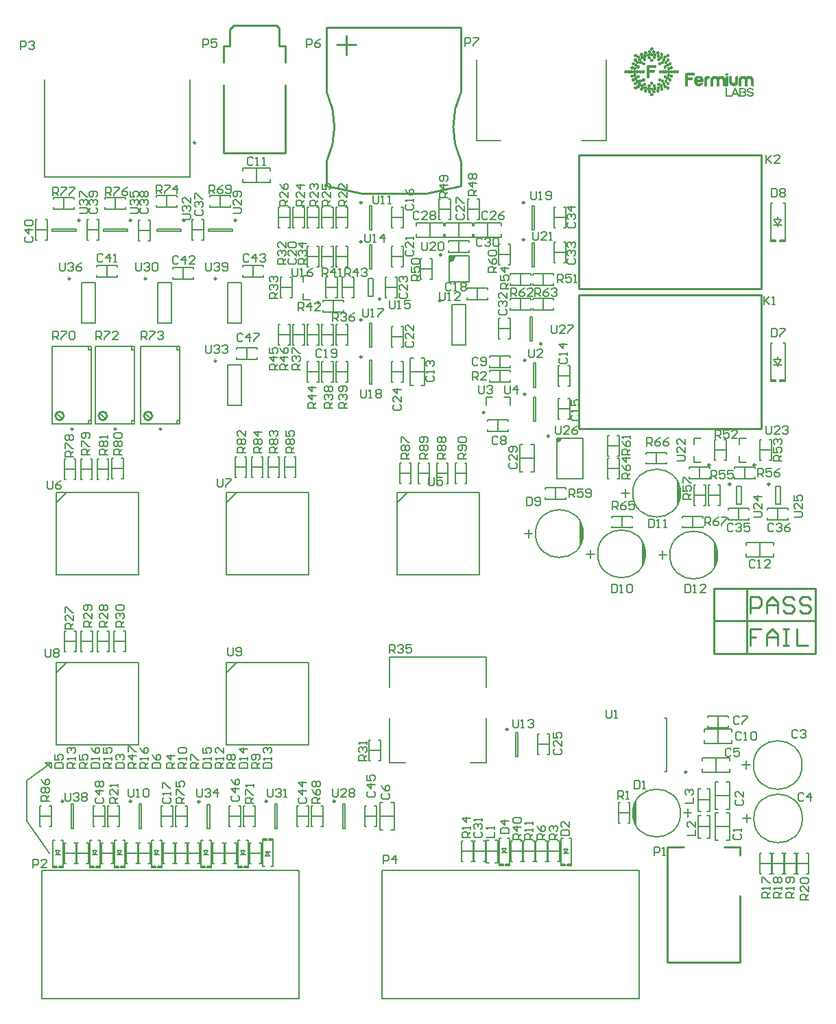
<source format=gto>
G04*
G04 #@! TF.GenerationSoftware,Altium Limited,Altium Designer,23.10.1 (27)*
G04*
G04 Layer_Color=65535*
%FSLAX25Y25*%
%MOIN*%
G70*
G04*
G04 #@! TF.SameCoordinates,25415466-D0CE-43B0-AC23-F92A6D1D0972*
G04*
G04*
G04 #@! TF.FilePolarity,Positive*
G04*
G01*
G75*
%ADD10C,0.01000*%
%ADD11C,0.00984*%
%ADD12C,0.00787*%
%ADD13C,0.00591*%
%ADD14C,0.00025*%
%ADD15C,0.00800*%
%ADD16R,0.01862X0.00787*%
%ADD17R,0.02000X0.00701*%
G36*
X262701Y266843D02*
Y264874D01*
X263488D01*
X264669Y266055D01*
Y266843D01*
X262701D01*
D02*
G37*
G36*
X210276Y355299D02*
X213032D01*
X213032Y355299D01*
Y354118D01*
X211457Y352543D01*
X210276D01*
Y355299D01*
D02*
G37*
D10*
X150640Y401334D02*
G03*
X150640Y435094I-35568J16880D01*
G01*
X215994D02*
G03*
X215994Y401334I35568J-16880D01*
G01*
X22928Y277661D02*
G03*
X22928Y277661I-2062J0D01*
G01*
X43928D02*
G03*
X43928Y277661I-2062J0D01*
G01*
X65928D02*
G03*
X65928Y277661I-2062J0D01*
G01*
X215994Y389522D02*
Y401333D01*
X198868Y385882D02*
X215994Y389522D01*
X167766Y385882D02*
X198868D01*
X150640Y389522D02*
X167766Y385882D01*
X150640Y389522D02*
Y401333D01*
Y435095D02*
Y466591D01*
X215994D01*
Y435095D02*
Y466591D01*
X160115Y453116D02*
Y462616D01*
X155515Y458016D02*
X165015D01*
X130700Y405600D02*
Y438600D01*
Y449600D02*
Y457600D01*
X127700D02*
X130700D01*
X127700D02*
Y466100D01*
X126200Y467600D02*
X127700Y466100D01*
X105700Y467600D02*
X126200D01*
X103700Y465600D02*
X105700Y467600D01*
X103700Y457600D02*
Y465600D01*
X100700Y457600D02*
X103700D01*
X100700Y449600D02*
Y457600D01*
Y405600D02*
Y438600D01*
Y405600D02*
X130700D01*
X273228Y339559D02*
X361772D01*
X273228D02*
Y404520D01*
X361772D01*
Y339559D02*
Y404520D01*
X273228Y271559D02*
X361772D01*
X273228D02*
Y336520D01*
X361772D01*
Y271559D02*
Y336520D01*
X316283Y12063D02*
X334000D01*
X316283D02*
Y19937D01*
X351717Y12063D02*
Y19937D01*
X334000Y12063D02*
X351717D01*
X316283Y19937D02*
Y67968D01*
X324157D01*
X351717Y19937D02*
Y44346D01*
Y64031D02*
Y67968D01*
X343843D02*
X351717D01*
X354748Y162252D02*
Y193748D01*
X339000Y178000D02*
X388213D01*
X339000Y193748D02*
X388213D01*
Y162252D02*
Y193748D01*
X339000Y162252D02*
X388213D01*
X339000D02*
Y181937D01*
Y178000D02*
Y193748D01*
X362048Y174186D02*
X356716D01*
Y170188D01*
X359382D01*
X356716D01*
Y166189D01*
X364714D02*
Y171521D01*
X367380Y174186D01*
X370046Y171521D01*
Y166189D01*
Y170188D01*
X364714D01*
X372711Y174186D02*
X375377D01*
X374044D01*
Y166189D01*
X372711D01*
X375377D01*
X379376Y174186D02*
Y166189D01*
X384707D01*
X356716Y181937D02*
Y189934D01*
X360715D01*
X362048Y188602D01*
Y185936D01*
X360715Y184603D01*
X356716D01*
X364714Y181937D02*
Y187269D01*
X367380Y189934D01*
X370046Y187269D01*
Y181937D01*
Y185936D01*
X364714D01*
X378043Y188602D02*
X376710Y189934D01*
X374044D01*
X372711Y188602D01*
Y187269D01*
X374044Y185936D01*
X376710D01*
X378043Y184603D01*
Y183270D01*
X376710Y181937D01*
X374044D01*
X372711Y183270D01*
X386040Y188602D02*
X384707Y189934D01*
X382042D01*
X380709Y188602D01*
Y187269D01*
X382042Y185936D01*
X384707D01*
X386040Y184603D01*
Y183270D01*
X384707Y181937D01*
X382042D01*
X380709Y183270D01*
D11*
X86976Y410405D02*
G03*
X86976Y410405I-492J0D01*
G01*
X167768Y362283D02*
G03*
X167768Y362283I-492J0D01*
G01*
Y381283D02*
G03*
X167768Y381283I-492J0D01*
G01*
X176921Y334488D02*
G03*
X176921Y334488I-492J0D01*
G01*
X147020Y332815D02*
G03*
X147020Y332815I-492J0D01*
G01*
X167768Y324284D02*
G03*
X167768Y324284I-492J0D01*
G01*
Y306283D02*
G03*
X167768Y306283I-492J0D01*
G01*
X206142Y333703D02*
G03*
X206142Y333703I-492J0D01*
G01*
X206535Y355988D02*
G03*
X206535Y355988I-492J0D01*
G01*
X246768Y381283D02*
G03*
X246768Y381283I-492J0D01*
G01*
Y363283D02*
G03*
X246768Y363283I-492J0D01*
G01*
X255217Y312717D02*
G03*
X255217Y312717I-492J0D01*
G01*
X247421Y304716D02*
G03*
X247421Y304716I-492J0D01*
G01*
X227406Y279335D02*
G03*
X227406Y279335I-492J0D01*
G01*
X247421Y288189D02*
G03*
X247421Y288189I-492J0D01*
G01*
X258862Y267846D02*
G03*
X258862Y267846I-492J0D01*
G01*
X347063Y244512D02*
G03*
X347063Y244512I-492J0D01*
G01*
X337020Y253815D02*
G03*
X337020Y253815I-492J0D01*
G01*
X359020D02*
G03*
X359020Y253815I-492J0D01*
G01*
X366063Y244512D02*
G03*
X366063Y244512I-492J0D01*
G01*
X106776Y372724D02*
G03*
X106776Y372724I-492J0D01*
G01*
X81776D02*
G03*
X81776Y372724I-492J0D01*
G01*
X55776D02*
G03*
X55776Y372724I-492J0D01*
G01*
X30776D02*
G03*
X30776Y372724I-492J0D01*
G01*
X325634Y104559D02*
G03*
X325634Y104559I-492J0D01*
G01*
X238768Y125284D02*
G03*
X238768Y125284I-492J0D01*
G01*
X89043Y90150D02*
G03*
X89043Y90150I-492J0D01*
G01*
X55768Y90409D02*
G03*
X55768Y90409I-492J0D01*
G01*
X22768D02*
G03*
X22768Y90409I-492J0D01*
G01*
X121768D02*
G03*
X121768Y90409I-492J0D01*
G01*
X154768D02*
G03*
X154768Y90409I-492J0D01*
G01*
X63008Y344364D02*
G03*
X63008Y344364I-492J0D01*
G01*
X27358Y271342D02*
G03*
X27358Y271342I-492J0D01*
G01*
X48358D02*
G03*
X48358Y271342I-492J0D01*
G01*
X97008Y304364D02*
G03*
X97008Y304364I-492J0D01*
G01*
X70358Y271342D02*
G03*
X70358Y271342I-492J0D01*
G01*
X26008Y344364D02*
G03*
X26008Y344364I-492J0D01*
G01*
X97008D02*
G03*
X97008Y344364I-492J0D01*
G01*
D12*
X210276Y352543D02*
G03*
X213032Y355299I0J2756D01*
G01*
X262701Y264874D02*
G03*
X264669Y266843I0J1969D01*
G01*
X305590Y210630D02*
G03*
X305590Y210630I-11614J0D01*
G01*
X340689Y210051D02*
G03*
X340689Y210051I-11614J0D01*
G01*
X275394Y220472D02*
G03*
X275394Y220472I-11614J0D01*
G01*
X322638Y240158D02*
G03*
X322638Y240158I-11614J0D01*
G01*
Y84646D02*
G03*
X322638Y84646I-11614J0D01*
G01*
X381890Y82000D02*
G03*
X381890Y82000I-11811J0D01*
G01*
X381732Y108000D02*
G03*
X381732Y108000I-11811J0D01*
G01*
X286417Y411417D02*
Y450787D01*
X274606Y411417D02*
X286417D01*
X223425D02*
X235236D01*
X223425D02*
Y450787D01*
X84122Y393909D02*
Y441173D01*
X13610Y393909D02*
Y441173D01*
Y393909D02*
X84122D01*
X171409Y360906D02*
X172591D01*
X171409Y349094D02*
X172591D01*
X171409D02*
Y360906D01*
X172591Y349094D02*
Y360906D01*
X171409Y379906D02*
X172591D01*
X171409Y368094D02*
X172591D01*
X171409D02*
Y379906D01*
X172591Y368094D02*
Y379906D01*
X170819Y335669D02*
X173181D01*
X170819Y344331D02*
X173181D01*
Y335669D02*
Y344331D01*
X170819Y335669D02*
Y344331D01*
X139244Y334094D02*
X142394D01*
X139244D02*
Y337146D01*
Y345906D02*
X142394D01*
X139244Y342854D02*
Y345906D01*
X171409Y322906D02*
X172591D01*
X171409Y311094D02*
X172591D01*
X171409D02*
Y322906D01*
X172591Y311094D02*
Y322906D01*
X171409Y304906D02*
X172591D01*
X171409Y293094D02*
X172591D01*
X171409D02*
Y304906D01*
X172591Y293094D02*
Y304906D01*
X211654Y312157D02*
X218346D01*
X211654Y331843D02*
X218346D01*
Y312157D02*
Y331843D01*
X211654Y312157D02*
Y331843D01*
X210276Y342701D02*
Y355299D01*
X219724Y342701D02*
Y355299D01*
X210276D02*
X219724D01*
X210276Y342701D02*
X219724D01*
X250409Y379906D02*
X251591D01*
X250409Y368094D02*
X251591D01*
X250409D02*
Y379906D01*
X251591Y368094D02*
Y379906D01*
X250409Y361906D02*
X251591D01*
X250409Y350094D02*
X251591D01*
X250409D02*
Y361906D01*
X251591Y350094D02*
Y361906D01*
X249409Y314094D02*
X250591D01*
X249409Y325906D02*
X250591D01*
Y314094D02*
Y325906D01*
X249409Y314094D02*
Y325906D01*
X251063Y303339D02*
X252244D01*
X251063Y291528D02*
X252244D01*
X251063D02*
Y303339D01*
X252244Y291528D02*
Y303339D01*
X228095Y282819D02*
Y286756D01*
X231244D01*
X239906Y282819D02*
Y286756D01*
X236756D02*
X239906D01*
X251063Y286811D02*
X252244D01*
X251063Y275000D02*
X252244D01*
X251063D02*
Y286811D01*
X252244Y275000D02*
Y286811D01*
X262701Y247157D02*
Y266843D01*
X275299Y247157D02*
Y266843D01*
X262701D02*
X275299D01*
X262701Y247157D02*
X275299D01*
X305000Y207874D02*
Y212992D01*
X304606Y206693D02*
Y214567D01*
X304212Y205118D02*
Y206693D01*
Y216142D01*
X340098Y207295D02*
Y212413D01*
X339704Y206114D02*
Y213988D01*
X339311Y204539D02*
Y206114D01*
Y215563D01*
X274803Y217717D02*
Y222835D01*
X274409Y216535D02*
Y224409D01*
X274016Y214961D02*
Y216535D01*
Y225984D01*
X322047Y237402D02*
Y242520D01*
X321654Y236220D02*
Y244094D01*
X321260Y234646D02*
Y236220D01*
Y245669D01*
X349819Y243331D02*
X352181D01*
X349819Y234669D02*
X352181D01*
X349819D02*
Y243331D01*
X352181Y234669D02*
Y243331D01*
X329244Y255094D02*
X332394D01*
X329244D02*
Y258146D01*
Y266906D02*
X332394D01*
X329244Y263854D02*
Y266906D01*
X351244Y255094D02*
X354394D01*
X351244D02*
Y258146D01*
Y266906D02*
X354394D01*
X351244Y263854D02*
Y266906D01*
X368819Y243331D02*
X371181D01*
X368819Y234669D02*
X371181D01*
X368819D02*
Y243331D01*
X371181Y234669D02*
Y243331D01*
X104906Y367409D02*
Y368591D01*
X93095Y367409D02*
Y368591D01*
X104906D01*
X93095Y367409D02*
X104906D01*
X79906D02*
Y368591D01*
X68095Y367409D02*
Y368591D01*
X79906D01*
X68095Y367409D02*
X79906D01*
X53906D02*
Y368591D01*
X42095Y367409D02*
Y368591D01*
X53906D01*
X42095Y367409D02*
X53906D01*
X28906D02*
Y368591D01*
X17095Y367409D02*
Y368591D01*
X28906D01*
X17095Y367409D02*
X28906D01*
X315890Y104677D02*
Y130661D01*
X314906D02*
X315890D01*
X314906Y104677D02*
X315890D01*
X300000Y82284D02*
Y87402D01*
X300394Y80709D02*
Y88583D01*
X300787D02*
Y90157D01*
Y79134D02*
Y88583D01*
X354823Y80000D02*
Y84000D01*
X352823Y82000D02*
X356823D01*
X354665Y106000D02*
Y110000D01*
X352665Y108000D02*
X356665D01*
X19370Y235472D02*
X24370Y240472D01*
X19370D02*
X59370D01*
X19370Y200472D02*
Y240472D01*
Y200472D02*
X59370D01*
Y240472D01*
X142047Y200472D02*
Y240472D01*
X102047Y200472D02*
X142047D01*
X102047D02*
Y240472D01*
X142047D01*
X102047Y235472D02*
X107047Y240472D01*
X19370Y152795D02*
X24370Y157795D01*
X19370D02*
X59370D01*
X19370Y117795D02*
Y157795D01*
Y117795D02*
X59370D01*
Y157795D01*
X181102Y109252D02*
Y130905D01*
Y109252D02*
X188976D01*
X220472D02*
X228346D01*
Y130905D01*
Y145669D02*
Y160433D01*
X181102D02*
X228346D01*
X181102Y145669D02*
Y160433D01*
X242409Y123905D02*
X243591D01*
X242409Y112094D02*
X243591D01*
X242409D02*
Y123905D01*
X243591Y112094D02*
Y123905D01*
X16732Y106299D02*
Y109252D01*
X13780D02*
X16732Y106299D01*
X13780Y109252D02*
X16732D01*
X4921Y100394D02*
X16732Y109252D01*
X4921Y80709D02*
Y100394D01*
Y80709D02*
X15748Y64961D01*
X12303Y-5630D02*
Y56870D01*
Y-5630D02*
X137303D01*
Y56870D01*
X12303D02*
X137303D01*
X67606Y66307D02*
X68984D01*
X68000Y64339D02*
X68984Y66307D01*
X67016D02*
X68000Y64339D01*
X67016Y66307D02*
X67606D01*
X66819Y64339D02*
X69181D01*
X49606Y66307D02*
X50984D01*
X50000Y64339D02*
X50984Y66307D01*
X49016D02*
X50000Y64339D01*
X49016Y66307D02*
X49606D01*
X48819Y64339D02*
X51181D01*
X37606Y66307D02*
X38984D01*
X38000Y64339D02*
X38984Y66307D01*
X37016D02*
X38000Y64339D01*
X37016Y66307D02*
X37606D01*
X36819Y64339D02*
X39181D01*
X19606Y66307D02*
X20984D01*
X20000Y64339D02*
X20984Y66307D01*
X19016D02*
X20000Y64339D01*
X19016Y66307D02*
X19606D01*
X18819Y64339D02*
X21181D01*
X91606Y66307D02*
X92984D01*
X92000Y64339D02*
X92984Y66307D01*
X91016D02*
X92000Y64339D01*
X91016Y66307D02*
X91606D01*
X90819Y64339D02*
X93181D01*
X109606Y66307D02*
X110984D01*
X110000Y64339D02*
X110984Y66307D01*
X109016D02*
X110000Y64339D01*
X109016Y66307D02*
X109606D01*
X108819Y64339D02*
X111181D01*
X121016Y63945D02*
X122394D01*
X121016D02*
X122000Y65913D01*
X122984Y63945D01*
X122394D02*
X122984D01*
X120819Y65913D02*
X123181D01*
X92685Y88772D02*
X93866D01*
X92685Y76961D02*
X93866D01*
X92685D02*
Y88772D01*
X93866Y76961D02*
Y88772D01*
X59409Y89032D02*
X60591D01*
X59409Y77220D02*
X60591D01*
X59409D02*
Y89032D01*
X60591Y77220D02*
Y89032D01*
X26409D02*
X27591D01*
X26409Y77220D02*
X27591D01*
X26409D02*
Y89032D01*
X27591Y77220D02*
Y89032D01*
X125409D02*
X126591D01*
X125409Y77220D02*
X126591D01*
X125409D02*
Y89032D01*
X126591Y77220D02*
Y89032D01*
X158409D02*
X159591D01*
X158409Y77220D02*
X159591D01*
X158409D02*
Y89032D01*
X159591Y77220D02*
Y89032D01*
X177657Y-5630D02*
Y56870D01*
Y-5630D02*
X302657D01*
Y56870D01*
X177657D02*
X302657D01*
X236606Y67307D02*
X237984D01*
X237000Y65339D02*
X237984Y67307D01*
X236016D02*
X237000Y65339D01*
X236016Y67307D02*
X236606D01*
X235819Y65339D02*
X238181D01*
X266606Y67181D02*
X267984D01*
X267000Y65213D02*
X267984Y67181D01*
X266016D02*
X267000Y65213D01*
X266016Y67181D02*
X266606D01*
X265819Y65213D02*
X268181D01*
X184724Y235472D02*
X189724Y240472D01*
X184724D02*
X224724D01*
X184724Y200472D02*
Y240472D01*
Y200472D02*
X224724D01*
Y240472D01*
X102047Y152795D02*
X107047Y157795D01*
X102047D02*
X142047D01*
X102047Y117795D02*
Y157795D01*
Y117795D02*
X142047D01*
Y157795D01*
X368032Y370425D02*
X371969D01*
X370000D02*
X371575Y373181D01*
X368032D02*
X370000Y370425D01*
X368032Y373181D02*
X371575D01*
X370000Y369638D02*
Y370425D01*
Y373181D02*
Y374362D01*
X368032Y302425D02*
X371969D01*
X370000D02*
X371575Y305181D01*
X368032D02*
X370000Y302425D01*
X368032Y305181D02*
X371575D01*
X370000Y301638D02*
Y302425D01*
Y305181D02*
Y306362D01*
X68520Y322819D02*
Y342504D01*
X75213Y322819D02*
Y342504D01*
X68520D02*
X75213D01*
X68520Y322819D02*
X75213D01*
X17339Y273902D02*
X36354D01*
X17339D02*
Y311421D01*
X36354Y273902D02*
Y311421D01*
X17339D02*
X36335D01*
X34854Y275402D02*
X35854D01*
X34854Y273902D02*
Y275402D01*
Y273902D02*
X36354D01*
X34835Y309921D02*
X35835D01*
X34835D02*
Y311421D01*
X36335D01*
X19366Y278861D02*
X22366Y276361D01*
X38339Y273902D02*
X57354D01*
X38339D02*
Y311421D01*
X57354Y273902D02*
Y311421D01*
X38339D02*
X57335D01*
X55854Y275402D02*
X56854D01*
X55854Y273902D02*
Y275402D01*
Y273902D02*
X57354D01*
X55835Y309921D02*
X56835D01*
X55835D02*
Y311421D01*
X57335D01*
X40366Y278861D02*
X43366Y276361D01*
X102520Y282819D02*
Y302504D01*
X109213Y282819D02*
Y302504D01*
X102520D02*
X109213D01*
X102520Y282819D02*
X109213D01*
X60339Y273902D02*
X79354D01*
X60339D02*
Y311421D01*
X79354Y273902D02*
Y311421D01*
X60339D02*
X79335D01*
X77854Y275402D02*
X78854D01*
X77854Y273902D02*
Y275402D01*
Y273902D02*
X79354D01*
X77835Y309921D02*
X78835D01*
X77835D02*
Y311421D01*
X79335D01*
X62366Y278861D02*
X65366Y276361D01*
X31520Y322819D02*
Y342504D01*
X38213Y322819D02*
Y342504D01*
X31520D02*
X38213D01*
X31520Y322819D02*
X38213D01*
X102520D02*
Y342504D01*
X109213Y322819D02*
Y342504D01*
X102520D02*
X109213D01*
X102520Y322819D02*
X109213D01*
D13*
X182244Y374000D02*
X187756D01*
X187000Y379000D02*
X187756D01*
Y369000D02*
Y379000D01*
X187000Y369000D02*
X187756D01*
X182244D02*
X183000D01*
X182244D02*
Y379000D01*
X183000D01*
X182244Y355000D02*
X187756D01*
X187000Y360000D02*
X187756D01*
Y350000D02*
Y360000D01*
X187000Y350000D02*
X187756D01*
X182244D02*
X183000D01*
X182244D02*
Y360000D01*
X183000D01*
X155244Y379000D02*
X156000D01*
X155244Y369000D02*
Y379000D01*
Y369000D02*
X156000D01*
X160000D02*
X160756D01*
Y379000D01*
X160000D02*
X160756D01*
X155244Y374000D02*
X160756D01*
X148244Y379000D02*
X149000D01*
X148244Y369000D02*
Y379000D01*
Y369000D02*
X149000D01*
X153000D02*
X153756D01*
Y379000D01*
X153000D02*
X153756D01*
X148244Y374000D02*
X153756D01*
X141244Y379000D02*
X142000D01*
X141244Y369000D02*
Y379000D01*
Y369000D02*
X142000D01*
X146000D02*
X146756D01*
Y379000D01*
X146000D02*
X146756D01*
X141244Y374000D02*
X146756D01*
X139000Y369000D02*
X139756D01*
Y379000D01*
X139000D02*
X139756D01*
X134244D02*
X135000D01*
X134244Y369000D02*
Y379000D01*
Y369000D02*
X135000D01*
X134244Y374000D02*
X139756D01*
X127244Y379000D02*
X128000D01*
X127244Y369000D02*
Y379000D01*
Y369000D02*
X128000D01*
X132000D02*
X132756D01*
Y379000D01*
X132000D02*
X132756D01*
X127244Y374000D02*
X132756D01*
X155244Y360000D02*
X156000D01*
X155244Y350000D02*
Y360000D01*
Y350000D02*
X156000D01*
X160000D02*
X160756D01*
Y360000D01*
X160000D02*
X160756D01*
X155244Y355000D02*
X160756D01*
X148244D02*
X153756D01*
X148244Y350000D02*
X149000D01*
X148244D02*
Y360000D01*
X149000D01*
X153000D02*
X153756D01*
Y350000D02*
Y360000D01*
X153000Y350000D02*
X153756D01*
X141244Y360000D02*
X142000D01*
X141244Y350000D02*
Y360000D01*
Y350000D02*
X142000D01*
X146000D02*
X146756D01*
Y360000D01*
X146000D02*
X146756D01*
X141244Y355000D02*
X146756D01*
X179244Y340000D02*
X184756D01*
X184000Y345000D02*
X184756D01*
Y335000D02*
Y345000D01*
X184000Y335000D02*
X184756D01*
X179244D02*
X180000D01*
X179244D02*
Y345000D01*
X180000D01*
X163000Y335000D02*
X163756D01*
Y345000D01*
X163000D02*
X163756D01*
X158244D02*
X159000D01*
X158244Y335000D02*
Y345000D01*
Y335000D02*
X159000D01*
X158244Y340000D02*
X163756D01*
X150244D02*
X155756D01*
X155000Y345000D02*
X155756D01*
Y335000D02*
Y345000D01*
X155000Y335000D02*
X155756D01*
X150244D02*
X151000D01*
X150244D02*
Y345000D01*
X151000D01*
X128244D02*
X129000D01*
X128244Y335000D02*
Y345000D01*
Y335000D02*
X129000D01*
X133000D02*
X133756D01*
Y345000D01*
X133000D02*
X133756D01*
X128244Y340000D02*
X133756D01*
X159000Y333000D02*
Y333756D01*
X149000D02*
X159000D01*
X149000Y333000D02*
Y333756D01*
Y328244D02*
Y329000D01*
Y328244D02*
X159000D01*
Y329000D01*
X154000Y328244D02*
Y333756D01*
X148244Y317000D02*
X153756D01*
X153000Y322000D02*
X153756D01*
Y312000D02*
Y322000D01*
X153000Y312000D02*
X153756D01*
X148244D02*
X149000D01*
X148244D02*
Y322000D01*
X149000D01*
X146000Y312000D02*
X146756D01*
Y322000D01*
X146000D02*
X146756D01*
X141244D02*
X142000D01*
X141244Y312000D02*
Y322000D01*
Y312000D02*
X142000D01*
X141244Y317000D02*
X146756D01*
X134244Y322000D02*
X135000D01*
X134244Y312000D02*
Y322000D01*
Y312000D02*
X135000D01*
X139000D02*
X139756D01*
Y322000D01*
X139000D02*
X139756D01*
X134244Y317000D02*
X139756D01*
X127244Y322000D02*
X128000D01*
X127244Y312000D02*
Y322000D01*
Y312000D02*
X128000D01*
X132000D02*
X132756D01*
Y322000D01*
X132000D02*
X132756D01*
X127244Y317000D02*
X132756D01*
X160000Y312000D02*
X160756D01*
Y322000D01*
X160000D02*
X160756D01*
X155244D02*
X156000D01*
X155244Y312000D02*
Y322000D01*
Y312000D02*
X156000D01*
X155244Y317000D02*
X160756D01*
X182244Y316000D02*
X187756D01*
X187000Y321000D02*
X187756D01*
Y311000D02*
Y321000D01*
X187000Y311000D02*
X187756D01*
X182244D02*
X183000D01*
X182244D02*
Y321000D01*
X183000D01*
X160000Y294000D02*
X160756D01*
Y304000D01*
X160000D02*
X160756D01*
X155244D02*
X156000D01*
X155244Y294000D02*
Y304000D01*
Y294000D02*
X156000D01*
X155244Y299000D02*
X160756D01*
X141244Y304000D02*
X142000D01*
X141244Y294000D02*
Y304000D01*
Y294000D02*
X142000D01*
X146000D02*
X146756D01*
Y304000D01*
X146000D02*
X146756D01*
X141244Y299000D02*
X146756D01*
X148244Y304000D02*
X149000D01*
X148244Y294000D02*
Y304000D01*
Y294000D02*
X149000D01*
X153000D02*
X153756D01*
Y304000D01*
X153000D02*
X153756D01*
X148244Y299000D02*
X153756D01*
X182244D02*
X187756D01*
X187000Y304000D02*
X187756D01*
Y294000D02*
Y304000D01*
X187000Y294000D02*
X187756D01*
X182244D02*
X183000D01*
X182244D02*
Y304000D01*
X183000D01*
X191165Y292449D02*
X192740D01*
X191165D02*
Y305835D01*
X192740D01*
X196677D02*
X198252D01*
Y292449D02*
Y305835D01*
X196677Y292449D02*
X198252D01*
X191165Y299142D02*
X198252D01*
X224000Y334244D02*
Y339756D01*
X229000Y334244D02*
Y335000D01*
X219000Y334244D02*
X229000D01*
X219000D02*
Y335000D01*
Y339000D02*
Y339756D01*
X229000D01*
Y339000D02*
Y339756D01*
X201000Y344000D02*
X201756D01*
Y354000D01*
X201000D02*
X201756D01*
X196244D02*
X197000D01*
X196244Y344000D02*
Y354000D01*
Y344000D02*
X197000D01*
X196244Y349000D02*
X201756D01*
X215000Y357244D02*
Y362756D01*
X220000Y357244D02*
Y358000D01*
X210000Y357244D02*
X220000D01*
X210000D02*
Y358000D01*
Y362000D02*
Y362756D01*
X220000D01*
Y362000D02*
Y362756D01*
X221693Y364457D02*
Y366031D01*
X208307Y364457D02*
X221693D01*
X208307D02*
Y366031D01*
Y369968D02*
Y371543D01*
X221693D01*
Y369968D02*
Y371543D01*
X215000Y364457D02*
Y371543D01*
X207693Y364457D02*
Y366031D01*
X194307Y364457D02*
X207693D01*
X194307D02*
Y366031D01*
Y369968D02*
Y371543D01*
X207693D01*
Y369968D02*
Y371543D01*
X201000Y364457D02*
Y371543D01*
X210000Y373000D02*
X210756D01*
Y383000D01*
X210000D02*
X210756D01*
X205244D02*
X206000D01*
X205244Y373000D02*
Y383000D01*
Y373000D02*
X206000D01*
X205244Y378000D02*
X210756D01*
X224000Y373000D02*
X224756D01*
Y383000D01*
X224000D02*
X224756D01*
X219244D02*
X220000D01*
X219244Y373000D02*
Y383000D01*
Y373000D02*
X220000D01*
X219244Y378000D02*
X224756D01*
X235693Y364457D02*
Y366031D01*
X222307Y364457D02*
X235693D01*
X222307D02*
Y366031D01*
Y369968D02*
Y371543D01*
X235693D01*
Y369968D02*
Y371543D01*
X229000Y364457D02*
Y371543D01*
X261244Y374000D02*
X266756D01*
X266000Y379000D02*
X266756D01*
Y369000D02*
Y379000D01*
X266000Y369000D02*
X266756D01*
X261244D02*
X262000D01*
X261244D02*
Y379000D01*
X262000D01*
X261244Y357000D02*
X266756D01*
X266000Y362000D02*
X266756D01*
Y352000D02*
Y362000D01*
X266000Y352000D02*
X266756D01*
X261244D02*
X262000D01*
X261244D02*
Y362000D01*
X262000D01*
X239000Y351000D02*
X239756D01*
Y361000D01*
X239000D02*
X239756D01*
X234244D02*
X235000D01*
X234244Y351000D02*
Y361000D01*
Y351000D02*
X235000D01*
X234244Y356000D02*
X239756D01*
X240000Y341244D02*
Y342000D01*
Y341244D02*
X250000D01*
Y342000D01*
Y346000D02*
Y346756D01*
X240000D02*
X250000D01*
X240000Y346000D02*
Y346756D01*
X245000Y341244D02*
Y346756D01*
X251000Y341244D02*
Y342000D01*
Y341244D02*
X261000D01*
Y342000D01*
Y346000D02*
Y346756D01*
X251000D02*
X261000D01*
X251000Y346000D02*
Y346756D01*
X256000Y341244D02*
Y346756D01*
X261000Y334000D02*
Y334756D01*
X251000D02*
X261000D01*
X251000Y334000D02*
Y334756D01*
Y329244D02*
Y330000D01*
Y329244D02*
X261000D01*
Y330000D01*
X256000Y329244D02*
Y334756D01*
X250000Y334000D02*
Y334756D01*
X240000D02*
X250000D01*
X240000Y334000D02*
Y334756D01*
Y329244D02*
Y330000D01*
Y329244D02*
X250000D01*
Y330000D01*
X245000Y329244D02*
Y334756D01*
X234244Y320000D02*
X239756D01*
X234244Y315000D02*
X235000D01*
X234244D02*
Y325000D01*
X235000D01*
X239000D02*
X239756D01*
Y315000D02*
Y325000D01*
X239000Y315000D02*
X239756D01*
X263244Y297000D02*
X268756D01*
X268000Y302000D02*
X268756D01*
Y292000D02*
Y302000D01*
X268000Y292000D02*
X268756D01*
X263244D02*
X264000D01*
X263244D02*
Y302000D01*
X264000D01*
X235000Y301244D02*
Y306756D01*
X240000Y301244D02*
Y302000D01*
X230000Y301244D02*
X240000D01*
X230000D02*
Y302000D01*
Y306000D02*
Y306756D01*
X240000D01*
Y306000D02*
Y306756D01*
X230000Y294244D02*
Y295000D01*
Y294244D02*
X240000D01*
Y295000D01*
Y299000D02*
Y299756D01*
X230000D02*
X240000D01*
X230000Y299000D02*
Y299756D01*
X235000Y294244D02*
Y299756D01*
X234000Y270244D02*
Y275756D01*
X229000Y275000D02*
Y275756D01*
X239000D01*
Y275000D02*
Y275756D01*
Y270244D02*
Y271000D01*
X229000Y270244D02*
X239000D01*
X229000D02*
Y271000D01*
X263244Y281000D02*
X268756D01*
X268000Y286000D02*
X268756D01*
Y276000D02*
Y286000D01*
X268000Y276000D02*
X268756D01*
X263244D02*
X264000D01*
X263244D02*
Y286000D01*
X264000D01*
X249969Y263693D02*
X251543D01*
Y250307D02*
Y263693D01*
X249969Y250307D02*
X251543D01*
X244457D02*
X246032D01*
X244457D02*
Y263693D01*
X246032D01*
X244457Y257000D02*
X251543D01*
X257000Y237244D02*
Y238000D01*
Y237244D02*
X267000D01*
Y238000D01*
Y242000D02*
Y242756D01*
X257000D02*
X267000D01*
X257000Y242000D02*
Y242756D01*
X262000Y237244D02*
Y242756D01*
X292000Y258000D02*
X292756D01*
Y268000D01*
X292000D02*
X292756D01*
X287244D02*
X288000D01*
X287244Y258000D02*
Y268000D01*
Y258000D02*
X288000D01*
X287244Y263000D02*
X292756D01*
X292000Y247000D02*
X292756D01*
Y257000D01*
X292000D02*
X292756D01*
X287244D02*
X288000D01*
X287244Y247000D02*
Y257000D01*
Y247000D02*
X288000D01*
X287244Y252000D02*
X292756D01*
X333543Y228181D02*
Y228937D01*
X323543D02*
X333543D01*
X323543Y228181D02*
Y228937D01*
Y223425D02*
Y224181D01*
Y223425D02*
X333543D01*
Y224181D01*
X328543Y223425D02*
Y228937D01*
X349000Y247244D02*
Y248000D01*
Y247244D02*
X359000D01*
Y248000D01*
Y252000D02*
Y252756D01*
X349000D02*
X359000D01*
X349000Y252000D02*
Y252756D01*
X354000Y247244D02*
Y252756D01*
X327000Y247244D02*
Y248000D01*
Y247244D02*
X337000D01*
Y248000D01*
Y252000D02*
Y252756D01*
X327000D02*
X337000D01*
X327000Y252000D02*
Y252756D01*
X332000Y247244D02*
Y252756D01*
X341000Y234000D02*
X341756D01*
Y244000D01*
X341000D02*
X341756D01*
X336244D02*
X337000D01*
X336244Y234000D02*
Y244000D01*
Y234000D02*
X337000D01*
X336244Y239000D02*
X341756D01*
X334000Y234000D02*
X334756D01*
Y244000D01*
X334000D02*
X334756D01*
X329244D02*
X330000D01*
X329244Y234000D02*
Y244000D01*
Y234000D02*
X330000D01*
X329244Y239000D02*
X334756D01*
X339244Y266000D02*
X340000D01*
X339244Y256000D02*
Y266000D01*
Y256000D02*
X340000D01*
X344000D02*
X344756D01*
Y266000D01*
X344000D02*
X344756D01*
X339244Y261000D02*
X344756D01*
X361244Y266000D02*
X362000D01*
X361244Y256000D02*
Y266000D01*
Y256000D02*
X362000D01*
X366000D02*
X366756D01*
Y266000D01*
X366000D02*
X366756D01*
X361244Y261000D02*
X366756D01*
X351000Y227244D02*
Y232756D01*
X356000Y227244D02*
Y228000D01*
X346000Y227244D02*
X356000D01*
X346000D02*
Y228000D01*
Y232000D02*
Y232756D01*
X356000D01*
Y232000D02*
Y232756D01*
X370000Y227244D02*
Y232756D01*
X375000Y227244D02*
Y228000D01*
X365000Y227244D02*
X375000D01*
X365000D02*
Y228000D01*
Y232000D02*
Y232756D01*
X375000D01*
Y232000D02*
Y232756D01*
X367866Y209165D02*
Y210740D01*
X354480Y209165D02*
X367866D01*
X354480D02*
Y210740D01*
Y214677D02*
Y216252D01*
X367866D01*
Y214677D02*
Y216252D01*
X361173Y209165D02*
Y216252D01*
X123181Y391165D02*
Y392740D01*
X109795Y391165D02*
X123181D01*
X109795D02*
Y392740D01*
Y396677D02*
Y398252D01*
X123181D01*
Y396677D02*
Y398252D01*
X116488Y391165D02*
Y398252D01*
X94000Y379244D02*
Y380000D01*
Y379244D02*
X104000D01*
Y380000D01*
Y384000D02*
Y384756D01*
X94000D02*
X104000D01*
X94000Y384000D02*
Y384756D01*
X99000Y379244D02*
Y384756D01*
X68000Y379244D02*
Y380000D01*
Y379244D02*
X78000D01*
Y380000D01*
Y384000D02*
Y384756D01*
X68000D02*
X78000D01*
X68000Y384000D02*
Y384756D01*
X73000Y379244D02*
Y384756D01*
X9244Y368000D02*
X14756D01*
X9244Y363000D02*
X10000D01*
X9244D02*
Y373000D01*
X10000D01*
X14000Y373000D02*
X14756Y373000D01*
Y363000D02*
Y373000D01*
X14000Y363000D02*
X14756D01*
X85244Y368012D02*
X90756D01*
X85244Y363012D02*
X86000D01*
X85244D02*
Y373012D01*
X86000D01*
X90000D02*
X90756D01*
Y363012D02*
Y373012D01*
X90000Y363012D02*
X90756D01*
X59244Y367853D02*
X64756D01*
X59244Y362853D02*
X60000D01*
X59244D02*
Y372853D01*
X60000D01*
X64000D02*
X64756D01*
Y362853D02*
Y372853D01*
X64000Y362853D02*
X64756D01*
X34244Y368000D02*
X39756D01*
X34244Y363000D02*
X35000D01*
X34244D02*
Y373000D01*
X35000D01*
X39000D02*
X39756D01*
Y363000D02*
Y373000D01*
X39000Y363000D02*
X39756D01*
X43000Y378244D02*
Y379000D01*
Y378244D02*
X53000D01*
Y379000D01*
Y383000D02*
Y383756D01*
X43000D02*
X53000D01*
X43000Y383000D02*
Y383756D01*
X48000Y378244D02*
Y383756D01*
X18000Y378244D02*
Y379000D01*
Y378244D02*
X28000D01*
Y379000D01*
Y383000D02*
Y383756D01*
X18000D02*
X28000D01*
X18000Y383000D02*
Y383756D01*
X23000Y378244D02*
Y383756D01*
X115000Y345244D02*
Y350756D01*
X120000Y345244D02*
Y346000D01*
X110000Y345244D02*
X120000D01*
X110000D02*
Y346000D01*
Y350000D02*
Y350756D01*
X120000D01*
Y350000D02*
Y350756D01*
X81000Y344244D02*
Y349756D01*
X86000Y344244D02*
Y345000D01*
X76000Y344244D02*
X86000D01*
X76000D02*
Y345000D01*
Y349000D02*
Y349756D01*
X86000D01*
Y349000D02*
Y349756D01*
X44000Y345244D02*
Y350756D01*
X49000Y345244D02*
Y346000D01*
X39000Y345244D02*
X49000D01*
X39000D02*
Y346000D01*
Y350000D02*
Y350756D01*
X49000D01*
Y350000D02*
Y350756D01*
X341000Y126244D02*
Y131756D01*
X336000Y131000D02*
Y131756D01*
X346000D01*
Y131000D02*
Y131756D01*
Y126244D02*
Y127000D01*
X336000Y126244D02*
X346000D01*
X336000D02*
Y127000D01*
X347693Y118457D02*
Y120031D01*
X334307Y118457D02*
X347693D01*
X334307D02*
Y120031D01*
Y123968D02*
Y125543D01*
X347693D01*
Y123968D02*
Y125543D01*
X341000Y118457D02*
Y125543D01*
X346693Y104457D02*
Y106031D01*
X333307Y104457D02*
X346693D01*
X333307D02*
Y106031D01*
Y109968D02*
Y111543D01*
X346693D01*
Y109968D02*
Y111543D01*
X340000Y104457D02*
Y111543D01*
X366000Y55000D02*
X366756D01*
Y65000D01*
X366000D02*
X366756D01*
X361244D02*
X362000D01*
X361244Y55000D02*
Y65000D01*
Y55000D02*
X362000D01*
X361244Y60000D02*
X366756D01*
X378000Y55000D02*
X378756D01*
Y65000D01*
X378000D02*
X378756D01*
X373244D02*
X374000D01*
X373244Y55000D02*
Y65000D01*
Y55000D02*
X374000D01*
X373244Y60000D02*
X378756D01*
X372000Y55000D02*
X372756D01*
Y65000D01*
X372000D02*
X372756D01*
X367244D02*
X368000D01*
X367244Y55000D02*
Y65000D01*
Y55000D02*
X368000D01*
X367244Y60000D02*
X372756D01*
X384000Y55000D02*
X384756D01*
Y65000D01*
X384000D02*
X384756D01*
X379244D02*
X380000D01*
X379244Y55000D02*
Y65000D01*
Y55000D02*
X380000D01*
X379244Y60000D02*
X384756D01*
X339457Y86307D02*
X341031D01*
X339457D02*
Y99693D01*
X341031D01*
X344968D02*
X346543D01*
Y86307D02*
Y99693D01*
X344968Y86307D02*
X346543D01*
X339457Y93000D02*
X346543D01*
X331244Y91000D02*
X336756D01*
X331244Y85488D02*
X332425D01*
X331244D02*
Y96512D01*
X332425D01*
X335575D02*
X336756D01*
Y85488D02*
Y96512D01*
X335575Y85488D02*
X336756D01*
X331244Y78000D02*
X336756D01*
X331244Y72488D02*
X332425D01*
X331244D02*
Y83512D01*
X332425D01*
X335575D02*
X336756D01*
Y72488D02*
Y83512D01*
X335575Y72488D02*
X336756D01*
X339457Y71307D02*
X341031D01*
X339457D02*
Y84693D01*
X341031D01*
X344968D02*
X346543D01*
Y71307D02*
Y84693D01*
X344968Y71307D02*
X346543D01*
X339457Y78000D02*
X346543D01*
X43866Y246661D02*
X44622D01*
Y256661D01*
X43866D02*
X44622D01*
X39110D02*
X39866D01*
X39110Y246661D02*
Y256661D01*
Y246661D02*
X39866D01*
X39110Y251661D02*
X44622D01*
X27866Y246661D02*
X28622D01*
Y256661D01*
X27866D02*
X28622D01*
X23110D02*
X23866D01*
X23110Y246661D02*
Y256661D01*
Y246661D02*
X23866D01*
X23110Y251661D02*
X28622D01*
X31110D02*
X36622D01*
X31110Y246661D02*
X31866D01*
X31110D02*
Y256661D01*
X31866D01*
X35866D02*
X36622D01*
Y246661D02*
Y256661D01*
X35866Y246661D02*
X36622D01*
X51000Y247000D02*
X51756D01*
Y257000D01*
X51000D02*
X51756D01*
X46244D02*
X47000D01*
X46244Y247000D02*
Y257000D01*
Y247000D02*
X47000D01*
X46244Y252000D02*
X51756D01*
X110866Y247661D02*
X111622D01*
Y257661D01*
X110866D02*
X111622D01*
X106110D02*
X106866D01*
X106110Y247661D02*
Y257661D01*
Y247661D02*
X106866D01*
X106110Y252661D02*
X111622D01*
X118866Y247661D02*
X119622D01*
Y257661D01*
X118866D02*
X119622D01*
X114110D02*
X114866D01*
X114110Y247661D02*
Y257661D01*
Y247661D02*
X114866D01*
X114110Y252661D02*
X119622D01*
X126866Y247661D02*
X127622D01*
Y257661D01*
X126866D02*
X127622D01*
X122110D02*
X122866D01*
X122110Y247661D02*
Y257661D01*
Y247661D02*
X122866D01*
X122110Y252661D02*
X127622D01*
X134866Y247661D02*
X135622D01*
Y257661D01*
X134866D02*
X135622D01*
X130110D02*
X130866D01*
X130110Y247661D02*
Y257661D01*
Y247661D02*
X130866D01*
X130110Y252661D02*
X135622D01*
X190866Y244661D02*
X191622D01*
Y254661D01*
X190866D02*
X191622D01*
X186110D02*
X186866D01*
X186110Y244661D02*
Y254661D01*
Y244661D02*
X186866D01*
X186110Y249661D02*
X191622D01*
X199866Y244661D02*
X200622D01*
Y254661D01*
X199866D02*
X200622D01*
X195110D02*
X195866D01*
X195110Y244661D02*
Y254661D01*
Y244661D02*
X195866D01*
X195110Y249661D02*
X200622D01*
X208866Y244661D02*
X209622D01*
Y254661D01*
X208866D02*
X209622D01*
X204110D02*
X204866D01*
X204110Y244661D02*
Y254661D01*
Y244661D02*
X204866D01*
X204110Y249661D02*
X209622D01*
X217866Y244661D02*
X218622D01*
Y254661D01*
X217866D02*
X218622D01*
X213110D02*
X213866D01*
X213110Y244661D02*
Y254661D01*
Y244661D02*
X213866D01*
X213110Y249661D02*
X218622D01*
X52000Y163000D02*
X52756D01*
Y173000D01*
X52000D02*
X52756D01*
X47244D02*
X48000D01*
X47244Y163000D02*
Y173000D01*
Y163000D02*
X48000D01*
X47244Y168000D02*
X52756D01*
X44000Y163000D02*
X44756D01*
Y173000D01*
X44000D02*
X44756D01*
X39244D02*
X40000D01*
X39244Y163000D02*
Y173000D01*
Y163000D02*
X40000D01*
X39244Y168000D02*
X44756D01*
X36000Y163000D02*
X36756D01*
Y173000D01*
X36000D02*
X36756D01*
X31244D02*
X32000D01*
X31244Y163000D02*
Y173000D01*
Y163000D02*
X32000D01*
X31244Y168000D02*
X36756D01*
X28000Y163000D02*
X28756D01*
Y173000D01*
X28000D02*
X28756D01*
X23244D02*
X24000D01*
X23244Y163000D02*
Y173000D01*
Y163000D02*
X24000D01*
X23244Y168000D02*
X28756D01*
X176000Y110000D02*
X176756D01*
Y120000D01*
X176000D02*
X176756D01*
X171244D02*
X172000D01*
X171244Y110000D02*
Y120000D01*
Y110000D02*
X172000D01*
X171244Y115000D02*
X176756D01*
X253244Y118000D02*
X258756D01*
X258000Y123000D02*
X258756D01*
Y113000D02*
Y123000D01*
X258000Y113000D02*
X258756D01*
X253244D02*
X254000D01*
X253244D02*
Y123000D01*
X254000D01*
X71244Y70126D02*
X72000D01*
X71244Y60126D02*
Y70126D01*
Y60126D02*
X72000D01*
X76000D02*
X76756D01*
Y70126D01*
X76000D02*
X76756D01*
X71244Y65126D02*
X76756D01*
X65500Y71425D02*
X66500D01*
X65500Y58626D02*
Y71425D01*
Y58827D02*
X67500D01*
Y58126D02*
Y58827D01*
X65500Y58126D02*
X67500D01*
X65500D02*
Y58827D01*
X70500Y58126D02*
Y58827D01*
X68500Y58126D02*
X70500D01*
X68500D02*
Y58827D01*
X70500D01*
Y58626D02*
Y71425D01*
X69500D02*
X70500D01*
X59244Y70126D02*
X60000D01*
X59244Y60126D02*
Y70126D01*
Y60126D02*
X60000D01*
X64000D02*
X64756D01*
Y70126D01*
X64000D02*
X64756D01*
X59244Y65126D02*
X64756D01*
X53244Y70126D02*
X54000D01*
X53244Y60126D02*
Y70126D01*
Y60126D02*
X54000D01*
X58000D02*
X58756D01*
Y70126D01*
X58000D02*
X58756D01*
X53244Y65126D02*
X58756D01*
X47500Y71425D02*
X48500D01*
X47500Y58626D02*
Y71425D01*
Y58827D02*
X49500D01*
Y58126D02*
Y58827D01*
X47500Y58126D02*
X49500D01*
X47500D02*
Y58827D01*
X52500Y58126D02*
Y58827D01*
X50500Y58126D02*
X52500D01*
X50500D02*
Y58827D01*
X52500D01*
Y58626D02*
Y71425D01*
X51500D02*
X52500D01*
X41244Y70126D02*
X42000D01*
X41244Y60126D02*
Y70126D01*
Y60126D02*
X42000D01*
X46000D02*
X46756D01*
Y70126D01*
X46000D02*
X46756D01*
X41244Y65126D02*
X46756D01*
X35500Y71425D02*
X36500D01*
X35500Y58626D02*
Y71425D01*
Y58827D02*
X37500D01*
Y58126D02*
Y58827D01*
X35500Y58126D02*
X37500D01*
X35500D02*
Y58827D01*
X40500Y58126D02*
Y58827D01*
X38500Y58126D02*
X40500D01*
X38500D02*
Y58827D01*
X40500D01*
Y58626D02*
Y71425D01*
X39500D02*
X40500D01*
X29244Y70126D02*
X30000D01*
X29244Y60126D02*
Y70126D01*
Y60126D02*
X30000D01*
X34000D02*
X34756D01*
Y70126D01*
X34000D02*
X34756D01*
X29244Y65126D02*
X34756D01*
X23244Y70126D02*
X24000D01*
X23244Y60126D02*
Y70126D01*
Y60126D02*
X24000D01*
X28000D02*
X28756D01*
Y70126D01*
X28000D02*
X28756D01*
X23244Y65126D02*
X28756D01*
X17500Y71425D02*
X18500D01*
X17500Y58626D02*
Y71425D01*
Y58827D02*
X19500D01*
Y58126D02*
Y58827D01*
X17500Y58126D02*
X19500D01*
X17500D02*
Y58827D01*
X22500Y58126D02*
Y58827D01*
X20500Y58126D02*
X22500D01*
X20500D02*
Y58827D01*
X22500D01*
Y58626D02*
Y71425D01*
X21500D02*
X22500D01*
X83244Y70126D02*
X84000D01*
X83244Y60126D02*
Y70126D01*
Y60126D02*
X84000D01*
X88000D02*
X88756D01*
Y70126D01*
X88000D02*
X88756D01*
X83244Y65126D02*
X88756D01*
X77244Y70126D02*
X78000D01*
X77244Y60126D02*
Y70126D01*
Y60126D02*
X78000D01*
X82000D02*
X82756D01*
Y70126D01*
X82000D02*
X82756D01*
X77244Y65126D02*
X82756D01*
X89500Y71425D02*
X90500D01*
X89500Y58626D02*
Y71425D01*
Y58827D02*
X91500D01*
Y58126D02*
Y58827D01*
X89500Y58126D02*
X91500D01*
X89500D02*
Y58827D01*
X94500Y58126D02*
Y58827D01*
X92500Y58126D02*
X94500D01*
X92500D02*
Y58827D01*
X94500D01*
Y58626D02*
Y71425D01*
X93500D02*
X94500D01*
X95244Y70126D02*
X96000D01*
X95244Y60126D02*
Y70126D01*
Y60126D02*
X96000D01*
X100000D02*
X100756D01*
Y70126D01*
X100000D02*
X100756D01*
X95244Y65126D02*
X100756D01*
X101244Y70126D02*
X102000D01*
X101244Y60126D02*
Y70126D01*
Y60126D02*
X102000D01*
X106000D02*
X106756D01*
Y70126D01*
X106000D02*
X106756D01*
X101244Y65126D02*
X106756D01*
X113244Y70126D02*
X114000D01*
X113244Y60126D02*
Y70126D01*
Y60126D02*
X114000D01*
X118000D02*
X118756D01*
Y70126D01*
X118000D02*
X118756D01*
X113244Y65126D02*
X118756D01*
X107500Y71425D02*
X108500D01*
X107500Y58626D02*
Y71425D01*
Y58827D02*
X109500D01*
Y58126D02*
Y58827D01*
X107500Y58126D02*
X109500D01*
X107500D02*
Y58827D01*
X112500Y58126D02*
Y58827D01*
X110500Y58126D02*
X112500D01*
X110500D02*
Y58827D01*
X112500D01*
Y58626D02*
Y71425D01*
X111500D02*
X112500D01*
X123500Y58827D02*
X124500D01*
Y71626D01*
X122500Y71425D02*
X124500D01*
X122500D02*
Y72126D01*
X124500D01*
Y71425D02*
Y72126D01*
X119500Y71425D02*
Y72126D01*
X121500D01*
Y71425D02*
Y72126D01*
X119500Y71425D02*
X121500D01*
X119500Y58827D02*
Y71626D01*
Y58827D02*
X120500D01*
X77244Y88126D02*
X78000D01*
X77244Y78126D02*
Y88126D01*
Y78126D02*
X78000D01*
X82000D02*
X82756D01*
Y88126D01*
X82000D02*
X82756D01*
X77244Y83126D02*
X82756D01*
X70244D02*
X75756D01*
X75000Y88126D02*
X75756D01*
Y78126D02*
Y88126D01*
X75000Y78126D02*
X75756D01*
X70244D02*
X71000D01*
X70244D02*
Y88126D01*
X71000D01*
X44244Y88126D02*
X45000D01*
X44244Y78126D02*
Y88126D01*
Y78126D02*
X45000D01*
X49000D02*
X49756D01*
Y88126D01*
X49000D02*
X49756D01*
X44244Y83126D02*
X49756D01*
X37244Y83126D02*
X42756D01*
X42000Y88126D02*
X42756D01*
Y78126D02*
Y88126D01*
X42000Y78126D02*
X42756D01*
X37244D02*
X38000D01*
X37244D02*
Y88126D01*
X38000D01*
X16000Y78126D02*
X16756D01*
Y88126D01*
X16000D02*
X16756D01*
X11244D02*
X12000D01*
X11244Y78126D02*
Y88126D01*
Y78126D02*
X12000D01*
X11244Y83126D02*
X16756D01*
X103244Y83126D02*
X108756D01*
X108000Y88126D02*
X108756D01*
Y78126D02*
Y88126D01*
X108000Y78126D02*
X108756D01*
X103244D02*
X104000D01*
X103244D02*
Y88126D01*
X104000D01*
X110244D02*
X111000D01*
X110244Y78126D02*
Y88126D01*
Y78126D02*
X111000D01*
X115000D02*
X115756D01*
Y88126D01*
X115000D02*
X115756D01*
X110244Y83126D02*
X115756D01*
X136244D02*
X141756D01*
X141000Y88126D02*
X141756D01*
Y78126D02*
Y88126D01*
X141000Y78126D02*
X141756D01*
X136244D02*
X137000D01*
X136244D02*
Y88126D01*
X137000D01*
X143244D02*
X144000D01*
X143244Y78126D02*
Y88126D01*
Y78126D02*
X144000D01*
X148000D02*
X148756D01*
Y88126D01*
X148000D02*
X148756D01*
X143244Y83126D02*
X148756D01*
X169244D02*
X174756D01*
X174000Y88126D02*
X174756D01*
Y78126D02*
Y88126D01*
X174000Y78126D02*
X174756D01*
X169244D02*
X170000D01*
X169244D02*
Y88126D01*
X170000D01*
X176457Y76457D02*
X178031D01*
X176457D02*
Y89842D01*
X178031D01*
X181968D02*
X183543D01*
Y76457D02*
Y89842D01*
X181968Y76457D02*
X183543D01*
X176457Y83150D02*
X183543D01*
X292520Y89646D02*
X293276D01*
X292520Y79646D02*
Y89646D01*
Y79646D02*
X293276D01*
X297276D02*
X298031D01*
Y89646D01*
X297276D02*
X298031D01*
X292520Y84646D02*
X298031D01*
X228244Y66000D02*
X233756D01*
X232575Y71512D02*
X233756D01*
Y60488D02*
Y71512D01*
X232575Y60488D02*
X233756D01*
X228244D02*
X229425D01*
X228244D02*
Y71512D01*
X229425D01*
X216244Y71000D02*
X217000D01*
X216244Y61000D02*
Y71000D01*
Y61000D02*
X217000D01*
X221000D02*
X221756D01*
Y71000D01*
X221000D02*
X221756D01*
X216244Y66000D02*
X221756D01*
X222244Y66000D02*
X227756D01*
X227000Y71000D02*
X227756D01*
Y61000D02*
Y71000D01*
X227000Y61000D02*
X227756D01*
X222244D02*
X223000D01*
X222244D02*
Y71000D01*
X223000D01*
X234500Y72425D02*
X235500D01*
X234500Y59626D02*
Y72425D01*
Y59827D02*
X236500D01*
Y59126D02*
Y59827D01*
X234500Y59126D02*
X236500D01*
X234500D02*
Y59827D01*
X239500Y59126D02*
Y59827D01*
X237500Y59126D02*
X239500D01*
X237500D02*
Y59827D01*
X239500D01*
Y59626D02*
Y72425D01*
X238500D02*
X239500D01*
X240244Y71126D02*
X241000D01*
X240244Y61126D02*
Y71126D01*
Y61126D02*
X241000D01*
X245000D02*
X245756D01*
Y71126D01*
X245000D02*
X245756D01*
X240244Y66126D02*
X245756D01*
X246244Y71126D02*
X247000D01*
X246244Y61126D02*
Y71126D01*
Y61126D02*
X247000D01*
X251000D02*
X251756D01*
Y71126D01*
X251000D02*
X251756D01*
X246244Y66126D02*
X251756D01*
X252244Y71126D02*
X253000D01*
X252244Y61126D02*
Y71126D01*
Y61126D02*
X253000D01*
X257000D02*
X257756D01*
Y71126D01*
X257000D02*
X257756D01*
X252244Y66126D02*
X257756D01*
X264500Y72299D02*
X265500D01*
X264500Y59500D02*
Y72299D01*
Y59701D02*
X266500D01*
Y59000D02*
Y59701D01*
X264500Y59000D02*
X266500D01*
X264500D02*
Y59701D01*
X269500Y59000D02*
Y59701D01*
X267500Y59000D02*
X269500D01*
X267500D02*
Y59701D01*
X269500D01*
Y59500D02*
Y72299D01*
X268500D02*
X269500D01*
X258244Y71000D02*
X259000D01*
X258244Y61000D02*
Y71000D01*
Y61000D02*
X259000D01*
X263000D02*
X263756D01*
Y71000D01*
X263000D02*
X263756D01*
X258244Y66000D02*
X263756D01*
X366394Y381055D02*
X367343D01*
X366394Y363000D02*
Y381055D01*
Y362500D02*
Y363000D01*
Y362500D02*
X369000D01*
Y363000D01*
X366394D02*
X369000D01*
X371000D02*
X373606D01*
X371000Y362500D02*
Y363000D01*
Y362500D02*
X373606D01*
Y363000D01*
Y381055D01*
X372657D02*
X373606D01*
X366394Y313055D02*
X367343D01*
X366394Y295000D02*
Y313055D01*
Y294500D02*
Y295000D01*
Y294500D02*
X369000D01*
Y295000D01*
X366394D02*
X369000D01*
X371000D02*
X373606D01*
X371000Y294500D02*
Y295000D01*
Y294500D02*
X373606D01*
Y295000D01*
Y313055D01*
X372657D02*
X373606D01*
X311024Y254425D02*
Y259937D01*
X306024Y259181D02*
Y259937D01*
X316024D01*
Y259181D02*
Y259937D01*
Y254425D02*
Y255181D01*
X306024Y254425D02*
X316024D01*
X306024D02*
Y255181D01*
X294102Y223425D02*
Y228937D01*
X299102Y223425D02*
Y224181D01*
X289102Y223425D02*
X299102D01*
X289102D02*
Y224181D01*
Y228181D02*
Y228937D01*
X299102D01*
Y228181D02*
Y228937D01*
X117000Y310000D02*
Y310756D01*
X107000D02*
X117000D01*
X107000Y310000D02*
Y310756D01*
Y305244D02*
Y306000D01*
Y305244D02*
X117000D01*
Y306000D01*
X112000Y305244D02*
Y310756D01*
X276976Y210582D02*
X280912D01*
X278944Y212550D02*
Y208614D01*
X312074Y210002D02*
X316010D01*
X314042Y211970D02*
Y208035D01*
X246779Y220424D02*
X250715D01*
X248747Y222392D02*
Y218456D01*
X294024Y240109D02*
X297959D01*
X295991Y242077D02*
Y238141D01*
X328024Y84694D02*
X324088D01*
X326056Y82726D02*
Y86662D01*
D14*
X308332Y456759D02*
X308607D01*
X308257Y456734D02*
X308682D01*
X308207Y456709D02*
X308732D01*
X308157Y456684D02*
X308782D01*
X308132Y456659D02*
X308807D01*
X308082Y456634D02*
X308857D01*
X308057Y456609D02*
X308882D01*
X308032Y456584D02*
X308907D01*
X308007Y456559D02*
X308932D01*
X307982Y456534D02*
X308932D01*
X307982Y456509D02*
X308957D01*
X307957Y456484D02*
X308982D01*
X307957Y456459D02*
X308982D01*
X307932Y456434D02*
X309007D01*
X307932Y456409D02*
X309007D01*
X307907Y456384D02*
X309032D01*
X307907Y456359D02*
X309032D01*
X307907Y456334D02*
X309032D01*
X307882Y456309D02*
X309057D01*
X307882Y456284D02*
X309057D01*
X307882Y456259D02*
X309057D01*
X307882Y456234D02*
X309057D01*
X307882Y456209D02*
X309057D01*
X307882Y456184D02*
X309057D01*
X307882Y456159D02*
X309057D01*
X307882Y456134D02*
X309057D01*
X307882Y456109D02*
X309057D01*
X307882Y456084D02*
X309057D01*
X307882Y456059D02*
X309057D01*
X307907Y456034D02*
X309032D01*
X307907Y456009D02*
X309032D01*
X307907Y455984D02*
X309032D01*
X307932Y455959D02*
X309007D01*
X307932Y455934D02*
X309007D01*
X307957Y455909D02*
X308982D01*
X307957Y455884D02*
X308982D01*
X307982Y455859D02*
X308957D01*
X307982Y455834D02*
X308957D01*
X308007Y455809D02*
X308932D01*
X308032Y455784D02*
X308907D01*
X308057Y455759D02*
X308882D01*
X308082Y455734D02*
X308857D01*
X308107Y455709D02*
X308832D01*
X308157Y455684D02*
X308782D01*
X308182Y455659D02*
X308732D01*
X308257Y455634D02*
X308682D01*
X308332Y455609D02*
X308607D01*
X307307Y455309D02*
X307607D01*
X309332D02*
X309632D01*
X307232Y455284D02*
X307682D01*
X309257D02*
X309707D01*
X307182Y455259D02*
X307732D01*
X309207D02*
X309757D01*
X307132Y455234D02*
X307782D01*
X309157D02*
X309807D01*
X307082Y455209D02*
X307807D01*
X309132D02*
X309857D01*
X307057Y455184D02*
X307832D01*
X309107D02*
X309882D01*
X307032Y455159D02*
X307857D01*
X309082D02*
X309907D01*
X307007Y455134D02*
X307882D01*
X309057D02*
X309932D01*
X306982Y455109D02*
X307907D01*
X309032D02*
X309957D01*
X306982Y455084D02*
X307932D01*
X309007D02*
X309957D01*
X306957Y455059D02*
X307957D01*
X308982D02*
X309982D01*
X306932Y455034D02*
X307957D01*
X308982D02*
X310007D01*
X306932Y455009D02*
X307982D01*
X308957D02*
X310007D01*
X306907Y454984D02*
X307982D01*
X308957D02*
X310032D01*
X306907Y454959D02*
X308007D01*
X308932D02*
X310032D01*
X306882Y454934D02*
X308007D01*
X308932D02*
X310057D01*
X306882Y454909D02*
X308007D01*
X308932D02*
X310057D01*
X305307Y454884D02*
X305632D01*
X306882D02*
X308032D01*
X308907D02*
X310057D01*
X311307D02*
X311632D01*
X305232Y454859D02*
X305682D01*
X306882D02*
X308032D01*
X308907D02*
X310057D01*
X311257D02*
X311707D01*
X305182Y454834D02*
X305732D01*
X306857D02*
X308032D01*
X308907D02*
X310082D01*
X311207D02*
X311757D01*
X305132Y454809D02*
X305782D01*
X306857D02*
X308032D01*
X308907D02*
X310082D01*
X311157D02*
X311807D01*
X305107Y454784D02*
X305832D01*
X306857D02*
X308032D01*
X308907D02*
X310082D01*
X311107D02*
X311832D01*
X305057Y454759D02*
X305857D01*
X306857D02*
X308032D01*
X308907D02*
X310082D01*
X311082D02*
X311882D01*
X305032Y454734D02*
X305882D01*
X306857D02*
X308032D01*
X308907D02*
X310082D01*
X311057D02*
X311907D01*
X305007Y454709D02*
X305907D01*
X306857D02*
X308032D01*
X308907D02*
X310082D01*
X311032D02*
X311932D01*
X305007Y454684D02*
X305932D01*
X306857D02*
X308032D01*
X308907D02*
X310082D01*
X311007D02*
X311932D01*
X304982Y454659D02*
X305932D01*
X306857D02*
X308032D01*
X308907D02*
X310082D01*
X311007D02*
X311957D01*
X304957Y454634D02*
X305957D01*
X306882D02*
X308032D01*
X308907D02*
X310057D01*
X310982D02*
X311982D01*
X304957Y454609D02*
X305982D01*
X306882D02*
X308032D01*
X308907D02*
X310057D01*
X310957D02*
X311982D01*
X304932Y454584D02*
X305982D01*
X306882D02*
X308032D01*
X308907D02*
X310057D01*
X310957D02*
X312007D01*
X304932Y454559D02*
X306007D01*
X306882D02*
X308007D01*
X308932D02*
X310057D01*
X310932D02*
X312007D01*
X304907Y454534D02*
X306007D01*
X306907D02*
X308007D01*
X308932D02*
X310032D01*
X310932D02*
X312032D01*
X304907Y454509D02*
X306007D01*
X306907D02*
X308007D01*
X308932D02*
X310032D01*
X310932D02*
X312032D01*
X304882Y454484D02*
X306032D01*
X306907D02*
X307982D01*
X308957D02*
X310032D01*
X310907D02*
X312057D01*
X304882Y454459D02*
X306032D01*
X306932D02*
X307982D01*
X308957D02*
X310007D01*
X310907D02*
X312057D01*
X304882Y454434D02*
X306032D01*
X306932D02*
X307957D01*
X308982D02*
X309982D01*
X310907D02*
X312057D01*
X304882Y454409D02*
X306032D01*
X306957D02*
X307932D01*
X309007D02*
X309982D01*
X310907D02*
X312057D01*
X304882Y454384D02*
X306057D01*
X306982D02*
X307932D01*
X309007D02*
X309957D01*
X310882D02*
X312057D01*
X304882Y454359D02*
X306057D01*
X307007D02*
X307907D01*
X309032D02*
X309932D01*
X310882D02*
X312057D01*
X304857Y454334D02*
X306057D01*
X307032D02*
X307882D01*
X309057D02*
X309907D01*
X310882D02*
X312082D01*
X304857Y454309D02*
X306057D01*
X307057D02*
X307857D01*
X309082D02*
X309882D01*
X310882D02*
X312082D01*
X304857Y454284D02*
X306057D01*
X307082D02*
X307832D01*
X309107D02*
X309857D01*
X310882D02*
X312057D01*
X304882Y454259D02*
X306057D01*
X307107D02*
X307807D01*
X309132D02*
X309832D01*
X310882D02*
X312057D01*
X304882Y454234D02*
X306057D01*
X307132D02*
X307757D01*
X309182D02*
X309807D01*
X310882D02*
X312057D01*
X304882Y454209D02*
X306032D01*
X307182D02*
X307707D01*
X309232D02*
X309757D01*
X310907D02*
X312057D01*
X304882Y454184D02*
X306032D01*
X307257D02*
X307657D01*
X309282D02*
X309682D01*
X310907D02*
X312057D01*
X304882Y454159D02*
X306032D01*
X307332D02*
X307582D01*
X309357D02*
X309607D01*
X310907D02*
X312057D01*
X304907Y454134D02*
X306032D01*
X310907D02*
X312032D01*
X304907Y454109D02*
X306007D01*
X310932D02*
X312032D01*
X304907Y454084D02*
X306007D01*
X310932D02*
X312032D01*
X303457Y454059D02*
X303757D01*
X304932D02*
X305982D01*
X310957D02*
X312007D01*
X313182D02*
X313482D01*
X303382Y454034D02*
X303832D01*
X304932D02*
X305982D01*
X310957D02*
X312007D01*
X313107D02*
X313557D01*
X303332Y454009D02*
X303882D01*
X304957D02*
X305957D01*
X310982D02*
X311982D01*
X313057D02*
X313607D01*
X303282Y453984D02*
X303932D01*
X304982D02*
X305957D01*
X308382D02*
X308557D01*
X310982D02*
X311957D01*
X313007D02*
X313657D01*
X303232Y453959D02*
X303957D01*
X304982D02*
X305932D01*
X308282D02*
X308657D01*
X311007D02*
X311957D01*
X312982D02*
X313707D01*
X303207Y453934D02*
X303982D01*
X305007D02*
X305907D01*
X308207D02*
X308732D01*
X311032D02*
X311932D01*
X312957D02*
X313732D01*
X303182Y453909D02*
X304007D01*
X305032D02*
X305882D01*
X308157D02*
X308782D01*
X311057D02*
X311907D01*
X312932D02*
X313757D01*
X303157Y453884D02*
X304032D01*
X305057D02*
X305857D01*
X308132D02*
X308807D01*
X311082D02*
X311882D01*
X312907D02*
X313782D01*
X303132Y453859D02*
X304057D01*
X305082D02*
X305832D01*
X308107D02*
X308832D01*
X311107D02*
X311857D01*
X312882D02*
X313807D01*
X303132Y453834D02*
X304082D01*
X305107D02*
X305807D01*
X308057D02*
X308882D01*
X311132D02*
X311832D01*
X312857D02*
X313807D01*
X303107Y453809D02*
X304107D01*
X305157D02*
X305757D01*
X306682D02*
X307007D01*
X308032D02*
X308907D01*
X309932D02*
X310257D01*
X311182D02*
X311782D01*
X312832D02*
X313832D01*
X303082Y453784D02*
X304107D01*
X305207D02*
X305732D01*
X306607D02*
X307082D01*
X308007D02*
X308932D01*
X309857D02*
X310332D01*
X311207D02*
X311732D01*
X312832D02*
X313857D01*
X303082Y453759D02*
X304132D01*
X305257D02*
X305657D01*
X306557D02*
X307132D01*
X308007D02*
X308932D01*
X309807D02*
X310382D01*
X311282D02*
X311682D01*
X312807D02*
X313857D01*
X303057Y453734D02*
X304132D01*
X305357D02*
X305557D01*
X306507D02*
X307157D01*
X307982D02*
X308957D01*
X309782D02*
X310432D01*
X311382D02*
X311582D01*
X312807D02*
X313882D01*
X303057Y453709D02*
X304157D01*
X306482D02*
X307207D01*
X307957D02*
X308982D01*
X309732D02*
X310457D01*
X312782D02*
X313882D01*
X303032Y453684D02*
X304157D01*
X306457D02*
X307232D01*
X307957D02*
X308982D01*
X309707D02*
X310482D01*
X312782D02*
X313907D01*
X303032Y453659D02*
X304157D01*
X306432D02*
X307257D01*
X307932D02*
X309007D01*
X309682D02*
X310507D01*
X312782D02*
X313907D01*
X303032Y453634D02*
X304182D01*
X306407D02*
X307282D01*
X307932D02*
X309007D01*
X309657D02*
X310532D01*
X312757D02*
X313907D01*
X303032Y453609D02*
X304182D01*
X306382D02*
X307307D01*
X307907D02*
X309032D01*
X309632D02*
X310557D01*
X312757D02*
X313907D01*
X303007Y453584D02*
X304182D01*
X306357D02*
X307332D01*
X307907D02*
X309032D01*
X309607D02*
X310582D01*
X312757D02*
X313932D01*
X303007Y453559D02*
X304182D01*
X306332D02*
X307332D01*
X307907D02*
X309032D01*
X309607D02*
X310607D01*
X312757D02*
X313932D01*
X303007Y453534D02*
X304182D01*
X306332D02*
X307357D01*
X307882D02*
X309057D01*
X309582D02*
X310607D01*
X312757D02*
X313932D01*
X300507Y453509D02*
X300682D01*
X303007D02*
X304182D01*
X306307D02*
X307357D01*
X307882D02*
X309057D01*
X309582D02*
X310632D01*
X312757D02*
X313932D01*
X316257D02*
X316407D01*
X300407Y453484D02*
X300782D01*
X303007D02*
X304182D01*
X306307D02*
X307382D01*
X307882D02*
X309057D01*
X309557D02*
X310632D01*
X312757D02*
X313932D01*
X316157D02*
X316532D01*
X300357Y453459D02*
X300857D01*
X303007D02*
X304182D01*
X306282D02*
X307382D01*
X307882D02*
X309057D01*
X309557D02*
X310657D01*
X312757D02*
X313932D01*
X316082D02*
X316582D01*
X300307Y453434D02*
X300907D01*
X303007D02*
X304182D01*
X306282D02*
X307407D01*
X307882D02*
X309057D01*
X309532D02*
X310657D01*
X312757D02*
X313932D01*
X316032D02*
X316632D01*
X300257Y453409D02*
X300932D01*
X303007D02*
X304182D01*
X306282D02*
X307407D01*
X307882D02*
X309057D01*
X309532D02*
X310657D01*
X312757D02*
X313932D01*
X316007D02*
X316682D01*
X300232Y453384D02*
X300982D01*
X303007D02*
X304182D01*
X306257D02*
X307407D01*
X307882D02*
X309057D01*
X309532D02*
X310682D01*
X312757D02*
X313932D01*
X315957D02*
X316707D01*
X300207Y453359D02*
X301007D01*
X303032D02*
X304182D01*
X306257D02*
X307432D01*
X307882D02*
X309057D01*
X309507D02*
X310682D01*
X312757D02*
X313907D01*
X315932D02*
X316732D01*
X300182Y453334D02*
X301032D01*
X303032D02*
X304182D01*
X305107D02*
X305432D01*
X306257D02*
X307432D01*
X307882D02*
X309057D01*
X309507D02*
X310682D01*
X311507D02*
X311832D01*
X312757D02*
X313907D01*
X315907D02*
X316757D01*
X300157Y453309D02*
X301057D01*
X303032D02*
X304157D01*
X305032D02*
X305507D01*
X306257D02*
X307432D01*
X307882D02*
X309057D01*
X309507D02*
X310682D01*
X311432D02*
X311907D01*
X312782D02*
X313907D01*
X315882D02*
X316782D01*
X300132Y453284D02*
X301057D01*
X303032D02*
X304157D01*
X304982D02*
X305557D01*
X306257D02*
X307432D01*
X307882D02*
X309057D01*
X309507D02*
X310682D01*
X311382D02*
X311957D01*
X312782D02*
X313882D01*
X315882D02*
X316807D01*
X300107Y453259D02*
X301082D01*
X303057D02*
X304157D01*
X304957D02*
X305607D01*
X306257D02*
X307432D01*
X307907D02*
X309032D01*
X309507D02*
X310682D01*
X311332D02*
X311982D01*
X312782D02*
X313882D01*
X315857D02*
X316832D01*
X300107Y453234D02*
X301107D01*
X303057D02*
X304132D01*
X304907D02*
X305632D01*
X306257D02*
X307432D01*
X307907D02*
X309032D01*
X309507D02*
X310682D01*
X311307D02*
X312032D01*
X312807D02*
X313882D01*
X315832D02*
X316832D01*
X300082Y453209D02*
X301107D01*
X303082D02*
X304132D01*
X304882D02*
X305657D01*
X306257D02*
X307432D01*
X307907D02*
X309032D01*
X309507D02*
X310682D01*
X311282D02*
X312057D01*
X312807D02*
X313857D01*
X315832D02*
X316857D01*
X300057Y453184D02*
X301132D01*
X303082D02*
X304107D01*
X304857D02*
X305682D01*
X306257D02*
X307432D01*
X307907D02*
X309007D01*
X309507D02*
X310682D01*
X311257D02*
X312082D01*
X312832D02*
X313857D01*
X315807D02*
X316882D01*
X300057Y453159D02*
X301132D01*
X303107D02*
X304082D01*
X304832D02*
X305707D01*
X306257D02*
X307432D01*
X307932D02*
X309007D01*
X309507D02*
X310682D01*
X311232D02*
X312107D01*
X312857D02*
X313832D01*
X315807D02*
X316882D01*
X300057Y453134D02*
X301157D01*
X303132D02*
X304082D01*
X304807D02*
X305732D01*
X306257D02*
X307432D01*
X307932D02*
X309007D01*
X309507D02*
X310682D01*
X311207D02*
X312132D01*
X312857D02*
X313807D01*
X315782D02*
X316882D01*
X300032Y453109D02*
X301157D01*
X303157D02*
X304057D01*
X304782D02*
X305757D01*
X306257D02*
X307407D01*
X307957D02*
X308982D01*
X309532D02*
X310682D01*
X311182D02*
X312157D01*
X312882D02*
X313782D01*
X315782D02*
X316907D01*
X300032Y453084D02*
X301157D01*
X303157D02*
X304032D01*
X304782D02*
X305782D01*
X306282D02*
X307407D01*
X307982D02*
X308957D01*
X309532D02*
X310657D01*
X311157D02*
X312157D01*
X312907D02*
X313782D01*
X315757D02*
X316907D01*
X300032Y453059D02*
X301182D01*
X303182D02*
X304007D01*
X304757D02*
X305782D01*
X306282D02*
X307407D01*
X307982D02*
X308957D01*
X309532D02*
X310657D01*
X311157D02*
X312182D01*
X312932D02*
X313757D01*
X315757D02*
X316907D01*
X300007Y453034D02*
X301182D01*
X303232D02*
X303982D01*
X304757D02*
X305807D01*
X306282D02*
X307407D01*
X308007D02*
X308932D01*
X309532D02*
X310657D01*
X311132D02*
X312182D01*
X312957D02*
X313707D01*
X315757D02*
X316932D01*
X300007Y453009D02*
X301182D01*
X303257D02*
X303957D01*
X304732D02*
X305807D01*
X306307D02*
X307382D01*
X308032D02*
X308907D01*
X309557D02*
X310632D01*
X311132D02*
X312207D01*
X312982D02*
X313682D01*
X315757D02*
X316932D01*
X300007Y452984D02*
X301182D01*
X303282D02*
X303907D01*
X304732D02*
X305832D01*
X306307D02*
X307382D01*
X308057D02*
X308882D01*
X309557D02*
X310632D01*
X311107D02*
X312207D01*
X313032D02*
X313657D01*
X315757D02*
X316932D01*
X300007Y452959D02*
X301182D01*
X303332D02*
X303857D01*
X304707D02*
X305832D01*
X306332D02*
X307357D01*
X308082D02*
X308857D01*
X309582D02*
X310607D01*
X311107D02*
X312232D01*
X313082D02*
X313607D01*
X315757D02*
X316932D01*
X300007Y452934D02*
X301182D01*
X303382D02*
X303807D01*
X304707D02*
X305832D01*
X306332D02*
X307357D01*
X308107D02*
X308832D01*
X309582D02*
X310607D01*
X311107D02*
X312232D01*
X313132D02*
X313557D01*
X315757D02*
X316932D01*
X300007Y452909D02*
X301182D01*
X303482D02*
X303732D01*
X304707D02*
X305857D01*
X306357D02*
X307332D01*
X308132D02*
X308807D01*
X309607D02*
X310582D01*
X311082D02*
X312232D01*
X313207D02*
X313457D01*
X315757D02*
X316932D01*
X300007Y452884D02*
X301182D01*
X304707D02*
X305857D01*
X306357D02*
X307307D01*
X308182D02*
X308757D01*
X309632D02*
X310582D01*
X311082D02*
X312232D01*
X315757D02*
X316932D01*
X300007Y452859D02*
X301182D01*
X301782D02*
X302107D01*
X304682D02*
X305857D01*
X306382D02*
X307282D01*
X308232D02*
X308707D01*
X309657D02*
X310557D01*
X311082D02*
X312257D01*
X314832D02*
X315157D01*
X315757D02*
X316932D01*
X300007Y452834D02*
X301182D01*
X301707D02*
X302182D01*
X304682D02*
X305857D01*
X306407D02*
X307282D01*
X308307D02*
X308632D01*
X309657D02*
X310532D01*
X311082D02*
X312257D01*
X314757D02*
X315232D01*
X315757D02*
X316932D01*
X300007Y452809D02*
X301182D01*
X301657D02*
X302232D01*
X304682D02*
X305857D01*
X306432D02*
X307257D01*
X309682D02*
X310507D01*
X311082D02*
X312257D01*
X314707D02*
X315282D01*
X315757D02*
X316932D01*
X300032Y452784D02*
X301182D01*
X301632D02*
X302282D01*
X304682D02*
X305857D01*
X306457D02*
X307207D01*
X309732D02*
X310482D01*
X311082D02*
X312257D01*
X314657D02*
X315307D01*
X315757D02*
X316907D01*
X300032Y452759D02*
X301157D01*
X301582D02*
X302307D01*
X304682D02*
X305857D01*
X306507D02*
X307182D01*
X309757D02*
X310432D01*
X311082D02*
X312257D01*
X314632D02*
X315357D01*
X315782D02*
X316907D01*
X300032Y452734D02*
X301157D01*
X301557D02*
X302357D01*
X304682D02*
X305857D01*
X306532D02*
X307157D01*
X309782D02*
X310407D01*
X311082D02*
X312257D01*
X314582D02*
X315382D01*
X315782D02*
X316907D01*
X300057Y452709D02*
X301157D01*
X301532D02*
X302382D01*
X304682D02*
X305857D01*
X306582D02*
X307107D01*
X309832D02*
X310357D01*
X311082D02*
X312257D01*
X314557D02*
X315407D01*
X315782D02*
X316882D01*
X300057Y452684D02*
X301132D01*
X301507D02*
X302407D01*
X304682D02*
X305857D01*
X306632D02*
X307032D01*
X309907D02*
X310307D01*
X311082D02*
X312257D01*
X314532D02*
X315432D01*
X315807D02*
X316882D01*
X300082Y452659D02*
X301132D01*
X301482D02*
X302407D01*
X304682D02*
X305857D01*
X306732D02*
X306957D01*
X309982D02*
X310207D01*
X311082D02*
X312257D01*
X314532D02*
X315457D01*
X315807D02*
X316857D01*
X300082Y452634D02*
X301107D01*
X301482D02*
X302432D01*
X304707D02*
X305857D01*
X311082D02*
X312232D01*
X314507D02*
X315457D01*
X315832D02*
X316857D01*
X300107Y452609D02*
X301107D01*
X301457D02*
X302457D01*
X304707D02*
X305857D01*
X311082D02*
X312232D01*
X314482D02*
X315482D01*
X315832D02*
X316832D01*
X300107Y452584D02*
X301082D01*
X301432D02*
X302457D01*
X303782D02*
X303882D01*
X304707D02*
X305832D01*
X311107D02*
X312232D01*
X313057D02*
X313157D01*
X314482D02*
X315507D01*
X315857D02*
X316832D01*
X300132Y452559D02*
X301057D01*
X301432D02*
X302482D01*
X303657D02*
X304007D01*
X304732D02*
X305832D01*
X311107D02*
X312207D01*
X312932D02*
X313282D01*
X314457D02*
X315507D01*
X315882D02*
X316807D01*
X300157Y452534D02*
X301032D01*
X301407D02*
X302482D01*
X303582D02*
X304082D01*
X304732D02*
X305832D01*
X311107D02*
X312207D01*
X312857D02*
X313357D01*
X314457D02*
X315532D01*
X315882D02*
X316782D01*
X300182Y452509D02*
X301032D01*
X301407D02*
X302507D01*
X303532D02*
X304132D01*
X304732D02*
X305807D01*
X311132D02*
X312207D01*
X312807D02*
X313407D01*
X314432D02*
X315532D01*
X315907D02*
X316757D01*
X300207Y452484D02*
X301007D01*
X301382D02*
X302507D01*
X303507D02*
X304157D01*
X304757D02*
X305807D01*
X307157D02*
X307382D01*
X309557D02*
X309782D01*
X311132D02*
X312182D01*
X312782D02*
X313432D01*
X314432D02*
X315532D01*
X315932D02*
X316732D01*
X300232Y452459D02*
X300957D01*
X301382D02*
X302532D01*
X303457D02*
X304207D01*
X304757D02*
X305782D01*
X307057D02*
X307457D01*
X309482D02*
X309882D01*
X311157D02*
X312157D01*
X312732D02*
X313482D01*
X314407D02*
X315557D01*
X315982D02*
X316707D01*
X300257Y452434D02*
X300932D01*
X301382D02*
X302532D01*
X303432D02*
X304232D01*
X304782D02*
X305757D01*
X307007D02*
X307532D01*
X309407D02*
X309932D01*
X311182D02*
X312157D01*
X312707D02*
X313507D01*
X314407D02*
X315557D01*
X316007D02*
X316682D01*
X300307Y452409D02*
X300882D01*
X301382D02*
X302532D01*
X303407D02*
X304257D01*
X304807D02*
X305757D01*
X306957D02*
X307557D01*
X309357D02*
X309982D01*
X311182D02*
X312132D01*
X312682D02*
X313532D01*
X314407D02*
X315557D01*
X316057D02*
X316632D01*
X300357Y452384D02*
X300832D01*
X301357D02*
X302532D01*
X303382D02*
X304282D01*
X304832D02*
X305732D01*
X306907D02*
X307607D01*
X309332D02*
X310032D01*
X311207D02*
X312107D01*
X312657D02*
X313557D01*
X314407D02*
X315557D01*
X316107D02*
X316582D01*
X300432Y452359D02*
X300782D01*
X301357D02*
X302532D01*
X303357D02*
X304307D01*
X304857D02*
X305707D01*
X306882D02*
X307632D01*
X309307D02*
X310057D01*
X311232D02*
X312082D01*
X312632D02*
X313582D01*
X314407D02*
X315582D01*
X316157D02*
X316507D01*
X300557Y452334D02*
X300632D01*
X301357D02*
X302532D01*
X303357D02*
X304307D01*
X304882D02*
X305682D01*
X306857D02*
X307657D01*
X309282D02*
X310082D01*
X311257D02*
X312057D01*
X312632D02*
X313582D01*
X314407D02*
X315582D01*
X316307D02*
X316382D01*
X301357Y452309D02*
X302532D01*
X303332D02*
X304332D01*
X304907D02*
X305657D01*
X306832D02*
X307682D01*
X309257D02*
X310107D01*
X311282D02*
X312032D01*
X312607D02*
X313607D01*
X314382D02*
X315582D01*
X301357Y452284D02*
X302532D01*
X303307D02*
X304357D01*
X304932D02*
X305607D01*
X306807D02*
X307707D01*
X309232D02*
X310132D01*
X311332D02*
X312007D01*
X312582D02*
X313632D01*
X314382D02*
X315582D01*
X301357Y452259D02*
X302532D01*
X303307D02*
X304357D01*
X304982D02*
X305582D01*
X306782D02*
X307732D01*
X309207D02*
X310157D01*
X311357D02*
X311957D01*
X312582D02*
X313632D01*
X314407D02*
X315582D01*
X301357Y452234D02*
X302532D01*
X303282D02*
X304382D01*
X305007D02*
X305532D01*
X306782D02*
X307757D01*
X309182D02*
X310157D01*
X311407D02*
X311932D01*
X312557D02*
X313657D01*
X314407D02*
X315582D01*
X301357Y452209D02*
X302532D01*
X303282D02*
X304382D01*
X305082D02*
X305482D01*
X306757D02*
X307757D01*
X309182D02*
X310182D01*
X311457D02*
X311857D01*
X312557D02*
X313657D01*
X314407D02*
X315582D01*
X301382Y452184D02*
X302532D01*
X303282D02*
X304382D01*
X305157D02*
X305382D01*
X306732D02*
X307782D01*
X309157D02*
X310207D01*
X311557D02*
X311757D01*
X312557D02*
X313657D01*
X314407D02*
X315557D01*
X301382Y452159D02*
X302532D01*
X303257D02*
X304407D01*
X306732D02*
X307807D01*
X309132D02*
X310207D01*
X312532D02*
X313682D01*
X314407D02*
X315557D01*
X301382Y452134D02*
X302532D01*
X303257D02*
X304407D01*
X306707D02*
X307807D01*
X309132D02*
X310232D01*
X312532D02*
X313682D01*
X314407D02*
X315557D01*
X301382Y452109D02*
X302507D01*
X303257D02*
X304407D01*
X306707D02*
X307807D01*
X309132D02*
X310232D01*
X312532D02*
X313682D01*
X314432D02*
X315557D01*
X301407Y452084D02*
X302507D01*
X303257D02*
X304407D01*
X306707D02*
X307832D01*
X309107D02*
X310232D01*
X312532D02*
X313682D01*
X314432D02*
X315532D01*
X301407Y452059D02*
X302507D01*
X303232D02*
X304432D01*
X306682D02*
X307832D01*
X309107D02*
X310257D01*
X312507D02*
X313707D01*
X314432D02*
X315532D01*
X301432Y452034D02*
X302482D01*
X303232D02*
X304432D01*
X306682D02*
X307832D01*
X309107D02*
X310257D01*
X312507D02*
X313707D01*
X314457D02*
X315507D01*
X301432Y452009D02*
X302482D01*
X303232D02*
X304432D01*
X306682D02*
X307832D01*
X309107D02*
X310257D01*
X312507D02*
X313707D01*
X314457D02*
X315507D01*
X301457Y451984D02*
X302457D01*
X303232D02*
X304432D01*
X306682D02*
X307857D01*
X309082D02*
X310257D01*
X312507D02*
X313707D01*
X314482D02*
X315482D01*
X301457Y451959D02*
X302432D01*
X303232D02*
X304432D01*
X306682D02*
X307857D01*
X309082D02*
X310257D01*
X312507D02*
X313707D01*
X314507D02*
X315482D01*
X301482Y451934D02*
X302432D01*
X303232D02*
X304432D01*
X306682D02*
X307857D01*
X309082D02*
X310257D01*
X312507D02*
X313707D01*
X314507D02*
X315457D01*
X301507Y451909D02*
X302407D01*
X303257D02*
X304407D01*
X306682D02*
X307857D01*
X309082D02*
X310257D01*
X312532D02*
X313682D01*
X314532D02*
X315432D01*
X301532Y451884D02*
X302382D01*
X303257D02*
X304407D01*
X306682D02*
X307857D01*
X309082D02*
X310257D01*
X312532D02*
X313682D01*
X314557D02*
X315407D01*
X301557Y451859D02*
X302357D01*
X303257D02*
X304407D01*
X306682D02*
X307857D01*
X309082D02*
X310257D01*
X312532D02*
X313682D01*
X314582D02*
X315382D01*
X301582Y451834D02*
X302332D01*
X303257D02*
X304407D01*
X306682D02*
X307857D01*
X309082D02*
X310257D01*
X312532D02*
X313682D01*
X314607D02*
X315357D01*
X301607Y451809D02*
X302307D01*
X303282D02*
X304382D01*
X306682D02*
X307857D01*
X309082D02*
X310257D01*
X312557D02*
X313657D01*
X314632D02*
X315332D01*
X301657Y451784D02*
X302257D01*
X303282D02*
X304382D01*
X306682D02*
X307832D01*
X309107D02*
X310257D01*
X312557D02*
X313657D01*
X314682D02*
X315282D01*
X301682Y451759D02*
X302207D01*
X303282D02*
X304382D01*
X306682D02*
X307832D01*
X309107D02*
X310257D01*
X312557D02*
X313657D01*
X314732D02*
X315232D01*
X301757Y451734D02*
X302157D01*
X303307D02*
X304357D01*
X306707D02*
X307832D01*
X309107D02*
X310232D01*
X312582D02*
X313632D01*
X314782D02*
X315182D01*
X301857Y451709D02*
X302057D01*
X303307D02*
X304357D01*
X306707D02*
X307832D01*
X309107D02*
X310232D01*
X312582D02*
X313632D01*
X314882D02*
X315082D01*
X303332Y451684D02*
X304332D01*
X306707D02*
X307807D01*
X309132D02*
X310232D01*
X312607D02*
X313607D01*
X303357Y451659D02*
X304307D01*
X304882D02*
X305107D01*
X306732D02*
X307807D01*
X309132D02*
X310207D01*
X311832D02*
X312057D01*
X312607D02*
X313582D01*
X303357Y451634D02*
X304307D01*
X304782D02*
X305182D01*
X306732D02*
X307782D01*
X309157D02*
X310207D01*
X311757D02*
X312157D01*
X312632D02*
X313582D01*
X303382Y451609D02*
X304282D01*
X304732D02*
X305257D01*
X306757D02*
X307782D01*
X309157D02*
X310182D01*
X311682D02*
X312207D01*
X312657D02*
X313557D01*
X303407Y451584D02*
X304257D01*
X304682D02*
X305307D01*
X306757D02*
X307757D01*
X309182D02*
X310182D01*
X311632D02*
X312257D01*
X312682D02*
X313532D01*
X303432Y451559D02*
X304232D01*
X304657D02*
X305332D01*
X306782D02*
X307732D01*
X309207D02*
X310157D01*
X311607D02*
X312282D01*
X312707D02*
X313507D01*
X302432Y451534D02*
X302682D01*
X303457D02*
X304207D01*
X304607D02*
X305357D01*
X306807D02*
X307732D01*
X309207D02*
X310132D01*
X311582D02*
X312332D01*
X312732D02*
X313482D01*
X314257D02*
X314507D01*
X302357Y451509D02*
X302782D01*
X303482D02*
X304182D01*
X304582D02*
X305407D01*
X306832D02*
X307707D01*
X309232D02*
X310107D01*
X311532D02*
X312357D01*
X312757D02*
X313457D01*
X314157D02*
X314582D01*
X302307Y451484D02*
X302832D01*
X303532D02*
X304132D01*
X304557D02*
X305432D01*
X306857D02*
X307682D01*
X309257D02*
X310082D01*
X311507D02*
X312382D01*
X312807D02*
X313407D01*
X314107D02*
X314632D01*
X302257Y451459D02*
X302882D01*
X303582D02*
X304082D01*
X304532D02*
X305432D01*
X306882D02*
X307657D01*
X309282D02*
X310057D01*
X311507D02*
X312407D01*
X312857D02*
X313357D01*
X314057D02*
X314682D01*
X302207Y451434D02*
X302907D01*
X303632D02*
X304032D01*
X304507D02*
X305457D01*
X306907D02*
X307632D01*
X309307D02*
X310032D01*
X311482D02*
X312432D01*
X312907D02*
X313307D01*
X314032D02*
X314732D01*
X302182Y451409D02*
X302957D01*
X303757D02*
X303907D01*
X304507D02*
X305482D01*
X306932D02*
X307582D01*
X309357D02*
X310007D01*
X311457D02*
X312432D01*
X313032D02*
X313182D01*
X313982D02*
X314757D01*
X302157Y451384D02*
X302982D01*
X304482D02*
X305507D01*
X306982D02*
X307532D01*
X309407D02*
X309957D01*
X311432D02*
X312457D01*
X313957D02*
X314782D01*
X300482Y451359D02*
X300707D01*
X302132D02*
X303007D01*
X304482D02*
X305507D01*
X307032D02*
X307482D01*
X309457D02*
X309907D01*
X311432D02*
X312457D01*
X313932D02*
X314807D01*
X316232D02*
X316457D01*
X300382Y451334D02*
X300782D01*
X302107D02*
X303032D01*
X304457D02*
X305532D01*
X307107D02*
X307407D01*
X309532D02*
X309832D01*
X311407D02*
X312482D01*
X313907D02*
X314832D01*
X316157D02*
X316557D01*
X300332Y451309D02*
X300857D01*
X302082D02*
X303032D01*
X304457D02*
X305532D01*
X311407D02*
X312482D01*
X313907D02*
X314857D01*
X316082D02*
X316607D01*
X300282Y451284D02*
X300907D01*
X302082D02*
X303057D01*
X304432D02*
X305557D01*
X311382D02*
X312507D01*
X313882D02*
X314857D01*
X316032D02*
X316657D01*
X300257Y451259D02*
X300932D01*
X302057D02*
X303082D01*
X304432D02*
X305557D01*
X311382D02*
X312507D01*
X313857D02*
X314882D01*
X316007D02*
X316682D01*
X300207Y451234D02*
X300957D01*
X302057D02*
X303082D01*
X304432D02*
X305557D01*
X311382D02*
X312507D01*
X313857D02*
X314882D01*
X315982D02*
X316732D01*
X300182Y451209D02*
X301007D01*
X302032D02*
X303107D01*
X304407D02*
X305557D01*
X308457D02*
X308482D01*
X311382D02*
X312532D01*
X313832D02*
X314907D01*
X315932D02*
X316757D01*
X300157Y451184D02*
X301032D01*
X302032D02*
X303107D01*
X304407D02*
X305582D01*
X308307D02*
X308632D01*
X311357D02*
X312532D01*
X313832D02*
X314907D01*
X315907D02*
X316782D01*
X300132Y451159D02*
X301032D01*
X302007D02*
X303132D01*
X304407D02*
X305582D01*
X308232D02*
X308707D01*
X311357D02*
X312532D01*
X313807D02*
X314932D01*
X315907D02*
X316807D01*
X300107Y451134D02*
X301057D01*
X302007D02*
X303132D01*
X304407D02*
X305582D01*
X308182D02*
X308757D01*
X311357D02*
X312532D01*
X313807D02*
X314932D01*
X315882D02*
X316832D01*
X300107Y451109D02*
X301082D01*
X302007D02*
X303132D01*
X304407D02*
X305582D01*
X308132D02*
X308807D01*
X311357D02*
X312532D01*
X313807D02*
X314932D01*
X315857D02*
X316832D01*
X300082Y451084D02*
X301107D01*
X301982D02*
X303132D01*
X304407D02*
X305582D01*
X308107D02*
X308832D01*
X311357D02*
X312532D01*
X313782D02*
X314957D01*
X315832D02*
X316857D01*
X300082Y451059D02*
X301107D01*
X301982D02*
X303157D01*
X304407D02*
X305582D01*
X308082D02*
X308857D01*
X311357D02*
X312532D01*
X313782D02*
X314957D01*
X315832D02*
X316857D01*
X300057Y451034D02*
X301132D01*
X301982D02*
X303157D01*
X304407D02*
X305582D01*
X308057D02*
X308882D01*
X311357D02*
X312532D01*
X313782D02*
X314957D01*
X315807D02*
X316882D01*
X300057Y451009D02*
X301132D01*
X301982D02*
X303157D01*
X304407D02*
X305582D01*
X308032D02*
X308907D01*
X311357D02*
X312532D01*
X313782D02*
X314957D01*
X315807D02*
X316882D01*
X300032Y450984D02*
X301157D01*
X301982D02*
X303157D01*
X304407D02*
X305582D01*
X308007D02*
X308932D01*
X311357D02*
X312532D01*
X313782D02*
X314957D01*
X315782D02*
X316907D01*
X300032Y450959D02*
X301157D01*
X301982D02*
X303157D01*
X304407D02*
X305582D01*
X307982D02*
X308957D01*
X311357D02*
X312532D01*
X313782D02*
X314957D01*
X315782D02*
X316907D01*
X300032Y450934D02*
X301157D01*
X301982D02*
X303157D01*
X304407D02*
X305557D01*
X307957D02*
X308957D01*
X311382D02*
X312532D01*
X313782D02*
X314957D01*
X315782D02*
X316907D01*
X300007Y450909D02*
X301157D01*
X301982D02*
X303157D01*
X304432D02*
X305557D01*
X307957D02*
X308982D01*
X311382D02*
X312507D01*
X313782D02*
X314957D01*
X315782D02*
X316932D01*
X300007Y450884D02*
X301182D01*
X301982D02*
X303157D01*
X304432D02*
X305557D01*
X307932D02*
X309007D01*
X311382D02*
X312507D01*
X313782D02*
X314957D01*
X315757D02*
X316932D01*
X300007Y450859D02*
X301182D01*
X301982D02*
X303157D01*
X304432D02*
X305532D01*
X307932D02*
X309007D01*
X311407D02*
X312507D01*
X313782D02*
X314957D01*
X315757D02*
X316932D01*
X300007Y450834D02*
X301182D01*
X301982D02*
X303157D01*
X304457D02*
X305532D01*
X307907D02*
X309032D01*
X311407D02*
X312482D01*
X313782D02*
X314957D01*
X315757D02*
X316932D01*
X300007Y450809D02*
X301182D01*
X301982D02*
X303132D01*
X304457D02*
X305507D01*
X307907D02*
X309032D01*
X311432D02*
X312482D01*
X313807D02*
X314932D01*
X315757D02*
X316932D01*
X300007Y450784D02*
X301182D01*
X302007D02*
X303132D01*
X304482D02*
X305507D01*
X307907D02*
X309032D01*
X311432D02*
X312457D01*
X313807D02*
X314932D01*
X315757D02*
X316932D01*
X300007Y450759D02*
X301182D01*
X302007D02*
X303132D01*
X304482D02*
X305482D01*
X307907D02*
X309032D01*
X311457D02*
X312432D01*
X313807D02*
X314932D01*
X315757D02*
X316932D01*
X300007Y450734D02*
X301182D01*
X302007D02*
X303107D01*
X304507D02*
X305482D01*
X307882D02*
X309057D01*
X311457D02*
X312432D01*
X313832D02*
X314932D01*
X315757D02*
X316932D01*
X300007Y450709D02*
X301182D01*
X302032D02*
X303107D01*
X304532D02*
X305457D01*
X307882D02*
X309057D01*
X311482D02*
X312407D01*
X313832D02*
X314907D01*
X315757D02*
X316932D01*
X300007Y450684D02*
X301182D01*
X302032D02*
X303082D01*
X304557D02*
X305432D01*
X307882D02*
X309057D01*
X311507D02*
X312382D01*
X313857D02*
X314907D01*
X315757D02*
X316932D01*
X300007Y450659D02*
X301182D01*
X302057D02*
X303082D01*
X304582D02*
X305407D01*
X307882D02*
X309057D01*
X311532D02*
X312357D01*
X313857D02*
X314882D01*
X315757D02*
X316932D01*
X300007Y450634D02*
X301157D01*
X302082D02*
X303057D01*
X304607D02*
X305382D01*
X307882D02*
X309057D01*
X311557D02*
X312332D01*
X313882D02*
X314857D01*
X315782D02*
X316932D01*
X300032Y450609D02*
X301157D01*
X302082D02*
X303057D01*
X304632D02*
X305357D01*
X307882D02*
X309057D01*
X311582D02*
X312307D01*
X313882D02*
X314857D01*
X315782D02*
X316907D01*
X300032Y450584D02*
X301157D01*
X302107D02*
X303032D01*
X304657D02*
X305307D01*
X307882D02*
X309057D01*
X311632D02*
X312282D01*
X313907D02*
X314832D01*
X315782D02*
X316907D01*
X300032Y450559D02*
X301132D01*
X302132D02*
X303007D01*
X304707D02*
X305282D01*
X307882D02*
X309057D01*
X311657D02*
X312232D01*
X313932D02*
X314807D01*
X315807D02*
X316907D01*
X300057Y450534D02*
X301132D01*
X302157D02*
X302982D01*
X304757D02*
X305232D01*
X307882D02*
X309057D01*
X311707D02*
X312182D01*
X313957D02*
X314782D01*
X315807D02*
X316882D01*
X300057Y450509D02*
X301107D01*
X302182D02*
X302957D01*
X304832D02*
X305157D01*
X307882D02*
X309057D01*
X311782D02*
X312107D01*
X313982D02*
X314757D01*
X315832D02*
X316882D01*
X300082Y450484D02*
X301107D01*
X302207D02*
X302932D01*
X307882D02*
X309057D01*
X314007D02*
X314732D01*
X315832D02*
X316857D01*
X300082Y450459D02*
X301082D01*
X302257D02*
X302882D01*
X307907D02*
X309032D01*
X314057D02*
X314682D01*
X315857D02*
X316857D01*
X300107Y450434D02*
X301082D01*
X302282D02*
X302857D01*
X307907D02*
X309032D01*
X314082D02*
X314657D01*
X315857D02*
X316832D01*
X300132Y450409D02*
X301057D01*
X302332D02*
X302782D01*
X307907D02*
X309032D01*
X314157D02*
X314607D01*
X315882D02*
X316807D01*
X300157Y450384D02*
X301032D01*
X302407D02*
X302707D01*
X307932D02*
X309007D01*
X314232D02*
X314507D01*
X315907D02*
X316782D01*
X300182Y450359D02*
X301007D01*
X307932D02*
X309007D01*
X315932D02*
X316757D01*
X300207Y450334D02*
X300982D01*
X307957D02*
X308982D01*
X315957D02*
X316732D01*
X300232Y450309D02*
X300957D01*
X307957D02*
X308982D01*
X315982D02*
X316707D01*
X300257Y450284D02*
X300907D01*
X307982D02*
X308957D01*
X316032D02*
X316682D01*
X300307Y450259D02*
X300882D01*
X301357D02*
X301707D01*
X308007D02*
X308932D01*
X315232D02*
X315582D01*
X316057D02*
X316632D01*
X300357Y450234D02*
X300832D01*
X301282D02*
X301757D01*
X308032D02*
X308907D01*
X315182D02*
X315657D01*
X316107D02*
X316582D01*
X300432Y450209D02*
X300757D01*
X301232D02*
X301807D01*
X308032D02*
X308907D01*
X315132D02*
X315707D01*
X316182D02*
X316507D01*
X301207Y450184D02*
X301857D01*
X308057D02*
X308857D01*
X315082D02*
X315732D01*
X301157Y450159D02*
X301882D01*
X308107D02*
X308832D01*
X315057D02*
X315782D01*
X301132Y450134D02*
X301932D01*
X308132D02*
X308807D01*
X315007D02*
X315807D01*
X301107Y450109D02*
X301957D01*
X303032D02*
X303232D01*
X308182D02*
X308757D01*
X313707D02*
X313907D01*
X314982D02*
X315832D01*
X301082Y450084D02*
X301982D01*
X302957D02*
X303332D01*
X308207D02*
X308732D01*
X313607D02*
X313982D01*
X314957D02*
X315857D01*
X301057Y450059D02*
X301982D01*
X302882D02*
X303407D01*
X308282D02*
X308657D01*
X313532D02*
X314057D01*
X314957D02*
X315882D01*
X301057Y450034D02*
X302007D01*
X302832D02*
X303432D01*
X308382D02*
X308557D01*
X313507D02*
X314107D01*
X314932D02*
X315882D01*
X301032Y450009D02*
X302032D01*
X302807D02*
X303482D01*
X313457D02*
X314132D01*
X314907D02*
X315907D01*
X301007Y449984D02*
X302032D01*
X302757D02*
X303507D01*
X313432D02*
X314182D01*
X314907D02*
X315932D01*
X301007Y449959D02*
X302057D01*
X302732D02*
X303532D01*
X313407D02*
X314207D01*
X314882D02*
X315932D01*
X300982Y449934D02*
X302057D01*
X302707D02*
X303557D01*
X313382D02*
X314232D01*
X314882D02*
X315957D01*
X300982Y449909D02*
X302082D01*
X302682D02*
X303582D01*
X313357D02*
X314257D01*
X314857D02*
X315957D01*
X300957Y449884D02*
X302082D01*
X302682D02*
X303607D01*
X313332D02*
X314257D01*
X314857D02*
X315957D01*
X300957Y449859D02*
X302107D01*
X302657D02*
X303632D01*
X313307D02*
X314282D01*
X314832D02*
X315982D01*
X300957Y449834D02*
X302107D01*
X302632D02*
X303657D01*
X313282D02*
X314307D01*
X314832D02*
X315982D01*
X300957Y449809D02*
X302107D01*
X302632D02*
X303657D01*
X313282D02*
X314307D01*
X314832D02*
X315982D01*
X300932Y449784D02*
X302107D01*
X302607D02*
X303682D01*
X313257D02*
X314332D01*
X314832D02*
X315982D01*
X300932Y449759D02*
X302107D01*
X302607D02*
X303682D01*
X313257D02*
X314332D01*
X314832D02*
X316007D01*
X300932Y449734D02*
X302107D01*
X302582D02*
X303682D01*
X313232D02*
X314357D01*
X314832D02*
X316007D01*
X300932Y449709D02*
X302132D01*
X302582D02*
X303707D01*
X313232D02*
X314357D01*
X314807D02*
X316007D01*
X300932Y449684D02*
X302132D01*
X302582D02*
X303707D01*
X313232D02*
X314357D01*
X314807D02*
X316007D01*
X300932Y449659D02*
X302107D01*
X302557D02*
X303707D01*
X313232D02*
X314382D01*
X314807D02*
X316007D01*
X300932Y449634D02*
X302107D01*
X302557D02*
X303732D01*
X313207D02*
X314382D01*
X314832D02*
X316007D01*
X300932Y449609D02*
X302107D01*
X302557D02*
X303732D01*
X313207D02*
X314382D01*
X314832D02*
X316007D01*
X299407Y449584D02*
X299732D01*
X300957D02*
X302107D01*
X302557D02*
X303732D01*
X313207D02*
X314382D01*
X314832D02*
X315982D01*
X317207D02*
X317532D01*
X299332Y449559D02*
X299807D01*
X300957D02*
X302107D01*
X302557D02*
X303732D01*
X304382D02*
X304682D01*
X312257D02*
X312557D01*
X313207D02*
X314382D01*
X314832D02*
X315982D01*
X317132D02*
X317607D01*
X299282Y449534D02*
X299857D01*
X300957D02*
X302107D01*
X302557D02*
X303732D01*
X304307D02*
X304757D01*
X312182D02*
X312632D01*
X313207D02*
X314382D01*
X314832D02*
X315982D01*
X317082D02*
X317657D01*
X299257Y449509D02*
X299907D01*
X300957D02*
X302082D01*
X302557D02*
X303732D01*
X304257D02*
X304807D01*
X312132D02*
X312682D01*
X313207D02*
X314382D01*
X314857D02*
X315982D01*
X317032D02*
X317682D01*
X299207Y449484D02*
X299932D01*
X300982D02*
X302082D01*
X302557D02*
X303732D01*
X304207D02*
X304857D01*
X312082D02*
X312732D01*
X313207D02*
X314382D01*
X314857D02*
X315957D01*
X317007D02*
X317732D01*
X299182Y449459D02*
X299957D01*
X300982D02*
X302082D01*
X302557D02*
X303732D01*
X304182D02*
X304882D01*
X312057D02*
X312757D01*
X313207D02*
X314382D01*
X314857D02*
X315957D01*
X316982D02*
X317757D01*
X299157Y449434D02*
X299982D01*
X301007D02*
X302057D01*
X302557D02*
X303732D01*
X304132D02*
X304932D01*
X312007D02*
X312782D01*
X313207D02*
X314382D01*
X314882D02*
X315932D01*
X316957D02*
X317782D01*
X299132Y449409D02*
X300007D01*
X301007D02*
X302057D01*
X302557D02*
X303732D01*
X304107D02*
X304957D01*
X311982D02*
X312832D01*
X313207D02*
X314382D01*
X314882D02*
X315932D01*
X316932D02*
X317807D01*
X299107Y449384D02*
X300032D01*
X301032D02*
X302032D01*
X302557D02*
X303707D01*
X304082D02*
X304982D01*
X311957D02*
X312857D01*
X313232D02*
X314382D01*
X314907D02*
X315907D01*
X316907D02*
X317832D01*
X299082Y449359D02*
X300057D01*
X301032D02*
X302007D01*
X302582D02*
X303707D01*
X304082D02*
X305007D01*
X311932D02*
X312857D01*
X313232D02*
X314357D01*
X314932D02*
X315907D01*
X316882D02*
X317857D01*
X299082Y449334D02*
X300082D01*
X301057D02*
X302007D01*
X302582D02*
X303707D01*
X304057D02*
X305007D01*
X311932D02*
X312882D01*
X313232D02*
X314357D01*
X314932D02*
X315882D01*
X316857D02*
X317857D01*
X299057Y449309D02*
X300082D01*
X301082D02*
X301982D01*
X302582D02*
X303682D01*
X304032D02*
X305032D01*
X311907D02*
X312907D01*
X313257D02*
X314357D01*
X314957D02*
X315857D01*
X316857D02*
X317882D01*
X299057Y449284D02*
X300107D01*
X301107D02*
X301957D01*
X302607D02*
X303682D01*
X304032D02*
X305057D01*
X311882D02*
X312907D01*
X313257D02*
X314332D01*
X314982D02*
X315832D01*
X316832D02*
X317882D01*
X299032Y449259D02*
X300107D01*
X301132D02*
X301932D01*
X302607D02*
X303657D01*
X304007D02*
X305057D01*
X311882D02*
X312932D01*
X313282D02*
X314332D01*
X315007D02*
X315807D01*
X316832D02*
X317907D01*
X299032Y449234D02*
X300132D01*
X301157D02*
X301907D01*
X302632D02*
X303657D01*
X304007D02*
X305082D01*
X311857D02*
X312932D01*
X313282D02*
X314307D01*
X315032D02*
X315782D01*
X316807D02*
X317907D01*
X299007Y449209D02*
X300132D01*
X301182D02*
X301857D01*
X302632D02*
X303632D01*
X303982D02*
X305082D01*
X311857D02*
X312957D01*
X313307D02*
X314307D01*
X315057D02*
X315757D01*
X316807D02*
X317932D01*
X299007Y449184D02*
X300132D01*
X301232D02*
X301832D01*
X302657D02*
X303632D01*
X303982D02*
X305082D01*
X311857D02*
X312957D01*
X313307D02*
X314282D01*
X315107D02*
X315707D01*
X316807D02*
X317932D01*
X299007Y449159D02*
X300157D01*
X301282D02*
X301782D01*
X302682D02*
X303607D01*
X303957D02*
X305107D01*
X311832D02*
X312982D01*
X313332D02*
X314257D01*
X315157D02*
X315657D01*
X316782D02*
X317932D01*
X298982Y449134D02*
X300157D01*
X301332D02*
X301732D01*
X302707D02*
X303582D01*
X303957D02*
X305107D01*
X311832D02*
X312982D01*
X313357D02*
X314232D01*
X315207D02*
X315607D01*
X316782D02*
X317957D01*
X298982Y449109D02*
X300157D01*
X301432D02*
X301632D01*
X302732D02*
X303557D01*
X303957D02*
X305107D01*
X311832D02*
X312982D01*
X313382D02*
X314207D01*
X315307D02*
X315507D01*
X316782D02*
X317957D01*
X298982Y449084D02*
X300157D01*
X302757D02*
X303532D01*
X303957D02*
X305107D01*
X311832D02*
X312982D01*
X313407D02*
X314182D01*
X316782D02*
X317957D01*
X298982Y449059D02*
X300157D01*
X302782D02*
X303507D01*
X303957D02*
X305132D01*
X311807D02*
X312982D01*
X313432D02*
X314157D01*
X316782D02*
X317957D01*
X298982Y449034D02*
X300157D01*
X302807D02*
X303457D01*
X303957D02*
X305132D01*
X311807D02*
X312982D01*
X313482D02*
X314132D01*
X316782D02*
X317957D01*
X298982Y449009D02*
X300157D01*
X302857D02*
X303432D01*
X303932D02*
X305132D01*
X311807D02*
X313007D01*
X313507D02*
X314082D01*
X316782D02*
X317957D01*
X298982Y448984D02*
X300157D01*
X302907D02*
X303382D01*
X303932D02*
X305132D01*
X311807D02*
X313007D01*
X313557D02*
X314032D01*
X316782D02*
X317957D01*
X298982Y448959D02*
X300157D01*
X302982D02*
X303307D01*
X303932D02*
X305132D01*
X311807D02*
X312982D01*
X313632D02*
X313957D01*
X316782D02*
X317957D01*
X298982Y448934D02*
X300157D01*
X303957D02*
X305132D01*
X311807D02*
X312982D01*
X316782D02*
X317957D01*
X298982Y448909D02*
X300157D01*
X303957D02*
X305132D01*
X311807D02*
X312982D01*
X316782D02*
X317957D01*
X299007Y448884D02*
X300157D01*
X303957D02*
X305107D01*
X311832D02*
X312982D01*
X316782D02*
X317932D01*
X299007Y448859D02*
X300132D01*
X303957D02*
X305107D01*
X311832D02*
X312982D01*
X316807D02*
X317932D01*
X299007Y448834D02*
X300132D01*
X300682D02*
X300832D01*
X303957D02*
X305107D01*
X311832D02*
X312982D01*
X316107D02*
X316257D01*
X316807D02*
X317932D01*
X299007Y448809D02*
X300132D01*
X300557D02*
X300957D01*
X303982D02*
X305107D01*
X311832D02*
X312957D01*
X315982D02*
X316382D01*
X316807D02*
X317932D01*
X299032Y448784D02*
X300107D01*
X300507D02*
X301007D01*
X303982D02*
X305082D01*
X311857D02*
X312957D01*
X315932D02*
X316432D01*
X316832D02*
X317907D01*
X299032Y448759D02*
X300107D01*
X300457D02*
X301057D01*
X303982D02*
X305082D01*
X311857D02*
X312957D01*
X315882D02*
X316482D01*
X316832D02*
X317907D01*
X299057Y448734D02*
X300082D01*
X300407D02*
X301107D01*
X304007D02*
X305057D01*
X311882D02*
X312932D01*
X315832D02*
X316532D01*
X316857D02*
X317882D01*
X299057Y448709D02*
X300082D01*
X300382D02*
X301132D01*
X304007D02*
X305057D01*
X311882D02*
X312932D01*
X315807D02*
X316557D01*
X316857D02*
X317882D01*
X299082Y448684D02*
X300057D01*
X300357D02*
X301157D01*
X304032D02*
X305032D01*
X311907D02*
X312907D01*
X315782D02*
X316582D01*
X316882D02*
X317857D01*
X299107Y448659D02*
X300032D01*
X300332D02*
X301182D01*
X304032D02*
X305032D01*
X311907D02*
X312907D01*
X315757D02*
X316607D01*
X316882D02*
X317832D01*
X299132Y448634D02*
X300032D01*
X300307D02*
X301207D01*
X304057D02*
X305007D01*
X311932D02*
X312882D01*
X315732D02*
X316632D01*
X316907D02*
X317807D01*
X299132Y448609D02*
X300007D01*
X300282D02*
X301232D01*
X304082D02*
X304982D01*
X311957D02*
X312857D01*
X315707D02*
X316657D01*
X316932D02*
X317807D01*
X299157Y448584D02*
X299982D01*
X300282D02*
X301257D01*
X304107D02*
X304957D01*
X311982D02*
X312832D01*
X315682D02*
X316657D01*
X316957D02*
X317782D01*
X299207Y448559D02*
X299957D01*
X300257D02*
X301257D01*
X304132D02*
X304932D01*
X312007D02*
X312807D01*
X315682D02*
X316682D01*
X316982D02*
X317732D01*
X299232Y448534D02*
X299907D01*
X300232D02*
X301282D01*
X304157D02*
X304907D01*
X312032D02*
X312782D01*
X315657D02*
X316707D01*
X317032D02*
X317707D01*
X299257Y448509D02*
X299882D01*
X300232D02*
X301282D01*
X304182D02*
X304882D01*
X312057D02*
X312757D01*
X315657D02*
X316707D01*
X317057D02*
X317682D01*
X299307Y448484D02*
X299832D01*
X300207D02*
X301307D01*
X304232D02*
X304832D01*
X312107D02*
X312707D01*
X315632D02*
X316732D01*
X317107D02*
X317632D01*
X299382Y448459D02*
X299782D01*
X300207D02*
X301307D01*
X304282D02*
X304807D01*
X312132D02*
X312657D01*
X315632D02*
X316732D01*
X317157D02*
X317557D01*
X299457Y448434D02*
X299682D01*
X300207D02*
X301332D01*
X304332D02*
X304732D01*
X312207D02*
X312607D01*
X315607D02*
X316732D01*
X317257D02*
X317482D01*
X300182Y448409D02*
X301332D01*
X304432D02*
X304657D01*
X312282D02*
X312507D01*
X315607D02*
X316757D01*
X300182Y448384D02*
X301332D01*
X315607D02*
X316757D01*
X300182Y448359D02*
X301332D01*
X315607D02*
X316757D01*
X300182Y448334D02*
X301332D01*
X315607D02*
X316757D01*
X300157Y448309D02*
X301357D01*
X315582D02*
X316782D01*
X300157Y448284D02*
X301357D01*
X315582D02*
X316782D01*
X300157Y448259D02*
X301357D01*
X315582D02*
X316782D01*
X300157Y448234D02*
X301357D01*
X315582D02*
X316782D01*
X300157Y448209D02*
X301357D01*
X315582D02*
X316782D01*
X300182Y448184D02*
X301357D01*
X315582D02*
X316757D01*
X300182Y448159D02*
X301332D01*
X315607D02*
X316757D01*
X300182Y448134D02*
X301332D01*
X315607D02*
X316757D01*
X300182Y448109D02*
X301332D01*
X315607D02*
X316757D01*
X300182Y448084D02*
X301332D01*
X306907D02*
X310657D01*
X315607D02*
X316757D01*
X300207Y448059D02*
X301307D01*
X306807D02*
X310657D01*
X315632D02*
X316732D01*
X300207Y448034D02*
X301307D01*
X306757D02*
X310657D01*
X315632D02*
X316732D01*
X300207Y448009D02*
X301307D01*
X301782D02*
X302082D01*
X306707D02*
X310657D01*
X314857D02*
X315157D01*
X315632D02*
X316732D01*
X300232Y447984D02*
X301282D01*
X301707D02*
X302157D01*
X306657D02*
X310657D01*
X314782D02*
X315232D01*
X315657D02*
X316707D01*
X300232Y447959D02*
X301282D01*
X301657D02*
X302207D01*
X306632D02*
X310657D01*
X314732D02*
X315282D01*
X315657D02*
X316707D01*
X300257Y447934D02*
X301257D01*
X301607D02*
X302257D01*
X306582D02*
X310657D01*
X314682D02*
X315332D01*
X315682D02*
X316682D01*
X300282Y447909D02*
X301232D01*
X301582D02*
X302282D01*
X306557D02*
X310657D01*
X314657D02*
X315357D01*
X315707D02*
X316657D01*
X300282Y447884D02*
X301232D01*
X301557D02*
X302307D01*
X306532D02*
X310657D01*
X314632D02*
X315382D01*
X315707D02*
X316657D01*
X300307Y447859D02*
X301207D01*
X301532D02*
X302332D01*
X306507D02*
X310657D01*
X314582D02*
X315407D01*
X315732D02*
X316632D01*
X300332Y447834D02*
X301182D01*
X301507D02*
X302357D01*
X306482D02*
X310657D01*
X314582D02*
X315432D01*
X315757D02*
X316607D01*
X300357Y447809D02*
X301157D01*
X301482D02*
X302382D01*
X306457D02*
X310657D01*
X314557D02*
X315457D01*
X315782D02*
X316582D01*
X300382Y447784D02*
X301132D01*
X301457D02*
X302407D01*
X306457D02*
X310657D01*
X314532D02*
X315482D01*
X315807D02*
X316557D01*
X300432Y447759D02*
X301082D01*
X301432D02*
X302432D01*
X306432D02*
X310657D01*
X314507D02*
X315507D01*
X315857D02*
X316507D01*
X300457Y447734D02*
X301057D01*
X301432D02*
X302432D01*
X306407D02*
X310657D01*
X314507D02*
X315507D01*
X315882D02*
X316482D01*
X300507Y447709D02*
X301007D01*
X301407D02*
X302457D01*
X306407D02*
X310657D01*
X314482D02*
X315532D01*
X315932D02*
X316432D01*
X300582Y447684D02*
X300932D01*
X301407D02*
X302457D01*
X306382D02*
X310657D01*
X314482D02*
X315532D01*
X316007D02*
X316357D01*
X298832Y447659D02*
X299057D01*
X300732D02*
X300782D01*
X301382D02*
X302482D01*
X306357D02*
X310657D01*
X314457D02*
X315557D01*
X316157D02*
X316207D01*
X317882D02*
X318107D01*
X298732Y447634D02*
X299157D01*
X301382D02*
X302482D01*
X306357D02*
X310657D01*
X314457D02*
X315557D01*
X317782D02*
X318207D01*
X298682Y447609D02*
X299207D01*
X301357D02*
X302507D01*
X306357D02*
X310657D01*
X314432D02*
X315582D01*
X317732D02*
X318257D01*
X298632Y447584D02*
X299257D01*
X301357D02*
X302507D01*
X306332D02*
X310657D01*
X314432D02*
X315582D01*
X317682D02*
X318307D01*
X298607Y447559D02*
X299282D01*
X301357D02*
X302507D01*
X306332D02*
X310657D01*
X314432D02*
X315582D01*
X317657D02*
X318332D01*
X298557Y447534D02*
X299332D01*
X301357D02*
X302507D01*
X306307D02*
X310657D01*
X314432D02*
X315582D01*
X317607D02*
X318382D01*
X298532Y447509D02*
X299357D01*
X301357D02*
X302507D01*
X306307D02*
X310657D01*
X314407D02*
X315582D01*
X317582D02*
X318407D01*
X298507Y447484D02*
X299382D01*
X301332D02*
X302532D01*
X306307D02*
X310657D01*
X314407D02*
X315607D01*
X317557D02*
X318432D01*
X298482Y447459D02*
X299407D01*
X301332D02*
X302532D01*
X306307D02*
X310657D01*
X314407D02*
X315607D01*
X317532D02*
X318457D01*
X298482Y447434D02*
X299407D01*
X301332D02*
X302532D01*
X306282D02*
X310657D01*
X314407D02*
X315607D01*
X317532D02*
X318457D01*
X298457Y447409D02*
X299432D01*
X301332D02*
X302532D01*
X306282D02*
X310657D01*
X314407D02*
X315607D01*
X317507D02*
X318482D01*
X298432Y447384D02*
X299457D01*
X301332D02*
X302532D01*
X306282D02*
X310657D01*
X314407D02*
X315607D01*
X317482D02*
X318507D01*
X298432Y447359D02*
X299457D01*
X301357D02*
X302507D01*
X306282D02*
X310657D01*
X314407D02*
X315582D01*
X317482D02*
X318507D01*
X298407Y447334D02*
X299482D01*
X301357D02*
X302507D01*
X306282D02*
X310657D01*
X314432D02*
X315582D01*
X317457D02*
X318532D01*
X298407Y447309D02*
X299482D01*
X301357D02*
X302507D01*
X306282D02*
X310657D01*
X314432D02*
X315582D01*
X317457D02*
X318532D01*
X298382Y447284D02*
X299507D01*
X301357D02*
X302507D01*
X306282D02*
X310657D01*
X314432D02*
X315582D01*
X317432D02*
X318557D01*
X298382Y447259D02*
X299507D01*
X300157D02*
X300407D01*
X301357D02*
X302507D01*
X306282D02*
X310657D01*
X314432D02*
X315582D01*
X316532D02*
X316782D01*
X317432D02*
X318557D01*
X298382Y447234D02*
X299507D01*
X300057D02*
X300507D01*
X301382D02*
X302482D01*
X306282D02*
X310657D01*
X314457D02*
X315557D01*
X316432D02*
X316882D01*
X317432D02*
X318557D01*
X298357Y447209D02*
X299532D01*
X300007D02*
X300557D01*
X301382D02*
X302482D01*
X306282D02*
X310657D01*
X314457D02*
X315557D01*
X316382D02*
X316932D01*
X317407D02*
X318582D01*
X298357Y447184D02*
X299532D01*
X299957D02*
X300607D01*
X301407D02*
X302457D01*
X306282D02*
X310657D01*
X314482D02*
X315532D01*
X316332D02*
X316982D01*
X317407D02*
X318582D01*
X298357Y447159D02*
X299532D01*
X299932D02*
X300632D01*
X301407D02*
X302457D01*
X306257D02*
X310657D01*
X314482D02*
X315532D01*
X316307D02*
X317007D01*
X317407D02*
X318582D01*
X298357Y447134D02*
X299532D01*
X299907D02*
X300657D01*
X301432D02*
X302432D01*
X306257D02*
X307232D01*
X314507D02*
X315507D01*
X316282D02*
X317032D01*
X317407D02*
X318582D01*
X298357Y447109D02*
X299532D01*
X299882D02*
X300682D01*
X301432D02*
X302432D01*
X306257D02*
X307232D01*
X314507D02*
X315507D01*
X316257D02*
X317057D01*
X317407D02*
X318582D01*
X298357Y447084D02*
X299532D01*
X299857D02*
X300707D01*
X301457D02*
X302407D01*
X306257D02*
X307232D01*
X314532D02*
X315482D01*
X316232D02*
X317082D01*
X317407D02*
X318582D01*
X298357Y447059D02*
X299532D01*
X299832D02*
X300732D01*
X301482D02*
X302382D01*
X306257D02*
X307232D01*
X314557D02*
X315457D01*
X316207D02*
X317107D01*
X317407D02*
X318582D01*
X298357Y447034D02*
X299532D01*
X299807D02*
X300757D01*
X301507D02*
X302357D01*
X306257D02*
X307232D01*
X314582D02*
X315432D01*
X316182D02*
X317132D01*
X317407D02*
X318582D01*
X298357Y447009D02*
X299532D01*
X299782D02*
X300782D01*
X301532D02*
X302332D01*
X306257D02*
X307232D01*
X314607D02*
X315407D01*
X316157D02*
X317157D01*
X317407D02*
X318582D01*
X298357Y446984D02*
X299532D01*
X299782D02*
X300782D01*
X301557D02*
X302307D01*
X306257D02*
X307232D01*
X314632D02*
X315382D01*
X316157D02*
X317157D01*
X317407D02*
X318582D01*
X298357Y446959D02*
X299532D01*
X299757D02*
X300807D01*
X301582D02*
X302282D01*
X306257D02*
X307232D01*
X314657D02*
X315357D01*
X316132D02*
X317182D01*
X317407D02*
X318582D01*
X298382Y446934D02*
X299507D01*
X299757D02*
X300807D01*
X301607D02*
X302257D01*
X306257D02*
X307232D01*
X314682D02*
X315332D01*
X316132D02*
X317182D01*
X317432D02*
X318557D01*
X298382Y446909D02*
X299507D01*
X299732D02*
X300832D01*
X301657D02*
X302207D01*
X306257D02*
X307232D01*
X314732D02*
X315282D01*
X316107D02*
X317207D01*
X317432D02*
X318557D01*
X298382Y446884D02*
X299507D01*
X299732D02*
X300832D01*
X301707D02*
X302157D01*
X306257D02*
X307232D01*
X314782D02*
X315232D01*
X316107D02*
X317207D01*
X317432D02*
X318557D01*
X298407Y446859D02*
X299482D01*
X299707D02*
X300857D01*
X301807D02*
X302057D01*
X306257D02*
X307232D01*
X314882D02*
X315132D01*
X316082D02*
X317232D01*
X317457D02*
X318532D01*
X298407Y446834D02*
X299482D01*
X299707D02*
X300857D01*
X306257D02*
X307232D01*
X316082D02*
X317232D01*
X317457D02*
X318532D01*
X298407Y446809D02*
X299457D01*
X299707D02*
X300857D01*
X306257D02*
X307232D01*
X316082D02*
X317232D01*
X317457D02*
X318532D01*
X298432Y446784D02*
X299457D01*
X299707D02*
X300857D01*
X306257D02*
X307232D01*
X316082D02*
X317232D01*
X317482D02*
X318507D01*
X298457Y446759D02*
X299432D01*
X299707D02*
X300857D01*
X306282D02*
X307232D01*
X316057D02*
X317232D01*
X317507D02*
X318482D01*
X298457Y446734D02*
X299432D01*
X299682D02*
X300882D01*
X306282D02*
X307232D01*
X316057D02*
X317257D01*
X317507D02*
X318482D01*
X298482Y446709D02*
X299407D01*
X299682D02*
X300882D01*
X306282D02*
X307232D01*
X316057D02*
X317257D01*
X317532D02*
X318457D01*
X298507Y446684D02*
X299382D01*
X299682D02*
X300882D01*
X306282D02*
X307232D01*
X316057D02*
X317257D01*
X317557D02*
X318432D01*
X298532Y446659D02*
X299357D01*
X299682D02*
X300882D01*
X306282D02*
X307232D01*
X316057D02*
X317257D01*
X317582D02*
X318407D01*
X298557Y446634D02*
X299332D01*
X299682D02*
X300882D01*
X306282D02*
X307232D01*
X316057D02*
X317257D01*
X317607D02*
X318382D01*
X298582Y446609D02*
X299307D01*
X299707D02*
X300857D01*
X306282D02*
X307232D01*
X316082D02*
X317232D01*
X317632D02*
X318357D01*
X298632Y446584D02*
X299257D01*
X299707D02*
X300857D01*
X306282D02*
X307232D01*
X316082D02*
X317232D01*
X317682D02*
X318307D01*
X298657Y446559D02*
X299232D01*
X299707D02*
X300857D01*
X306282D02*
X307232D01*
X316082D02*
X317232D01*
X317707D02*
X318282D01*
X298707Y446534D02*
X299182D01*
X299707D02*
X300857D01*
X306282D02*
X307232D01*
X316082D02*
X317232D01*
X317757D02*
X318232D01*
X298782Y446509D02*
X299107D01*
X299707D02*
X300857D01*
X306282D02*
X307232D01*
X316082D02*
X317232D01*
X317832D02*
X318157D01*
X299732Y446484D02*
X300832D01*
X306282D02*
X307232D01*
X316107D02*
X317207D01*
X299732Y446459D02*
X300832D01*
X306282D02*
X307232D01*
X316107D02*
X317207D01*
X299757Y446434D02*
X300807D01*
X306282D02*
X307232D01*
X316132D02*
X317182D01*
X299757Y446409D02*
X300807D01*
X306282D02*
X307232D01*
X316132D02*
X317182D01*
X299782Y446384D02*
X300782D01*
X306282D02*
X307232D01*
X316157D02*
X317157D01*
X299782Y446359D02*
X300782D01*
X306282D02*
X307232D01*
X316157D02*
X317157D01*
X299807Y446334D02*
X300757D01*
X306282D02*
X307232D01*
X316182D02*
X317132D01*
X299832Y446309D02*
X300732D01*
X306282D02*
X307232D01*
X316207D02*
X317107D01*
X299857Y446284D02*
X300707D01*
X306282D02*
X307232D01*
X316232D02*
X317082D01*
X299882Y446259D02*
X300682D01*
X306282D02*
X307232D01*
X316257D02*
X317057D01*
X299907Y446234D02*
X300657D01*
X306282D02*
X307232D01*
X316282D02*
X317032D01*
X299932Y446209D02*
X300632D01*
X306282D02*
X307232D01*
X316307D02*
X317007D01*
X299957Y446184D02*
X300607D01*
X306282D02*
X307232D01*
X316332D02*
X316982D01*
X300007Y446159D02*
X300557D01*
X306282D02*
X307232D01*
X316382D02*
X316932D01*
X300057Y446134D02*
X300507D01*
X306282D02*
X307232D01*
X316432D02*
X316882D01*
X300132Y446109D02*
X300432D01*
X306282D02*
X307232D01*
X316507D02*
X316782D01*
X306282Y446084D02*
X307232D01*
X306282Y446059D02*
X307232D01*
X306282Y446034D02*
X307232D01*
X306282Y446009D02*
X307232D01*
X306282Y445984D02*
X307232D01*
X306282Y445959D02*
X307232D01*
X306282Y445934D02*
X307232D01*
X306282Y445909D02*
X307232D01*
X306282Y445884D02*
X307232D01*
X306282Y445859D02*
X307232D01*
X306282Y445834D02*
X307232D01*
X306282Y445809D02*
X307232D01*
X306282Y445784D02*
X307232D01*
X306282Y445759D02*
X307257D01*
X306282Y445734D02*
X309882D01*
X306282Y445709D02*
X309882D01*
X306282Y445684D02*
X309882D01*
X306282Y445659D02*
X309882D01*
X295832Y445634D02*
X296082D01*
X297207D02*
X297457D01*
X298607D02*
X298857D01*
X300007D02*
X300257D01*
X301382D02*
X301632D01*
X302782D02*
X303032D01*
X304182D02*
X304432D01*
X306282D02*
X309882D01*
X312507D02*
X312757D01*
X313907D02*
X314157D01*
X315307D02*
X315557D01*
X316682D02*
X316932D01*
X318082D02*
X318332D01*
X319482D02*
X319732D01*
X320857D02*
X321107D01*
X295732Y445609D02*
X296157D01*
X297132D02*
X297557D01*
X298532D02*
X298932D01*
X299907D02*
X300332D01*
X301307D02*
X301732D01*
X302707D02*
X303107D01*
X304082D02*
X304507D01*
X306282D02*
X309882D01*
X312432D02*
X312857D01*
X313832D02*
X314232D01*
X315207D02*
X315632D01*
X316607D02*
X317032D01*
X318007D02*
X318407D01*
X319382D02*
X319807D01*
X320782D02*
X321207D01*
X295682Y445584D02*
X296207D01*
X297082D02*
X297607D01*
X298457D02*
X299007D01*
X299857D02*
X300382D01*
X301257D02*
X301782D01*
X302632D02*
X303182D01*
X304032D02*
X304557D01*
X306282D02*
X309882D01*
X312382D02*
X312907D01*
X313757D02*
X314307D01*
X315157D02*
X315682D01*
X316557D02*
X317082D01*
X317932D02*
X318482D01*
X319332D02*
X319857D01*
X320732D02*
X321257D01*
X295632Y445559D02*
X296257D01*
X297032D02*
X297657D01*
X298432D02*
X299032D01*
X299807D02*
X300432D01*
X301207D02*
X301832D01*
X302582D02*
X303207D01*
X303982D02*
X304607D01*
X306282D02*
X309882D01*
X312332D02*
X312957D01*
X313732D02*
X314332D01*
X315107D02*
X315732D01*
X316507D02*
X317132D01*
X317907D02*
X318507D01*
X319282D02*
X319907D01*
X320682D02*
X321307D01*
X295607Y445534D02*
X296307D01*
X296982D02*
X297682D01*
X298382D02*
X299082D01*
X299782D02*
X300457D01*
X301157D02*
X301857D01*
X302557D02*
X303257D01*
X303957D02*
X304632D01*
X306282D02*
X309882D01*
X312307D02*
X312982D01*
X313682D02*
X314382D01*
X315082D02*
X315782D01*
X316457D02*
X317157D01*
X317857D02*
X318557D01*
X319257D02*
X319957D01*
X320632D02*
X321332D01*
X295557Y445509D02*
X296332D01*
X296957D02*
X297707D01*
X298357D02*
X299107D01*
X299732D02*
X300507D01*
X301132D02*
X301882D01*
X302532D02*
X303282D01*
X303907D02*
X304682D01*
X306282D02*
X309857D01*
X312257D02*
X313032D01*
X313657D02*
X314407D01*
X315057D02*
X315807D01*
X316432D02*
X317207D01*
X317832D02*
X318582D01*
X319207D02*
X319982D01*
X320607D02*
X321382D01*
X295532Y445484D02*
X296357D01*
X296932D02*
X297757D01*
X298332D02*
X299132D01*
X299707D02*
X300532D01*
X301107D02*
X301932D01*
X302507D02*
X303307D01*
X303882D02*
X304707D01*
X306282D02*
X309857D01*
X312232D02*
X313057D01*
X313632D02*
X314432D01*
X315007D02*
X315832D01*
X316407D02*
X317232D01*
X317807D02*
X318607D01*
X319182D02*
X320007D01*
X320582D02*
X321407D01*
X295507Y445459D02*
X296382D01*
X296907D02*
X297782D01*
X298307D02*
X299157D01*
X299682D02*
X300557D01*
X301082D02*
X301957D01*
X302482D02*
X303332D01*
X303857D02*
X304732D01*
X306282D02*
X309857D01*
X312207D02*
X313082D01*
X313607D02*
X314457D01*
X314982D02*
X315857D01*
X316382D02*
X317257D01*
X317782D02*
X318632D01*
X319157D02*
X320032D01*
X320557D02*
X321432D01*
X295482Y445434D02*
X296407D01*
X296882D02*
X297782D01*
X298282D02*
X299182D01*
X299657D02*
X300582D01*
X301057D02*
X301957D01*
X302457D02*
X303357D01*
X303832D02*
X304757D01*
X306282D02*
X309857D01*
X312182D02*
X313107D01*
X313582D02*
X314482D01*
X314982D02*
X315882D01*
X316357D02*
X317282D01*
X317757D02*
X318657D01*
X319132D02*
X320057D01*
X320532D02*
X321457D01*
X295482Y445409D02*
X296432D01*
X296857D02*
X297807D01*
X298257D02*
X299207D01*
X299657D02*
X300607D01*
X301032D02*
X301982D01*
X302432D02*
X303382D01*
X303832D02*
X304782D01*
X306282D02*
X309832D01*
X312157D02*
X313107D01*
X313557D02*
X314507D01*
X314957D02*
X315907D01*
X316332D02*
X317282D01*
X317732D02*
X318682D01*
X319132D02*
X320082D01*
X320507D02*
X321457D01*
X295457Y445384D02*
X296432D01*
X296857D02*
X297832D01*
X298232D02*
X299232D01*
X299632D02*
X300607D01*
X301032D02*
X302007D01*
X302407D02*
X303407D01*
X303807D02*
X304782D01*
X306282D02*
X309832D01*
X312157D02*
X313132D01*
X313532D02*
X314532D01*
X314932D02*
X315907D01*
X316332D02*
X317307D01*
X317707D02*
X318707D01*
X319107D02*
X320082D01*
X320507D02*
X321482D01*
X295432Y445359D02*
X296457D01*
X296832D02*
X297857D01*
X298232D02*
X299232D01*
X299607D02*
X300632D01*
X301007D02*
X302032D01*
X302407D02*
X303407D01*
X303782D02*
X304807D01*
X306282D02*
X309832D01*
X312132D02*
X313157D01*
X313532D02*
X314532D01*
X314907D02*
X315932D01*
X316307D02*
X317332D01*
X317707D02*
X318707D01*
X319082D02*
X320107D01*
X320482D02*
X321507D01*
X295432Y445334D02*
X296482D01*
X296807D02*
X297857D01*
X298207D02*
X299257D01*
X299607D02*
X300632D01*
X300982D02*
X302032D01*
X302382D02*
X303432D01*
X303782D02*
X304807D01*
X306282D02*
X309807D01*
X312132D02*
X313157D01*
X313507D02*
X314557D01*
X314907D02*
X315957D01*
X316307D02*
X317332D01*
X317682D02*
X318732D01*
X319082D02*
X320132D01*
X320457D02*
X321507D01*
X295407Y445309D02*
X296482D01*
X296807D02*
X297882D01*
X298207D02*
X299257D01*
X299582D02*
X300657D01*
X300982D02*
X302057D01*
X302382D02*
X303432D01*
X303757D02*
X304832D01*
X306282D02*
X309807D01*
X312107D02*
X313182D01*
X313507D02*
X314557D01*
X314882D02*
X315957D01*
X316282D02*
X317357D01*
X317682D02*
X318732D01*
X319057D02*
X320132D01*
X320457D02*
X321532D01*
X295407Y445284D02*
X296482D01*
X296782D02*
X297882D01*
X298182D02*
X299282D01*
X299582D02*
X300657D01*
X300957D02*
X302057D01*
X302357D02*
X303457D01*
X303757D02*
X304832D01*
X306282D02*
X309782D01*
X312107D02*
X313182D01*
X313482D02*
X314582D01*
X314882D02*
X315982D01*
X316282D02*
X317357D01*
X317657D02*
X318757D01*
X319057D02*
X320157D01*
X320432D02*
X321532D01*
X295382Y445259D02*
X296507D01*
X296782D02*
X297907D01*
X298182D02*
X299282D01*
X299557D02*
X300682D01*
X300957D02*
X302057D01*
X302357D02*
X303457D01*
X303732D02*
X304857D01*
X306282D02*
X309782D01*
X312082D02*
X313207D01*
X313482D02*
X314582D01*
X314882D02*
X315982D01*
X316257D02*
X317382D01*
X317657D02*
X318757D01*
X319032D02*
X320157D01*
X320432D02*
X321557D01*
X295382Y445234D02*
X296507D01*
X296782D02*
X297907D01*
X298157D02*
X299307D01*
X299557D02*
X300682D01*
X300957D02*
X302082D01*
X302332D02*
X303457D01*
X303732D02*
X304857D01*
X306282D02*
X309757D01*
X312082D02*
X313207D01*
X313482D02*
X314607D01*
X314857D02*
X315982D01*
X316257D02*
X317382D01*
X317632D02*
X318782D01*
X319032D02*
X320157D01*
X320432D02*
X321557D01*
X295382Y445209D02*
X296532D01*
X296757D02*
X297907D01*
X298157D02*
X299307D01*
X299557D02*
X300682D01*
X300932D02*
X302082D01*
X302332D02*
X303482D01*
X303732D02*
X304857D01*
X306282D02*
X309757D01*
X312082D02*
X313207D01*
X313457D02*
X314607D01*
X314857D02*
X316007D01*
X316257D02*
X317382D01*
X317632D02*
X318782D01*
X319032D02*
X320182D01*
X320407D02*
X321557D01*
X295357Y445184D02*
X296532D01*
X296757D02*
X297907D01*
X298157D02*
X299307D01*
X299557D02*
X300707D01*
X300932D02*
X302082D01*
X302332D02*
X303482D01*
X303707D02*
X304882D01*
X306282D02*
X309732D01*
X312057D02*
X313232D01*
X313457D02*
X314607D01*
X314857D02*
X316007D01*
X316232D02*
X317382D01*
X317632D02*
X318782D01*
X319032D02*
X320182D01*
X320407D02*
X321557D01*
X295357Y445159D02*
X296532D01*
X296757D02*
X297932D01*
X298157D02*
X299307D01*
X299532D02*
X300707D01*
X300932D02*
X302107D01*
X302332D02*
X303482D01*
X303707D02*
X304882D01*
X306282D02*
X309707D01*
X312057D02*
X313232D01*
X313457D02*
X314607D01*
X314832D02*
X316007D01*
X316232D02*
X317407D01*
X317632D02*
X318782D01*
X319007D02*
X320182D01*
X320407D02*
X321582D01*
X295357Y445134D02*
X296532D01*
X296757D02*
X297932D01*
X298157D02*
X299307D01*
X299532D02*
X300707D01*
X300932D02*
X302107D01*
X302307D02*
X303482D01*
X303707D02*
X304882D01*
X306282D02*
X309707D01*
X312057D02*
X313232D01*
X313457D02*
X314632D01*
X314832D02*
X316007D01*
X316232D02*
X317407D01*
X317632D02*
X318782D01*
X319007D02*
X320182D01*
X320407D02*
X321582D01*
X295357Y445109D02*
X296532D01*
X296757D02*
X297932D01*
X298132D02*
X299332D01*
X299532D02*
X300707D01*
X300932D02*
X302107D01*
X302307D02*
X303482D01*
X303707D02*
X304882D01*
X306282D02*
X309682D01*
X312057D02*
X313232D01*
X313457D02*
X314632D01*
X314832D02*
X316007D01*
X316232D02*
X317407D01*
X317607D02*
X318807D01*
X319007D02*
X320182D01*
X320407D02*
X321582D01*
X295357Y445084D02*
X296532D01*
X296757D02*
X297932D01*
X298132D02*
X299332D01*
X299532D02*
X300707D01*
X300932D02*
X302107D01*
X302307D02*
X303507D01*
X303707D02*
X304882D01*
X306282D02*
X309657D01*
X312057D02*
X313232D01*
X313432D02*
X314632D01*
X314832D02*
X316007D01*
X316232D02*
X317407D01*
X317607D02*
X318807D01*
X319007D02*
X320182D01*
X320407D02*
X321582D01*
X295357Y445059D02*
X296532D01*
X296757D02*
X297932D01*
X298132D02*
X299332D01*
X299532D02*
X300707D01*
X300932D02*
X302107D01*
X302307D02*
X303507D01*
X303707D02*
X304882D01*
X306282D02*
X309632D01*
X312057D02*
X313232D01*
X313432D02*
X314632D01*
X314832D02*
X316007D01*
X316232D02*
X317407D01*
X317607D02*
X318807D01*
X319007D02*
X320182D01*
X320407D02*
X321582D01*
X295357Y445034D02*
X296532D01*
X296757D02*
X297932D01*
X298132D02*
X299332D01*
X299532D02*
X300707D01*
X300932D02*
X302107D01*
X302307D02*
X303507D01*
X303707D02*
X304882D01*
X306282D02*
X309607D01*
X312057D02*
X313232D01*
X313432D02*
X314632D01*
X314832D02*
X316007D01*
X316232D02*
X317407D01*
X317607D02*
X318807D01*
X319007D02*
X320182D01*
X320407D02*
X321582D01*
X295357Y445009D02*
X296532D01*
X296757D02*
X297932D01*
X298132D02*
X299332D01*
X299532D02*
X300707D01*
X300932D02*
X302107D01*
X302307D02*
X303482D01*
X303707D02*
X304882D01*
X306282D02*
X309582D01*
X312057D02*
X313232D01*
X313457D02*
X314632D01*
X314832D02*
X316007D01*
X316232D02*
X317407D01*
X317607D02*
X318807D01*
X319007D02*
X320182D01*
X320407D02*
X321582D01*
X295357Y444984D02*
X296532D01*
X296757D02*
X297932D01*
X298132D02*
X299307D01*
X299532D02*
X300707D01*
X300932D02*
X302107D01*
X302307D02*
X303482D01*
X303707D02*
X304882D01*
X306282D02*
X309532D01*
X312057D02*
X313232D01*
X313457D02*
X314632D01*
X314832D02*
X316007D01*
X316232D02*
X317407D01*
X317632D02*
X318782D01*
X319007D02*
X320182D01*
X320407D02*
X321582D01*
X295357Y444959D02*
X296532D01*
X296757D02*
X297932D01*
X298157D02*
X299307D01*
X299532D02*
X300707D01*
X300932D02*
X302107D01*
X302332D02*
X303482D01*
X303707D02*
X304882D01*
X306282D02*
X309507D01*
X312057D02*
X313232D01*
X313457D02*
X314607D01*
X314832D02*
X316007D01*
X316232D02*
X317407D01*
X317632D02*
X318782D01*
X319007D02*
X320182D01*
X320407D02*
X321582D01*
X295357Y444934D02*
X296532D01*
X296757D02*
X297907D01*
X298157D02*
X299307D01*
X299532D02*
X300707D01*
X300932D02*
X302082D01*
X302332D02*
X303482D01*
X303707D02*
X304882D01*
X306282D02*
X309457D01*
X312057D02*
X313232D01*
X313457D02*
X314607D01*
X314857D02*
X316007D01*
X316232D02*
X317407D01*
X317632D02*
X318782D01*
X319032D02*
X320182D01*
X320407D02*
X321557D01*
X295382Y444909D02*
X296532D01*
X296757D02*
X297907D01*
X298157D02*
X299307D01*
X299557D02*
X300707D01*
X300932D02*
X302082D01*
X302332D02*
X303482D01*
X303732D02*
X304857D01*
X306282D02*
X309407D01*
X312082D02*
X313207D01*
X313457D02*
X314607D01*
X314857D02*
X316007D01*
X316232D02*
X317382D01*
X317632D02*
X318782D01*
X319032D02*
X320182D01*
X320407D02*
X321557D01*
X295382Y444884D02*
X296507D01*
X296782D02*
X297907D01*
X298157D02*
X299307D01*
X299557D02*
X300682D01*
X300957D02*
X302082D01*
X302332D02*
X303482D01*
X303732D02*
X304857D01*
X306282D02*
X309357D01*
X312082D02*
X313207D01*
X313457D02*
X314607D01*
X314857D02*
X315982D01*
X316257D02*
X317382D01*
X317632D02*
X318782D01*
X319032D02*
X320157D01*
X320432D02*
X321557D01*
X295382Y444859D02*
X296507D01*
X296782D02*
X297907D01*
X298182D02*
X299282D01*
X299557D02*
X300682D01*
X300957D02*
X302082D01*
X302357D02*
X303457D01*
X303732D02*
X304857D01*
X306282D02*
X309307D01*
X312082D02*
X313207D01*
X313482D02*
X314582D01*
X314857D02*
X315982D01*
X316257D02*
X317382D01*
X317657D02*
X318757D01*
X319032D02*
X320157D01*
X320432D02*
X321557D01*
X295407Y444834D02*
X296507D01*
X296782D02*
X297882D01*
X298182D02*
X299282D01*
X299582D02*
X300682D01*
X300957D02*
X302057D01*
X302357D02*
X303457D01*
X303757D02*
X304832D01*
X306282D02*
X309182D01*
X312107D02*
X313182D01*
X313482D02*
X314582D01*
X314882D02*
X315982D01*
X316257D02*
X317357D01*
X317657D02*
X318757D01*
X319057D02*
X320157D01*
X320432D02*
X321532D01*
X295407Y444809D02*
X296482D01*
X296807D02*
X297882D01*
X298182D02*
X299257D01*
X299582D02*
X300657D01*
X300982D02*
X302057D01*
X302357D02*
X303432D01*
X303757D02*
X304832D01*
X306282D02*
X307232D01*
X312107D02*
X313182D01*
X313507D02*
X314582D01*
X314882D02*
X315957D01*
X316282D02*
X317357D01*
X317682D02*
X318757D01*
X319057D02*
X320132D01*
X320457D02*
X321532D01*
X295432Y444784D02*
X296482D01*
X296807D02*
X297857D01*
X298207D02*
X299257D01*
X299607D02*
X300657D01*
X300982D02*
X302032D01*
X302382D02*
X303432D01*
X303782D02*
X304832D01*
X306282D02*
X307232D01*
X312107D02*
X313157D01*
X313507D02*
X314557D01*
X314907D02*
X315957D01*
X316282D02*
X317332D01*
X317682D02*
X318732D01*
X319082D02*
X320132D01*
X320457D02*
X321507D01*
X295432Y444759D02*
X296457D01*
X296832D02*
X297857D01*
X298232D02*
X299232D01*
X299607D02*
X300632D01*
X301007D02*
X302032D01*
X302382D02*
X303407D01*
X303782D02*
X304807D01*
X306282D02*
X307232D01*
X312132D02*
X313157D01*
X313532D02*
X314557D01*
X314907D02*
X315932D01*
X316307D02*
X317332D01*
X317707D02*
X318707D01*
X319082D02*
X320107D01*
X320482D02*
X321507D01*
X295457Y444734D02*
X296432D01*
X296832D02*
X297832D01*
X298232D02*
X299232D01*
X299632D02*
X300607D01*
X301007D02*
X302007D01*
X302407D02*
X303407D01*
X303807D02*
X304782D01*
X306282D02*
X307232D01*
X312157D02*
X313132D01*
X313532D02*
X314532D01*
X314932D02*
X315932D01*
X316332D02*
X317307D01*
X317707D02*
X318707D01*
X319107D02*
X320107D01*
X320482D02*
X321482D01*
X295482Y444709D02*
X296432D01*
X296857D02*
X297807D01*
X298257D02*
X299207D01*
X299632D02*
X300607D01*
X301032D02*
X301982D01*
X302432D02*
X303382D01*
X303807D02*
X304782D01*
X306282D02*
X307232D01*
X312157D02*
X313132D01*
X313557D02*
X314507D01*
X314957D02*
X315907D01*
X316332D02*
X317307D01*
X317732D02*
X318682D01*
X319132D02*
X320082D01*
X320507D02*
X321457D01*
X295482Y444684D02*
X296407D01*
X296882D02*
X297807D01*
X298282D02*
X299182D01*
X299657D02*
X300582D01*
X301057D02*
X301982D01*
X302457D02*
X303357D01*
X303832D02*
X304757D01*
X306282D02*
X307232D01*
X312182D02*
X313107D01*
X313582D02*
X314482D01*
X314957D02*
X315882D01*
X316357D02*
X317282D01*
X317757D02*
X318657D01*
X319132D02*
X320057D01*
X320532D02*
X321457D01*
X295507Y444659D02*
X296382D01*
X296907D02*
X297782D01*
X298282D02*
X299157D01*
X299682D02*
X300557D01*
X301082D02*
X301957D01*
X302457D02*
X303332D01*
X303857D02*
X304732D01*
X306282D02*
X307232D01*
X312207D02*
X313082D01*
X313607D02*
X314482D01*
X314982D02*
X315857D01*
X316382D02*
X317257D01*
X317782D02*
X318657D01*
X319157D02*
X320032D01*
X320557D02*
X321432D01*
X295532Y444634D02*
X296357D01*
X296932D02*
X297757D01*
X298307D02*
X299157D01*
X299707D02*
X300532D01*
X301107D02*
X301932D01*
X302482D02*
X303307D01*
X303882D02*
X304707D01*
X306282D02*
X307232D01*
X312232D02*
X313057D01*
X313632D02*
X314457D01*
X315007D02*
X315832D01*
X316407D02*
X317232D01*
X317782D02*
X318632D01*
X319182D02*
X320007D01*
X320582D02*
X321407D01*
X295557Y444609D02*
X296332D01*
X296957D02*
X297732D01*
X298332D02*
X299107D01*
X299732D02*
X300507D01*
X301132D02*
X301907D01*
X302507D02*
X303282D01*
X303907D02*
X304682D01*
X306282D02*
X307232D01*
X312257D02*
X313032D01*
X313657D02*
X314432D01*
X315032D02*
X315807D01*
X316432D02*
X317207D01*
X317832D02*
X318582D01*
X319207D02*
X319982D01*
X320607D02*
X321382D01*
X295582Y444584D02*
X296307D01*
X296982D02*
X297707D01*
X298382D02*
X299082D01*
X299757D02*
X300482D01*
X301157D02*
X301857D01*
X302557D02*
X303257D01*
X303932D02*
X304657D01*
X306282D02*
X307232D01*
X312282D02*
X313007D01*
X313682D02*
X314382D01*
X315082D02*
X315782D01*
X316457D02*
X317182D01*
X317857D02*
X318557D01*
X319232D02*
X319957D01*
X320632D02*
X321357D01*
X295632Y444559D02*
X296257D01*
X297032D02*
X297657D01*
X298407D02*
X299057D01*
X299807D02*
X300432D01*
X301182D02*
X301832D01*
X302582D02*
X303232D01*
X303982D02*
X304607D01*
X306282D02*
X307232D01*
X312332D02*
X312957D01*
X313707D02*
X314357D01*
X315107D02*
X315757D01*
X316507D02*
X317132D01*
X317882D02*
X318532D01*
X319282D02*
X319907D01*
X320682D02*
X321307D01*
X295682Y444534D02*
X296232D01*
X297057D02*
X297607D01*
X298457D02*
X299007D01*
X299832D02*
X300407D01*
X301232D02*
X301782D01*
X302632D02*
X303182D01*
X304007D02*
X304582D01*
X306282D02*
X307232D01*
X312357D02*
X312932D01*
X313757D02*
X314307D01*
X315157D02*
X315707D01*
X316532D02*
X317082D01*
X317932D02*
X318482D01*
X319332D02*
X319882D01*
X320707D02*
X321257D01*
X295732Y444509D02*
X296182D01*
X297107D02*
X297557D01*
X298507D02*
X298957D01*
X299907D02*
X300357D01*
X301282D02*
X301732D01*
X302682D02*
X303132D01*
X304082D02*
X304532D01*
X306282D02*
X307232D01*
X312407D02*
X312857D01*
X313807D02*
X314257D01*
X315207D02*
X315657D01*
X316582D02*
X317032D01*
X317982D02*
X318432D01*
X319382D02*
X319832D01*
X320757D02*
X321207D01*
X295807Y444484D02*
X296107D01*
X297182D02*
X297482D01*
X298582D02*
X298882D01*
X299982D02*
X300282D01*
X301357D02*
X301657D01*
X302757D02*
X303057D01*
X304157D02*
X304457D01*
X306282D02*
X307232D01*
X312482D02*
X312782D01*
X313882D02*
X314182D01*
X315282D02*
X315582D01*
X316657D02*
X316957D01*
X318057D02*
X318357D01*
X319457D02*
X319757D01*
X320832D02*
X321132D01*
X306282Y444459D02*
X307232D01*
X306282Y444434D02*
X307232D01*
X306282Y444409D02*
X307232D01*
X306282Y444384D02*
X307232D01*
X306282Y444359D02*
X307232D01*
X306282Y444334D02*
X307232D01*
X306282Y444309D02*
X307232D01*
X325432D02*
X329132D01*
X306282Y444284D02*
X307232D01*
X325332D02*
X329157D01*
X306282Y444259D02*
X307232D01*
X325257D02*
X329157D01*
X344682D02*
X345032D01*
X306282Y444234D02*
X307232D01*
X325207D02*
X329157D01*
X344682D02*
X345107D01*
X306282Y444209D02*
X307232D01*
X325157D02*
X329157D01*
X344682D02*
X345182D01*
X306282Y444184D02*
X307232D01*
X325107D02*
X329157D01*
X344682D02*
X345232D01*
X306282Y444159D02*
X307232D01*
X325082D02*
X329157D01*
X344682D02*
X345282D01*
X306282Y444134D02*
X307232D01*
X325057D02*
X329157D01*
X344682D02*
X345307D01*
X306282Y444109D02*
X307232D01*
X325032D02*
X329157D01*
X344682D02*
X345357D01*
X306282Y444084D02*
X307232D01*
X325007D02*
X329157D01*
X344682D02*
X345382D01*
X306282Y444059D02*
X307232D01*
X324982D02*
X329157D01*
X344682D02*
X345407D01*
X306282Y444034D02*
X307232D01*
X324957D02*
X329157D01*
X344682D02*
X345432D01*
X300182Y444009D02*
X300382D01*
X306282D02*
X307232D01*
X316557D02*
X316757D01*
X324932D02*
X329157D01*
X344682D02*
X345457D01*
X300082Y443984D02*
X300482D01*
X306282D02*
X307232D01*
X316457D02*
X316857D01*
X324907D02*
X329157D01*
X344682D02*
X345482D01*
X300032Y443959D02*
X300532D01*
X306282D02*
X307232D01*
X316407D02*
X316907D01*
X324907D02*
X329157D01*
X344682D02*
X345507D01*
X299982Y443934D02*
X300582D01*
X306282D02*
X307232D01*
X316357D02*
X316957D01*
X324882D02*
X329157D01*
X344682D02*
X345532D01*
X299932Y443909D02*
X300632D01*
X306282D02*
X307232D01*
X316307D02*
X317007D01*
X324857D02*
X329157D01*
X344682D02*
X345532D01*
X299907Y443884D02*
X300657D01*
X306282D02*
X307232D01*
X316282D02*
X317032D01*
X324857D02*
X329157D01*
X344682D02*
X345557D01*
X299882Y443859D02*
X300682D01*
X306282D02*
X307232D01*
X316257D02*
X317057D01*
X324832D02*
X329157D01*
X344682D02*
X345582D01*
X299857Y443834D02*
X300707D01*
X306282D02*
X307232D01*
X316232D02*
X317082D01*
X324832D02*
X329157D01*
X344682D02*
X345582D01*
X299832Y443809D02*
X300732D01*
X306282D02*
X307232D01*
X316207D02*
X317107D01*
X324807D02*
X329157D01*
X344682D02*
X345607D01*
X299807Y443784D02*
X300757D01*
X306282D02*
X307232D01*
X316182D02*
X317132D01*
X324807D02*
X329157D01*
X344682D02*
X345607D01*
X299782Y443759D02*
X300782D01*
X306282D02*
X307232D01*
X316157D02*
X317157D01*
X324807D02*
X329157D01*
X344682D02*
X345632D01*
X299782Y443734D02*
X300782D01*
X306282D02*
X307232D01*
X316157D02*
X317157D01*
X324782D02*
X329157D01*
X344682D02*
X345632D01*
X299757Y443709D02*
X300807D01*
X306282D02*
X307232D01*
X316132D02*
X317182D01*
X324782D02*
X329157D01*
X344682D02*
X345632D01*
X299757Y443684D02*
X300807D01*
X306282D02*
X307232D01*
X316132D02*
X317182D01*
X324782D02*
X329157D01*
X344682D02*
X345657D01*
X299732Y443659D02*
X300832D01*
X306282D02*
X307232D01*
X316107D02*
X317207D01*
X324782D02*
X329157D01*
X344682D02*
X345657D01*
X299732Y443634D02*
X300832D01*
X306282D02*
X307232D01*
X316107D02*
X317207D01*
X324757D02*
X329157D01*
X344682D02*
X345657D01*
X298807Y443609D02*
X299082D01*
X299732D02*
X300857D01*
X306282D02*
X307232D01*
X316082D02*
X317207D01*
X317857D02*
X318132D01*
X324757D02*
X329157D01*
X344682D02*
X345657D01*
X298732Y443584D02*
X299157D01*
X299707D02*
X300857D01*
X306282D02*
X307232D01*
X316082D02*
X317232D01*
X317782D02*
X318207D01*
X324757D02*
X329157D01*
X344682D02*
X345682D01*
X298682Y443559D02*
X299207D01*
X299707D02*
X300857D01*
X306282D02*
X307232D01*
X316082D02*
X317232D01*
X317732D02*
X318257D01*
X324757D02*
X329157D01*
X344682D02*
X345682D01*
X298632Y443534D02*
X299257D01*
X299707D02*
X300857D01*
X306282D02*
X307232D01*
X316082D02*
X317232D01*
X317682D02*
X318307D01*
X324757D02*
X329157D01*
X344682D02*
X345682D01*
X298607Y443509D02*
X299282D01*
X299707D02*
X300857D01*
X306282D02*
X307232D01*
X316082D02*
X317232D01*
X317657D02*
X318332D01*
X324757D02*
X329157D01*
X344682D02*
X345682D01*
X298557Y443484D02*
X299332D01*
X299682D02*
X300882D01*
X306282D02*
X307232D01*
X316057D02*
X317257D01*
X317607D02*
X318382D01*
X324757D02*
X329157D01*
X344682D02*
X345682D01*
X298532Y443459D02*
X299357D01*
X299682D02*
X300882D01*
X306282D02*
X307232D01*
X316057D02*
X317257D01*
X317582D02*
X318407D01*
X324757D02*
X329157D01*
X344682D02*
X345682D01*
X298507Y443434D02*
X299382D01*
X299682D02*
X300882D01*
X306282D02*
X307232D01*
X316057D02*
X317257D01*
X317557D02*
X318432D01*
X324757D02*
X329157D01*
X344682D02*
X345682D01*
X298482Y443409D02*
X299407D01*
X299682D02*
X300882D01*
X306282D02*
X307232D01*
X316057D02*
X317257D01*
X317532D02*
X318457D01*
X324757D02*
X329157D01*
X344682D02*
X345682D01*
X298457Y443384D02*
X299407D01*
X299682D02*
X300882D01*
X306282D02*
X307232D01*
X316057D02*
X317257D01*
X317532D02*
X318457D01*
X324757D02*
X329157D01*
X344682D02*
X345682D01*
X298457Y443359D02*
X299432D01*
X299707D02*
X300882D01*
X306282D02*
X307232D01*
X316057D02*
X317232D01*
X317507D02*
X318482D01*
X324757D02*
X325732D01*
X344682D02*
X345682D01*
X298432Y443334D02*
X299457D01*
X299707D02*
X300857D01*
X306282D02*
X307232D01*
X316082D02*
X317232D01*
X317482D02*
X318507D01*
X324757D02*
X325732D01*
X344682D02*
X345682D01*
X298432Y443309D02*
X299457D01*
X299707D02*
X300857D01*
X306282D02*
X307232D01*
X316082D02*
X317232D01*
X317482D02*
X318507D01*
X324757D02*
X325732D01*
X298407Y443284D02*
X299482D01*
X299707D02*
X300857D01*
X306282D02*
X307232D01*
X316082D02*
X317232D01*
X317457D02*
X318532D01*
X324757D02*
X325732D01*
X298407Y443259D02*
X299482D01*
X299707D02*
X300857D01*
X301832D02*
X302032D01*
X306282D02*
X307232D01*
X314907D02*
X315107D01*
X316082D02*
X317232D01*
X317457D02*
X318532D01*
X324757D02*
X325732D01*
X298382Y443234D02*
X299507D01*
X299732D02*
X300832D01*
X301732D02*
X302132D01*
X306282D02*
X307232D01*
X314807D02*
X315207D01*
X316107D02*
X317207D01*
X317432D02*
X318557D01*
X324757D02*
X325732D01*
X298382Y443209D02*
X299507D01*
X299732D02*
X300832D01*
X301682D02*
X302182D01*
X306282D02*
X307232D01*
X314757D02*
X315257D01*
X316107D02*
X317207D01*
X317432D02*
X318557D01*
X324757D02*
X325732D01*
X298382Y443184D02*
X299507D01*
X299732D02*
X300832D01*
X301632D02*
X302232D01*
X306282D02*
X307232D01*
X314707D02*
X315307D01*
X316107D02*
X317207D01*
X317432D02*
X318557D01*
X324757D02*
X325732D01*
X298357Y443159D02*
X299532D01*
X299757D02*
X300807D01*
X301582D02*
X302282D01*
X306282D02*
X307232D01*
X314657D02*
X315357D01*
X316132D02*
X317182D01*
X317407D02*
X318582D01*
X324757D02*
X325732D01*
X298357Y443134D02*
X299532D01*
X299782D02*
X300807D01*
X301557D02*
X302307D01*
X306282D02*
X307232D01*
X314632D02*
X315382D01*
X316132D02*
X317157D01*
X317407D02*
X318582D01*
X324757D02*
X325732D01*
X298357Y443109D02*
X299532D01*
X299782D02*
X300782D01*
X301532D02*
X302332D01*
X306282D02*
X307232D01*
X314607D02*
X315407D01*
X316157D02*
X317157D01*
X317407D02*
X318582D01*
X324757D02*
X325732D01*
X298357Y443084D02*
X299532D01*
X299807D02*
X300757D01*
X301507D02*
X302357D01*
X306282D02*
X307232D01*
X314582D02*
X315432D01*
X316182D02*
X317132D01*
X317407D02*
X318582D01*
X324757D02*
X325732D01*
X298357Y443059D02*
X299532D01*
X299832D02*
X300732D01*
X301482D02*
X302382D01*
X306282D02*
X307232D01*
X314557D02*
X315457D01*
X316182D02*
X317107D01*
X317407D02*
X318582D01*
X324757D02*
X325732D01*
X298357Y443034D02*
X299532D01*
X299832D02*
X300732D01*
X301457D02*
X302407D01*
X306282D02*
X307232D01*
X314532D02*
X315482D01*
X316207D02*
X317107D01*
X317407D02*
X318582D01*
X324757D02*
X325732D01*
X298357Y443009D02*
X299532D01*
X299857D02*
X300707D01*
X301432D02*
X302432D01*
X306282D02*
X307232D01*
X314507D02*
X315507D01*
X316232D02*
X317082D01*
X317407D02*
X318582D01*
X324757D02*
X325732D01*
X298357Y442984D02*
X299532D01*
X299882D02*
X300682D01*
X301432D02*
X302432D01*
X306282D02*
X307232D01*
X314507D02*
X315507D01*
X316257D02*
X317057D01*
X317407D02*
X318582D01*
X324757D02*
X325732D01*
X298357Y442959D02*
X299532D01*
X299932D02*
X300632D01*
X301407D02*
X302457D01*
X306282D02*
X307232D01*
X314482D02*
X315532D01*
X316307D02*
X317007D01*
X317407D02*
X318582D01*
X324757D02*
X325732D01*
X298357Y442934D02*
X299532D01*
X299957D02*
X300607D01*
X301407D02*
X302457D01*
X306282D02*
X307232D01*
X314482D02*
X315532D01*
X316332D02*
X316982D01*
X317407D02*
X318582D01*
X324757D02*
X325732D01*
X331232D02*
X331557D01*
X336057D02*
X336632D01*
X298357Y442909D02*
X299532D01*
X300007D02*
X300557D01*
X301382D02*
X302482D01*
X306282D02*
X307232D01*
X314457D02*
X315557D01*
X316382D02*
X316932D01*
X317407D02*
X318582D01*
X324757D02*
X325732D01*
X331032D02*
X331757D01*
X335857D02*
X336632D01*
X338957D02*
X339482D01*
X341907D02*
X342432D01*
X344682D02*
X345032D01*
X346307D02*
X347382D01*
X349982D02*
X350332D01*
X352632D02*
X353157D01*
X355582D02*
X356107D01*
X298382Y442884D02*
X299507D01*
X300057D02*
X300507D01*
X301382D02*
X302482D01*
X306282D02*
X307232D01*
X314457D02*
X315557D01*
X316432D02*
X316882D01*
X317432D02*
X318557D01*
X324757D02*
X325732D01*
X330907D02*
X331882D01*
X335707D02*
X336632D01*
X338807D02*
X339632D01*
X341757D02*
X342582D01*
X344682D02*
X345132D01*
X346307D02*
X347382D01*
X349882D02*
X350332D01*
X352482D02*
X353307D01*
X355432D02*
X356257D01*
X298382Y442859D02*
X299507D01*
X300132D02*
X300432D01*
X301382D02*
X302507D01*
X306282D02*
X307232D01*
X314432D02*
X315557D01*
X316507D02*
X316807D01*
X317432D02*
X318557D01*
X324757D02*
X325732D01*
X330807D02*
X331982D01*
X335607D02*
X336632D01*
X338707D02*
X339757D01*
X341657D02*
X342682D01*
X344682D02*
X345182D01*
X346307D02*
X347382D01*
X349807D02*
X350332D01*
X352382D02*
X353407D01*
X355307D02*
X356357D01*
X298382Y442834D02*
X299507D01*
X301357D02*
X302507D01*
X306282D02*
X307232D01*
X314432D02*
X315582D01*
X317432D02*
X318557D01*
X324757D02*
X325732D01*
X330732D02*
X332057D01*
X335507D02*
X336632D01*
X338632D02*
X339832D01*
X341557D02*
X342782D01*
X344682D02*
X345232D01*
X346307D02*
X347382D01*
X349757D02*
X350332D01*
X352282D02*
X353507D01*
X355232D02*
X356432D01*
X298407Y442809D02*
X299482D01*
X301357D02*
X302507D01*
X306282D02*
X307232D01*
X314432D02*
X315582D01*
X317457D02*
X318532D01*
X324757D02*
X325732D01*
X330657D02*
X332132D01*
X335432D02*
X336632D01*
X338557D02*
X339907D01*
X341482D02*
X342857D01*
X344682D02*
X345282D01*
X346307D02*
X347382D01*
X349707D02*
X350332D01*
X352207D02*
X353582D01*
X355157D02*
X356507D01*
X298407Y442784D02*
X299482D01*
X301357D02*
X302507D01*
X306282D02*
X307232D01*
X314432D02*
X315582D01*
X317457D02*
X318532D01*
X324757D02*
X325732D01*
X330607D02*
X332182D01*
X335357D02*
X336632D01*
X338482D02*
X339982D01*
X341432D02*
X342907D01*
X344682D02*
X345332D01*
X346307D02*
X347382D01*
X349682D02*
X350332D01*
X352157D02*
X353632D01*
X355082D02*
X356582D01*
X298407Y442759D02*
X299457D01*
X301357D02*
X302507D01*
X306282D02*
X307232D01*
X314432D02*
X315582D01*
X317482D02*
X318532D01*
X324757D02*
X325732D01*
X330532D02*
X332257D01*
X335282D02*
X336632D01*
X338432D02*
X340032D01*
X341357D02*
X342982D01*
X344682D02*
X345357D01*
X346307D02*
X347382D01*
X349632D02*
X350332D01*
X352082D02*
X353707D01*
X355032D02*
X356632D01*
X298432Y442734D02*
X299457D01*
X301332D02*
X302532D01*
X306282D02*
X307232D01*
X314407D02*
X315607D01*
X317482D02*
X318507D01*
X324757D02*
X325732D01*
X330482D02*
X332307D01*
X335232D02*
X336632D01*
X338357D02*
X340082D01*
X341307D02*
X343032D01*
X344682D02*
X345382D01*
X346307D02*
X347382D01*
X349607D02*
X350332D01*
X352032D02*
X353757D01*
X354982D02*
X356707D01*
X298457Y442709D02*
X299432D01*
X301332D02*
X302532D01*
X306282D02*
X307232D01*
X314407D02*
X315607D01*
X317507D02*
X318482D01*
X324757D02*
X325732D01*
X330432D02*
X332357D01*
X335157D02*
X336632D01*
X338307D02*
X340132D01*
X341257D02*
X343082D01*
X344682D02*
X345407D01*
X346307D02*
X347382D01*
X349582D02*
X350332D01*
X351982D02*
X353807D01*
X354932D02*
X356757D01*
X298457Y442684D02*
X299432D01*
X301332D02*
X302532D01*
X306282D02*
X307232D01*
X314407D02*
X315607D01*
X317507D02*
X318482D01*
X324757D02*
X325732D01*
X330382D02*
X332407D01*
X335107D02*
X336632D01*
X338257D02*
X340182D01*
X341207D02*
X343132D01*
X344682D02*
X345432D01*
X346307D02*
X347382D01*
X349532D02*
X350332D01*
X351932D02*
X353857D01*
X354882D02*
X356782D01*
X298482Y442659D02*
X299407D01*
X301332D02*
X302532D01*
X306282D02*
X307232D01*
X314407D02*
X315607D01*
X317532D02*
X318457D01*
X324757D02*
X325732D01*
X330332D02*
X332432D01*
X335057D02*
X336632D01*
X338232D02*
X340232D01*
X341157D02*
X343182D01*
X344682D02*
X345457D01*
X346307D02*
X347382D01*
X349507D02*
X350332D01*
X351882D02*
X353907D01*
X354832D02*
X356832D01*
X298507Y442634D02*
X299382D01*
X301332D02*
X302532D01*
X306282D02*
X307232D01*
X314407D02*
X315607D01*
X317557D02*
X318432D01*
X324757D02*
X325732D01*
X330307D02*
X332482D01*
X335032D02*
X336632D01*
X338182D02*
X340282D01*
X341132D02*
X343207D01*
X344682D02*
X345482D01*
X346307D02*
X347382D01*
X349482D02*
X350332D01*
X351857D02*
X353932D01*
X354782D02*
X356882D01*
X298532Y442609D02*
X299357D01*
X301357D02*
X302532D01*
X306282D02*
X307232D01*
X314407D02*
X315582D01*
X317582D02*
X318407D01*
X324757D02*
X325732D01*
X330257D02*
X332532D01*
X334982D02*
X336632D01*
X338132D02*
X340307D01*
X341082D02*
X343257D01*
X344682D02*
X345507D01*
X346307D02*
X347382D01*
X349457D02*
X350332D01*
X351807D02*
X353982D01*
X354757D02*
X356932D01*
X298557Y442584D02*
X299332D01*
X301357D02*
X302507D01*
X306282D02*
X307232D01*
X314432D02*
X315582D01*
X317607D02*
X318382D01*
X324757D02*
X325732D01*
X330232D02*
X332557D01*
X334932D02*
X336632D01*
X338107D02*
X340357D01*
X341057D02*
X343282D01*
X344682D02*
X345532D01*
X346307D02*
X347382D01*
X349457D02*
X350332D01*
X351782D02*
X354007D01*
X354707D02*
X356957D01*
X298582Y442559D02*
X299307D01*
X301357D02*
X302507D01*
X306282D02*
X307232D01*
X314432D02*
X315582D01*
X317632D02*
X318357D01*
X324757D02*
X325732D01*
X330182D02*
X332607D01*
X334907D02*
X336632D01*
X338057D02*
X340382D01*
X341007D02*
X343332D01*
X344682D02*
X345557D01*
X346307D02*
X347382D01*
X349432D02*
X350332D01*
X351732D02*
X354057D01*
X354682D02*
X357007D01*
X298632Y442534D02*
X299257D01*
X301357D02*
X302507D01*
X306282D02*
X307232D01*
X314432D02*
X315582D01*
X317682D02*
X318307D01*
X324757D02*
X325732D01*
X330157D02*
X332632D01*
X334857D02*
X336632D01*
X338032D02*
X340432D01*
X340982D02*
X343357D01*
X344682D02*
X345557D01*
X346307D02*
X347382D01*
X349407D02*
X350332D01*
X351707D02*
X354082D01*
X354632D02*
X357032D01*
X298657Y442509D02*
X299232D01*
X301357D02*
X302507D01*
X306282D02*
X307232D01*
X314432D02*
X315582D01*
X317707D02*
X318282D01*
X324757D02*
X325732D01*
X330107D02*
X332657D01*
X334832D02*
X336632D01*
X338007D02*
X340457D01*
X340932D02*
X343407D01*
X344682D02*
X345582D01*
X346307D02*
X347382D01*
X349382D02*
X350332D01*
X351657D02*
X354132D01*
X354607D02*
X357057D01*
X298732Y442484D02*
X299157D01*
X301382D02*
X302482D01*
X306282D02*
X307232D01*
X314457D02*
X315557D01*
X317782D02*
X318207D01*
X324757D02*
X325732D01*
X330082D02*
X332707D01*
X334807D02*
X336632D01*
X337957D02*
X340482D01*
X340907D02*
X343432D01*
X344682D02*
X345582D01*
X346307D02*
X347382D01*
X349382D02*
X350332D01*
X351632D02*
X354157D01*
X354582D02*
X357107D01*
X298807Y442459D02*
X299082D01*
X301382D02*
X302482D01*
X306282D02*
X307232D01*
X314457D02*
X315557D01*
X317857D02*
X318132D01*
X324757D02*
X325732D01*
X330057D02*
X332732D01*
X334757D02*
X336632D01*
X337932D02*
X340507D01*
X340882D02*
X343457D01*
X344682D02*
X345607D01*
X346307D02*
X347382D01*
X349357D02*
X350332D01*
X351607D02*
X354182D01*
X354557D02*
X357132D01*
X300607Y442434D02*
X300907D01*
X301382D02*
X302482D01*
X306282D02*
X307232D01*
X314457D02*
X315557D01*
X316032D02*
X316332D01*
X324757D02*
X325732D01*
X330032D02*
X332757D01*
X334732D02*
X336632D01*
X337907D02*
X340557D01*
X340857D02*
X343482D01*
X344682D02*
X345607D01*
X346307D02*
X347382D01*
X349357D02*
X350332D01*
X351582D02*
X354207D01*
X354507D02*
X357157D01*
X300532Y442409D02*
X300982D01*
X301407D02*
X302457D01*
X306282D02*
X307232D01*
X314482D02*
X315532D01*
X315957D02*
X316407D01*
X324757D02*
X325732D01*
X330007D02*
X332782D01*
X334707D02*
X336632D01*
X337882D02*
X340582D01*
X340832D02*
X343507D01*
X344682D02*
X345632D01*
X346307D02*
X347382D01*
X349332D02*
X350332D01*
X351557D02*
X354232D01*
X354482D02*
X357182D01*
X300482Y442384D02*
X301032D01*
X301407D02*
X302457D01*
X306282D02*
X307232D01*
X314482D02*
X315507D01*
X315907D02*
X316457D01*
X324757D02*
X325732D01*
X329982D02*
X332807D01*
X334682D02*
X336632D01*
X337857D02*
X340607D01*
X340807D02*
X343532D01*
X344682D02*
X345632D01*
X346307D02*
X347382D01*
X349332D02*
X350332D01*
X351532D02*
X354257D01*
X354457D02*
X357207D01*
X300432Y442359D02*
X301082D01*
X301432D02*
X302432D01*
X306282D02*
X307232D01*
X314507D02*
X315507D01*
X315857D02*
X316507D01*
X324757D02*
X325732D01*
X329957D02*
X332832D01*
X334657D02*
X336632D01*
X337832D02*
X340632D01*
X340757D02*
X343557D01*
X344682D02*
X345657D01*
X346307D02*
X347382D01*
X349307D02*
X350332D01*
X351507D02*
X354307D01*
X354432D02*
X357232D01*
X300407Y442334D02*
X301107D01*
X301457D02*
X302407D01*
X306282D02*
X307232D01*
X314532D02*
X315482D01*
X315832D02*
X316532D01*
X324757D02*
X325732D01*
X329907D02*
X332857D01*
X334632D02*
X336632D01*
X337807D02*
X340657D01*
X340732D02*
X343582D01*
X344682D02*
X345657D01*
X346307D02*
X347382D01*
X349307D02*
X350332D01*
X351482D02*
X354332D01*
X354407D02*
X357257D01*
X300357Y442309D02*
X301157D01*
X301482D02*
X302407D01*
X306282D02*
X307232D01*
X314532D02*
X315457D01*
X315782D02*
X316557D01*
X324757D02*
X325732D01*
X329882D02*
X332882D01*
X334607D02*
X336632D01*
X337782D02*
X340682D01*
X340707D02*
X343607D01*
X344682D02*
X345657D01*
X346307D02*
X347382D01*
X349282D02*
X350332D01*
X351457D02*
X354332D01*
X354382D02*
X357282D01*
X300332Y442284D02*
X301182D01*
X301482D02*
X302382D01*
X306282D02*
X307232D01*
X314557D02*
X315457D01*
X315757D02*
X316607D01*
X324757D02*
X325732D01*
X329882D02*
X332907D01*
X334582D02*
X336632D01*
X337757D02*
X343632D01*
X344682D02*
X345657D01*
X346307D02*
X347382D01*
X349282D02*
X350332D01*
X351432D02*
X357307D01*
X300307Y442259D02*
X301207D01*
X301507D02*
X302357D01*
X306282D02*
X307232D01*
X314582D02*
X315432D01*
X315732D02*
X316632D01*
X324757D02*
X325732D01*
X329857D02*
X332932D01*
X334557D02*
X336632D01*
X337732D02*
X343657D01*
X344682D02*
X345682D01*
X346307D02*
X347382D01*
X349282D02*
X350332D01*
X351407D02*
X357332D01*
X300307Y442234D02*
X301207D01*
X301532D02*
X302332D01*
X306282D02*
X307232D01*
X314607D02*
X315407D01*
X315732D02*
X316632D01*
X324757D02*
X325732D01*
X329832D02*
X332957D01*
X334532D02*
X336632D01*
X337707D02*
X343682D01*
X344682D02*
X345682D01*
X346307D02*
X347382D01*
X349257D02*
X350332D01*
X351382D02*
X357357D01*
X300282Y442209D02*
X301232D01*
X301582D02*
X302282D01*
X306282D02*
X307232D01*
X314657D02*
X315357D01*
X315707D02*
X316657D01*
X324757D02*
X325732D01*
X329807D02*
X332982D01*
X334532D02*
X336632D01*
X337682D02*
X343707D01*
X344682D02*
X345682D01*
X346307D02*
X347382D01*
X349257D02*
X350332D01*
X351357D02*
X357382D01*
X300257Y442184D02*
X301257D01*
X301607D02*
X302257D01*
X306282D02*
X307232D01*
X314682D02*
X315332D01*
X315682D02*
X316682D01*
X324757D02*
X325732D01*
X329782D02*
X333007D01*
X334507D02*
X336632D01*
X337657D02*
X343732D01*
X344682D02*
X345682D01*
X346307D02*
X347382D01*
X349257D02*
X350332D01*
X351332D02*
X357407D01*
X300257Y442159D02*
X301257D01*
X301657D02*
X302207D01*
X306282D02*
X307232D01*
X314732D02*
X315282D01*
X315657D02*
X316682D01*
X324757D02*
X325732D01*
X329757D02*
X333032D01*
X334482D02*
X336632D01*
X337657D02*
X343757D01*
X344682D02*
X345682D01*
X346307D02*
X347382D01*
X349257D02*
X350332D01*
X351307D02*
X357407D01*
X300232Y442134D02*
X301282D01*
X301707D02*
X302157D01*
X306282D02*
X307232D01*
X314782D02*
X315232D01*
X315657D02*
X316707D01*
X324757D02*
X325732D01*
X329732D02*
X333057D01*
X334457D02*
X336632D01*
X337632D02*
X343757D01*
X344682D02*
X345682D01*
X346307D02*
X347382D01*
X349257D02*
X350332D01*
X351307D02*
X357432D01*
X300232Y442109D02*
X301307D01*
X301782D02*
X302107D01*
X306282D02*
X307232D01*
X314832D02*
X315157D01*
X315632D02*
X316707D01*
X324757D02*
X325732D01*
X329732D02*
X333057D01*
X334457D02*
X336632D01*
X337607D02*
X343782D01*
X344682D02*
X345682D01*
X346307D02*
X347382D01*
X349232D02*
X350332D01*
X351282D02*
X357457D01*
X300207Y442084D02*
X301307D01*
X306282D02*
X307232D01*
X315632D02*
X316732D01*
X324757D02*
X325732D01*
X329707D02*
X333082D01*
X334432D02*
X336632D01*
X337582D02*
X343807D01*
X344682D02*
X345682D01*
X346307D02*
X347382D01*
X349232D02*
X350332D01*
X351257D02*
X357482D01*
X300207Y442059D02*
X301307D01*
X306282D02*
X307232D01*
X315632D02*
X316732D01*
X324757D02*
X325732D01*
X329682D02*
X333107D01*
X334407D02*
X336632D01*
X337582D02*
X343832D01*
X344682D02*
X345682D01*
X346307D02*
X347382D01*
X349232D02*
X350332D01*
X351232D02*
X357482D01*
X300182Y442034D02*
X301332D01*
X306282D02*
X307232D01*
X315607D02*
X316757D01*
X324757D02*
X325732D01*
X329657D02*
X333107D01*
X334407D02*
X336632D01*
X337557D02*
X343832D01*
X344682D02*
X345682D01*
X346307D02*
X347382D01*
X349232D02*
X350332D01*
X351232D02*
X357507D01*
X300182Y442009D02*
X301332D01*
X306282D02*
X307232D01*
X315607D02*
X316757D01*
X324757D02*
X325732D01*
X329657D02*
X331207D01*
X331582D02*
X333132D01*
X334382D02*
X336632D01*
X337532D02*
X343857D01*
X344682D02*
X345682D01*
X346307D02*
X347382D01*
X349232D02*
X350332D01*
X351207D02*
X357532D01*
X300182Y441984D02*
X301332D01*
X315607D02*
X316757D01*
X324757D02*
X325732D01*
X329632D02*
X331107D01*
X331682D02*
X333157D01*
X334382D02*
X336632D01*
X337532D02*
X343882D01*
X344682D02*
X345682D01*
X346307D02*
X347382D01*
X349232D02*
X350332D01*
X351182D02*
X357532D01*
X300182Y441959D02*
X301332D01*
X315607D02*
X316757D01*
X324757D02*
X328357D01*
X329607D02*
X331032D01*
X331732D02*
X333157D01*
X334357D02*
X336632D01*
X337507D02*
X343882D01*
X344682D02*
X345682D01*
X346307D02*
X347382D01*
X349232D02*
X350332D01*
X351182D02*
X357557D01*
X300182Y441934D02*
X301332D01*
X315582D02*
X316757D01*
X324757D02*
X328357D01*
X329607D02*
X330982D01*
X331807D02*
X333182D01*
X334332D02*
X336107D01*
X337482D02*
X343907D01*
X344682D02*
X345682D01*
X346307D02*
X347382D01*
X349232D02*
X350332D01*
X351157D02*
X357582D01*
X300157Y441909D02*
X301357D01*
X315582D02*
X316782D01*
X324757D02*
X328357D01*
X329582D02*
X330932D01*
X331857D02*
X333207D01*
X334332D02*
X335957D01*
X337482D02*
X343907D01*
X344682D02*
X345682D01*
X346307D02*
X347382D01*
X349232D02*
X350332D01*
X351157D02*
X357582D01*
X300157Y441884D02*
X301357D01*
X315582D02*
X316782D01*
X324757D02*
X328357D01*
X329582D02*
X330882D01*
X331882D02*
X333207D01*
X334307D02*
X335857D01*
X337457D02*
X339082D01*
X339357D02*
X342032D01*
X342307D02*
X343932D01*
X344682D02*
X345682D01*
X346307D02*
X347382D01*
X349232D02*
X350332D01*
X351132D02*
X352757D01*
X353032D02*
X355707D01*
X355982D02*
X357607D01*
X300157Y441859D02*
X301357D01*
X315582D02*
X316782D01*
X324757D02*
X328357D01*
X329557D02*
X330857D01*
X331932D02*
X333232D01*
X334307D02*
X335782D01*
X337457D02*
X338982D01*
X339482D02*
X341907D01*
X342407D02*
X343932D01*
X344682D02*
X345682D01*
X346307D02*
X347382D01*
X349232D02*
X350332D01*
X351107D02*
X352632D01*
X353157D02*
X355582D01*
X356082D02*
X357607D01*
X300157Y441834D02*
X301357D01*
X315582D02*
X316782D01*
X324757D02*
X328357D01*
X329557D02*
X330832D01*
X331957D02*
X333232D01*
X334282D02*
X335732D01*
X337432D02*
X338907D01*
X339557D02*
X341832D01*
X342507D02*
X343957D01*
X344682D02*
X345682D01*
X346307D02*
X347382D01*
X349232D02*
X350332D01*
X351107D02*
X352557D01*
X353232D02*
X355507D01*
X356157D02*
X357632D01*
X300157Y441809D02*
X301357D01*
X315582D02*
X316782D01*
X324757D02*
X328357D01*
X329532D02*
X330782D01*
X331982D02*
X333257D01*
X334282D02*
X335682D01*
X337432D02*
X338832D01*
X339607D02*
X341782D01*
X342557D02*
X343982D01*
X344682D02*
X345682D01*
X346307D02*
X347382D01*
X349232D02*
X350332D01*
X351082D02*
X352507D01*
X353282D02*
X355457D01*
X356232D02*
X357632D01*
X300182Y441784D02*
X301332D01*
X315607D02*
X316757D01*
X324757D02*
X328357D01*
X329532D02*
X330757D01*
X332007D02*
X333257D01*
X334282D02*
X335632D01*
X337407D02*
X338782D01*
X339657D02*
X341732D01*
X342607D02*
X343982D01*
X344682D02*
X345682D01*
X346307D02*
X347382D01*
X349232D02*
X350332D01*
X351082D02*
X352457D01*
X353332D02*
X355407D01*
X356282D02*
X357657D01*
X300182Y441759D02*
X301332D01*
X315607D02*
X316757D01*
X324757D02*
X328357D01*
X329507D02*
X330732D01*
X332032D02*
X333282D01*
X334257D02*
X335607D01*
X337407D02*
X338757D01*
X339707D02*
X341682D01*
X342657D02*
X343982D01*
X344682D02*
X345682D01*
X346307D02*
X347382D01*
X349232D02*
X350332D01*
X351057D02*
X352407D01*
X353382D02*
X355357D01*
X356307D02*
X357657D01*
X300182Y441734D02*
X301332D01*
X315607D02*
X316757D01*
X324757D02*
X328357D01*
X329507D02*
X330707D01*
X332057D02*
X333282D01*
X334257D02*
X335557D01*
X337382D02*
X338707D01*
X339757D02*
X341657D01*
X342682D02*
X344007D01*
X344682D02*
X345682D01*
X346307D02*
X347382D01*
X349232D02*
X350332D01*
X351057D02*
X352382D01*
X353407D02*
X355307D01*
X356357D02*
X357682D01*
X300182Y441709D02*
X301332D01*
X304457D02*
X304607D01*
X312332D02*
X312482D01*
X315607D02*
X316757D01*
X324757D02*
X328357D01*
X329482D02*
X330682D01*
X332082D02*
X333307D01*
X334232D02*
X335532D01*
X337382D02*
X338682D01*
X339782D02*
X341607D01*
X342732D02*
X344007D01*
X344682D02*
X345682D01*
X346307D02*
X347382D01*
X349232D02*
X350332D01*
X351057D02*
X352332D01*
X353457D02*
X355282D01*
X356382D02*
X357682D01*
X299507Y441684D02*
X299632D01*
X300182D02*
X301332D01*
X304357D02*
X304707D01*
X312232D02*
X312582D01*
X315607D02*
X316757D01*
X317307D02*
X317432D01*
X324757D02*
X328332D01*
X329482D02*
X330657D01*
X332107D02*
X333307D01*
X334232D02*
X335507D01*
X337357D02*
X338632D01*
X339807D02*
X341582D01*
X342757D02*
X344032D01*
X344682D02*
X345682D01*
X346307D02*
X347382D01*
X349232D02*
X350332D01*
X351032D02*
X352307D01*
X353482D02*
X355257D01*
X356432D02*
X357707D01*
X299382Y441659D02*
X299757D01*
X300207D02*
X301307D01*
X304282D02*
X304782D01*
X312157D02*
X312657D01*
X315632D02*
X316732D01*
X317182D02*
X317557D01*
X324757D02*
X328332D01*
X329457D02*
X330632D01*
X332132D02*
X333332D01*
X334232D02*
X335482D01*
X337357D02*
X338607D01*
X339832D02*
X341557D01*
X342782D02*
X344032D01*
X344682D02*
X345682D01*
X346307D02*
X347382D01*
X349232D02*
X350332D01*
X351032D02*
X352282D01*
X353507D02*
X355232D01*
X356457D02*
X357707D01*
X299332Y441634D02*
X299807D01*
X300207D02*
X301307D01*
X304232D02*
X304832D01*
X312107D02*
X312707D01*
X315632D02*
X316732D01*
X317132D02*
X317607D01*
X324757D02*
X328332D01*
X329457D02*
X330632D01*
X332157D02*
X333332D01*
X334207D02*
X335457D01*
X337357D02*
X338582D01*
X339882D02*
X341532D01*
X342807D02*
X344057D01*
X344682D02*
X345682D01*
X346307D02*
X347382D01*
X349232D02*
X350332D01*
X351007D02*
X352257D01*
X353532D02*
X355182D01*
X356482D02*
X357707D01*
X299282Y441609D02*
X299857D01*
X300232D02*
X301282D01*
X304207D02*
X304882D01*
X312057D02*
X312732D01*
X315657D02*
X316707D01*
X317082D02*
X317657D01*
X324757D02*
X328307D01*
X329432D02*
X330607D01*
X332157D02*
X333357D01*
X334207D02*
X335432D01*
X337332D02*
X338557D01*
X339907D02*
X341507D01*
X342832D02*
X344057D01*
X344682D02*
X345682D01*
X346307D02*
X347382D01*
X349232D02*
X350332D01*
X351007D02*
X352232D01*
X353557D02*
X355157D01*
X356507D02*
X357732D01*
X299232Y441584D02*
X299907D01*
X300232D02*
X301282D01*
X304157D02*
X304907D01*
X312032D02*
X312782D01*
X315657D02*
X316707D01*
X317032D02*
X317707D01*
X324757D02*
X328307D01*
X329432D02*
X330582D01*
X332182D02*
X333357D01*
X334207D02*
X335407D01*
X337332D02*
X338532D01*
X339907D02*
X341482D01*
X342857D02*
X344057D01*
X344682D02*
X345682D01*
X346307D02*
X347382D01*
X349232D02*
X350332D01*
X351007D02*
X352207D01*
X353582D02*
X355157D01*
X356532D02*
X357732D01*
X299207Y441559D02*
X299932D01*
X300257D02*
X301257D01*
X304132D02*
X304932D01*
X312007D02*
X312807D01*
X315682D02*
X316682D01*
X317007D02*
X317732D01*
X324757D02*
X328307D01*
X329432D02*
X330582D01*
X332207D02*
X333357D01*
X334182D02*
X335382D01*
X337332D02*
X338507D01*
X339932D02*
X341457D01*
X342882D02*
X344082D01*
X344682D02*
X345682D01*
X346307D02*
X347382D01*
X349232D02*
X350332D01*
X350982D02*
X352182D01*
X353607D02*
X355132D01*
X356557D02*
X357732D01*
X299182Y441534D02*
X299982D01*
X300257D02*
X301257D01*
X304107D02*
X304957D01*
X311982D02*
X312832D01*
X315682D02*
X316682D01*
X316957D02*
X317757D01*
X324757D02*
X328282D01*
X329407D02*
X330557D01*
X332207D02*
X333382D01*
X334182D02*
X335357D01*
X337307D02*
X338507D01*
X339957D02*
X341432D01*
X342907D02*
X344082D01*
X344682D02*
X345682D01*
X346307D02*
X347382D01*
X349232D02*
X350332D01*
X350982D02*
X352157D01*
X353632D02*
X355107D01*
X356557D02*
X357757D01*
X299157Y441509D02*
X300007D01*
X300282D02*
X301232D01*
X304082D02*
X304982D01*
X311957D02*
X312857D01*
X315707D02*
X316657D01*
X316932D02*
X317782D01*
X324757D02*
X328282D01*
X329407D02*
X330532D01*
X332232D02*
X333382D01*
X334182D02*
X335332D01*
X337307D02*
X338482D01*
X339982D02*
X341407D01*
X342907D02*
X344082D01*
X344682D02*
X345682D01*
X346307D02*
X347382D01*
X349232D02*
X350332D01*
X350982D02*
X352157D01*
X353657D02*
X355082D01*
X356582D02*
X357757D01*
X299132Y441484D02*
X300007D01*
X300307D02*
X301207D01*
X304057D02*
X305007D01*
X311932D02*
X312882D01*
X315732D02*
X316632D01*
X316932D02*
X317807D01*
X324757D02*
X328257D01*
X329407D02*
X330532D01*
X332232D02*
X333382D01*
X334157D02*
X335307D01*
X337307D02*
X338457D01*
X340007D02*
X341407D01*
X342932D02*
X344107D01*
X344682D02*
X345682D01*
X346307D02*
X347382D01*
X349232D02*
X350332D01*
X350957D02*
X352132D01*
X353657D02*
X355057D01*
X356607D02*
X357757D01*
X299107Y441459D02*
X300032D01*
X300332D02*
X301182D01*
X304057D02*
X305032D01*
X311907D02*
X312882D01*
X315757D02*
X316607D01*
X316907D02*
X317832D01*
X324757D02*
X328257D01*
X329382D02*
X330507D01*
X332257D02*
X333407D01*
X334157D02*
X335307D01*
X337282D02*
X338432D01*
X340007D02*
X341382D01*
X342957D02*
X344107D01*
X344682D02*
X345682D01*
X346307D02*
X347382D01*
X349232D02*
X350332D01*
X350957D02*
X352107D01*
X353682D02*
X355057D01*
X356607D02*
X357782D01*
X299082Y441434D02*
X300057D01*
X300357D02*
X301157D01*
X304032D02*
X305032D01*
X311907D02*
X312907D01*
X315782D02*
X316582D01*
X316882D02*
X317857D01*
X324757D02*
X328232D01*
X329382D02*
X330507D01*
X332257D02*
X333407D01*
X334157D02*
X335282D01*
X337282D02*
X338432D01*
X340032D02*
X341357D01*
X342957D02*
X344107D01*
X344682D02*
X345682D01*
X346307D02*
X347382D01*
X349232D02*
X350332D01*
X350957D02*
X352107D01*
X353682D02*
X355032D01*
X356632D02*
X357782D01*
X299082Y441409D02*
X300082D01*
X300382D02*
X301132D01*
X304007D02*
X305057D01*
X311882D02*
X312932D01*
X315807D02*
X316557D01*
X316857D02*
X317857D01*
X324757D02*
X328232D01*
X329382D02*
X330507D01*
X332257D02*
X333407D01*
X334157D02*
X335257D01*
X337282D02*
X338407D01*
X340032D02*
X341357D01*
X342982D02*
X344107D01*
X344682D02*
X345682D01*
X346307D02*
X347382D01*
X349232D02*
X350332D01*
X350957D02*
X352082D01*
X353707D02*
X355032D01*
X356657D02*
X357782D01*
X299057Y441384D02*
X300082D01*
X300407D02*
X301107D01*
X304007D02*
X305057D01*
X311882D02*
X312932D01*
X315832D02*
X316532D01*
X316857D02*
X317882D01*
X324757D02*
X328207D01*
X329357D02*
X330482D01*
X332282D02*
X333407D01*
X334132D02*
X335257D01*
X337282D02*
X338407D01*
X340057D02*
X341332D01*
X342982D02*
X344132D01*
X344682D02*
X345682D01*
X346307D02*
X347382D01*
X349232D02*
X350332D01*
X350932D02*
X352082D01*
X353732D02*
X355007D01*
X356657D02*
X357782D01*
X299032Y441359D02*
X300107D01*
X300457D02*
X301057D01*
X303982D02*
X305082D01*
X311857D02*
X312957D01*
X315882D02*
X316482D01*
X316832D02*
X317907D01*
X324757D02*
X328182D01*
X329357D02*
X330482D01*
X332282D02*
X333432D01*
X334132D02*
X335232D01*
X337257D02*
X338382D01*
X340057D02*
X341332D01*
X343007D02*
X344132D01*
X344682D02*
X345682D01*
X346307D02*
X347382D01*
X349232D02*
X350332D01*
X350932D02*
X352057D01*
X353732D02*
X355007D01*
X356682D02*
X357807D01*
X299032Y441334D02*
X300107D01*
X300482D02*
X301032D01*
X303982D02*
X305082D01*
X311857D02*
X312957D01*
X315907D02*
X316457D01*
X316832D02*
X317907D01*
X324757D02*
X328157D01*
X329357D02*
X330482D01*
X332282D02*
X333432D01*
X334132D02*
X335232D01*
X337257D02*
X338382D01*
X340082D02*
X341307D01*
X343007D02*
X344132D01*
X344682D02*
X345682D01*
X346307D02*
X347382D01*
X349232D02*
X350332D01*
X350932D02*
X352057D01*
X353732D02*
X354982D01*
X356682D02*
X357807D01*
X299032Y441309D02*
X300132D01*
X300557D02*
X300957D01*
X303982D02*
X305107D01*
X311832D02*
X312957D01*
X315982D02*
X316382D01*
X316807D02*
X317907D01*
X324757D02*
X328132D01*
X329357D02*
X330457D01*
X332307D02*
X333432D01*
X334132D02*
X335207D01*
X337257D02*
X338357D01*
X340082D02*
X341307D01*
X343032D02*
X344132D01*
X344682D02*
X345682D01*
X346307D02*
X347382D01*
X349232D02*
X350332D01*
X350932D02*
X352032D01*
X353757D02*
X354982D01*
X356707D02*
X357807D01*
X299007Y441284D02*
X300132D01*
X300632D02*
X300882D01*
X303957D02*
X305107D01*
X311832D02*
X312982D01*
X316057D02*
X316307D01*
X316807D02*
X317932D01*
X324757D02*
X328107D01*
X329357D02*
X330457D01*
X332307D02*
X333432D01*
X334132D02*
X335207D01*
X337257D02*
X338357D01*
X340107D02*
X341307D01*
X343032D02*
X344157D01*
X344682D02*
X345682D01*
X346307D02*
X347382D01*
X349232D02*
X350332D01*
X350907D02*
X352032D01*
X353757D02*
X354957D01*
X356707D02*
X357807D01*
X299007Y441259D02*
X300132D01*
X303957D02*
X305107D01*
X311832D02*
X312982D01*
X316807D02*
X317932D01*
X324757D02*
X328082D01*
X329332D02*
X330457D01*
X332307D02*
X333457D01*
X334107D02*
X335182D01*
X337257D02*
X338357D01*
X340107D02*
X341282D01*
X343057D02*
X344157D01*
X344682D02*
X345682D01*
X346307D02*
X347382D01*
X349232D02*
X350332D01*
X350907D02*
X352007D01*
X353782D02*
X354957D01*
X356707D02*
X357807D01*
X299007Y441234D02*
X300157D01*
X303957D02*
X305107D01*
X311832D02*
X312982D01*
X316782D02*
X317932D01*
X324757D02*
X328057D01*
X329332D02*
X330457D01*
X332307D02*
X333457D01*
X334107D02*
X335182D01*
X337232D02*
X338332D01*
X340107D02*
X341282D01*
X343057D02*
X344157D01*
X344682D02*
X345682D01*
X346307D02*
X347382D01*
X349232D02*
X350332D01*
X350907D02*
X352007D01*
X353782D02*
X354957D01*
X356732D02*
X357832D01*
X298982Y441209D02*
X300157D01*
X303957D02*
X305107D01*
X311807D02*
X312982D01*
X316782D02*
X317957D01*
X324757D02*
X328032D01*
X329332D02*
X330457D01*
X332307D02*
X333457D01*
X334107D02*
X335157D01*
X337232D02*
X338332D01*
X340132D02*
X341282D01*
X343057D02*
X344157D01*
X344682D02*
X345682D01*
X346307D02*
X347382D01*
X349232D02*
X350332D01*
X350907D02*
X352007D01*
X353782D02*
X354932D01*
X356732D02*
X357832D01*
X298982Y441184D02*
X300157D01*
X303957D02*
X305132D01*
X311807D02*
X312982D01*
X316782D02*
X317957D01*
X324757D02*
X328007D01*
X329332D02*
X330457D01*
X332307D02*
X333457D01*
X334107D02*
X335157D01*
X337232D02*
X338332D01*
X340132D02*
X341257D01*
X343057D02*
X344157D01*
X344682D02*
X345682D01*
X346307D02*
X347382D01*
X349232D02*
X350332D01*
X350907D02*
X352007D01*
X353782D02*
X354932D01*
X356732D02*
X357832D01*
X298982Y441159D02*
X300157D01*
X303007D02*
X303282D01*
X303932D02*
X305132D01*
X311807D02*
X312982D01*
X313657D02*
X313932D01*
X316782D02*
X317957D01*
X324757D02*
X327957D01*
X329332D02*
X330457D01*
X332307D02*
X333457D01*
X334107D02*
X335157D01*
X337232D02*
X338332D01*
X340132D02*
X341257D01*
X343082D02*
X344157D01*
X344682D02*
X345682D01*
X346307D02*
X347382D01*
X349232D02*
X350332D01*
X350907D02*
X351982D01*
X353807D02*
X354932D01*
X356732D02*
X357832D01*
X298982Y441134D02*
X300157D01*
X302907D02*
X303357D01*
X303932D02*
X305132D01*
X311807D02*
X313007D01*
X313582D02*
X314032D01*
X316782D02*
X317957D01*
X324757D02*
X327907D01*
X329307D02*
X330432D01*
X332307D02*
X333457D01*
X334082D02*
X335132D01*
X337232D02*
X338307D01*
X340132D02*
X341257D01*
X343082D02*
X344157D01*
X344682D02*
X345682D01*
X346307D02*
X347382D01*
X349232D02*
X350332D01*
X350907D02*
X351982D01*
X353807D02*
X354932D01*
X356732D02*
X357832D01*
X298982Y441109D02*
X300157D01*
X302857D02*
X303407D01*
X303932D02*
X305132D01*
X311807D02*
X313007D01*
X313532D02*
X314082D01*
X316782D02*
X317957D01*
X324757D02*
X327857D01*
X329307D02*
X330432D01*
X332307D02*
X333482D01*
X334082D02*
X335132D01*
X337232D02*
X338307D01*
X340132D02*
X341257D01*
X343082D02*
X344182D01*
X344682D02*
X345682D01*
X346307D02*
X347382D01*
X349232D02*
X350332D01*
X350882D02*
X351982D01*
X353807D02*
X354932D01*
X356757D02*
X357832D01*
X298982Y441084D02*
X300157D01*
X302832D02*
X303457D01*
X303932D02*
X305132D01*
X311807D02*
X312982D01*
X313482D02*
X314107D01*
X316782D02*
X317957D01*
X324757D02*
X327807D01*
X329307D02*
X330432D01*
X332307D02*
X333482D01*
X334082D02*
X335132D01*
X337232D02*
X338307D01*
X340132D02*
X341257D01*
X343082D02*
X344182D01*
X344682D02*
X345682D01*
X346307D02*
X347382D01*
X349232D02*
X350332D01*
X350882D02*
X351982D01*
X353807D02*
X354907D01*
X356757D02*
X357832D01*
X298982Y441059D02*
X300157D01*
X302782D02*
X303507D01*
X303957D02*
X305132D01*
X311807D02*
X312982D01*
X313432D02*
X314157D01*
X316782D02*
X317957D01*
X324757D02*
X327707D01*
X329307D02*
X330457D01*
X332307D02*
X333482D01*
X334082D02*
X335107D01*
X337232D02*
X338307D01*
X340157D02*
X341257D01*
X343082D02*
X344182D01*
X344682D02*
X345682D01*
X346307D02*
X347382D01*
X349232D02*
X350332D01*
X350882D02*
X351982D01*
X353807D02*
X354907D01*
X356757D02*
X357832D01*
X298982Y441034D02*
X300157D01*
X302757D02*
X303532D01*
X303957D02*
X305107D01*
X311807D02*
X312982D01*
X313407D02*
X314182D01*
X316782D02*
X317957D01*
X324757D02*
X325732D01*
X329307D02*
X330457D01*
X332307D02*
X333482D01*
X334082D02*
X335107D01*
X337207D02*
X338307D01*
X340157D02*
X341257D01*
X343082D02*
X344182D01*
X344682D02*
X345682D01*
X346307D02*
X347382D01*
X349232D02*
X350332D01*
X350882D02*
X351982D01*
X353807D02*
X354907D01*
X356757D02*
X357857D01*
X298982Y441009D02*
X300157D01*
X301482D02*
X301582D01*
X302732D02*
X303557D01*
X303957D02*
X305107D01*
X311832D02*
X312982D01*
X313382D02*
X314207D01*
X315357D02*
X315457D01*
X316782D02*
X317957D01*
X324757D02*
X325732D01*
X329307D02*
X330457D01*
X332307D02*
X333482D01*
X334082D02*
X335107D01*
X337207D02*
X338307D01*
X340157D02*
X341232D01*
X343082D02*
X344182D01*
X344682D02*
X345682D01*
X346307D02*
X347382D01*
X349232D02*
X350332D01*
X350882D02*
X351982D01*
X353807D02*
X354907D01*
X356757D02*
X357857D01*
X298982Y440984D02*
X300157D01*
X301357D02*
X301707D01*
X302707D02*
X303582D01*
X303957D02*
X305107D01*
X311832D02*
X312982D01*
X313357D02*
X314232D01*
X315232D02*
X315582D01*
X316782D02*
X317957D01*
X324757D02*
X325732D01*
X329307D02*
X333482D01*
X334082D02*
X335107D01*
X337207D02*
X338307D01*
X340157D02*
X341232D01*
X343082D02*
X344182D01*
X344682D02*
X345682D01*
X346307D02*
X347382D01*
X349232D02*
X350332D01*
X350882D02*
X351982D01*
X353807D02*
X354907D01*
X356757D02*
X357857D01*
X299007Y440959D02*
X300157D01*
X301282D02*
X301782D01*
X302682D02*
X303607D01*
X303957D02*
X305107D01*
X311832D02*
X312982D01*
X313332D02*
X314257D01*
X315157D02*
X315657D01*
X316782D02*
X317932D01*
X324757D02*
X325732D01*
X329307D02*
X333482D01*
X334082D02*
X335107D01*
X337207D02*
X338307D01*
X340157D02*
X341232D01*
X343082D02*
X344182D01*
X344682D02*
X345682D01*
X346307D02*
X347382D01*
X349232D02*
X350332D01*
X350882D02*
X351982D01*
X353832D02*
X354907D01*
X356757D02*
X357857D01*
X299007Y440934D02*
X300132D01*
X301232D02*
X301832D01*
X302657D02*
X303607D01*
X303982D02*
X305107D01*
X311832D02*
X312957D01*
X313332D02*
X314282D01*
X315107D02*
X315707D01*
X316807D02*
X317932D01*
X324757D02*
X325732D01*
X329307D02*
X333482D01*
X334082D02*
X335082D01*
X337207D02*
X338307D01*
X340157D02*
X341232D01*
X343082D02*
X344182D01*
X344682D02*
X345682D01*
X346307D02*
X347382D01*
X349232D02*
X350332D01*
X350882D02*
X351982D01*
X353832D02*
X354907D01*
X356757D02*
X357857D01*
X299007Y440909D02*
X300132D01*
X301207D02*
X301857D01*
X302657D02*
X303632D01*
X303982D02*
X305082D01*
X311857D02*
X312957D01*
X313307D02*
X314282D01*
X315082D02*
X315732D01*
X316807D02*
X317932D01*
X324757D02*
X325732D01*
X329307D02*
X333482D01*
X334082D02*
X335082D01*
X337207D02*
X338307D01*
X340157D02*
X341232D01*
X343082D02*
X344182D01*
X344682D02*
X345682D01*
X346307D02*
X347382D01*
X349232D02*
X350332D01*
X350882D02*
X351982D01*
X353832D02*
X354907D01*
X356757D02*
X357857D01*
X299032Y440884D02*
X300132D01*
X301157D02*
X301907D01*
X302632D02*
X303657D01*
X303982D02*
X305082D01*
X311857D02*
X312957D01*
X313282D02*
X314307D01*
X315032D02*
X315782D01*
X316807D02*
X317907D01*
X324757D02*
X325732D01*
X329307D02*
X333482D01*
X334057D02*
X335082D01*
X337207D02*
X338307D01*
X340157D02*
X341232D01*
X343082D02*
X344182D01*
X344682D02*
X345682D01*
X346307D02*
X347382D01*
X349232D02*
X350332D01*
X350882D02*
X351982D01*
X353832D02*
X354907D01*
X356757D02*
X357857D01*
X299032Y440859D02*
X300107D01*
X301132D02*
X301932D01*
X302607D02*
X303657D01*
X304007D02*
X305057D01*
X311882D02*
X312932D01*
X313282D02*
X314332D01*
X315007D02*
X315807D01*
X316832D02*
X317907D01*
X324757D02*
X325732D01*
X329307D02*
X333482D01*
X334057D02*
X335082D01*
X337207D02*
X338307D01*
X340157D02*
X341232D01*
X343082D02*
X344182D01*
X344682D02*
X345682D01*
X346307D02*
X347382D01*
X349232D02*
X350332D01*
X350882D02*
X351982D01*
X353832D02*
X354907D01*
X356757D02*
X357857D01*
X299032Y440834D02*
X300107D01*
X301107D02*
X301957D01*
X302607D02*
X303682D01*
X304007D02*
X305057D01*
X311882D02*
X312932D01*
X313257D02*
X314332D01*
X314982D02*
X315832D01*
X316832D02*
X317907D01*
X324757D02*
X325732D01*
X329307D02*
X333482D01*
X334057D02*
X335082D01*
X337207D02*
X338307D01*
X340157D02*
X341232D01*
X343082D02*
X344182D01*
X344682D02*
X345682D01*
X346307D02*
X347382D01*
X349232D02*
X350332D01*
X350882D02*
X351982D01*
X353832D02*
X354907D01*
X356757D02*
X357857D01*
X299057Y440809D02*
X300082D01*
X301082D02*
X301982D01*
X302582D02*
X303682D01*
X304032D02*
X305032D01*
X311907D02*
X312907D01*
X313257D02*
X314357D01*
X314957D02*
X315857D01*
X316857D02*
X317882D01*
X324757D02*
X325732D01*
X329307D02*
X333482D01*
X334057D02*
X335082D01*
X337207D02*
X338307D01*
X340157D02*
X341232D01*
X343082D02*
X344182D01*
X344682D02*
X345682D01*
X346307D02*
X347382D01*
X349232D02*
X350332D01*
X350882D02*
X351982D01*
X353832D02*
X354907D01*
X356757D02*
X357857D01*
X299082Y440784D02*
X300082D01*
X301057D02*
X302007D01*
X302582D02*
X303707D01*
X304057D02*
X305032D01*
X311907D02*
X312882D01*
X313232D02*
X314357D01*
X314932D02*
X315882D01*
X316857D02*
X317857D01*
X324757D02*
X325732D01*
X329307D02*
X333482D01*
X334057D02*
X335082D01*
X337207D02*
X338307D01*
X340157D02*
X341232D01*
X343082D02*
X344182D01*
X344682D02*
X345682D01*
X346307D02*
X347382D01*
X349232D02*
X350332D01*
X350882D02*
X351982D01*
X353832D02*
X354907D01*
X356757D02*
X357857D01*
X299082Y440759D02*
X300057D01*
X301032D02*
X302007D01*
X302582D02*
X303707D01*
X304057D02*
X305007D01*
X311932D02*
X312882D01*
X313232D02*
X314357D01*
X314932D02*
X315882D01*
X316882D02*
X317857D01*
X324757D02*
X325732D01*
X329307D02*
X333482D01*
X334057D02*
X335082D01*
X337207D02*
X338307D01*
X340157D02*
X341232D01*
X343082D02*
X344182D01*
X344682D02*
X345682D01*
X346307D02*
X347382D01*
X349232D02*
X350332D01*
X350882D02*
X351982D01*
X353832D02*
X354907D01*
X356757D02*
X357857D01*
X299107Y440734D02*
X300032D01*
X301032D02*
X302032D01*
X302557D02*
X303707D01*
X304082D02*
X304982D01*
X311957D02*
X312857D01*
X313232D02*
X314382D01*
X314907D02*
X315907D01*
X316907D02*
X317832D01*
X324757D02*
X325732D01*
X329307D02*
X333482D01*
X334057D02*
X335082D01*
X337207D02*
X338307D01*
X340157D02*
X341232D01*
X343082D02*
X344182D01*
X344682D02*
X345682D01*
X346307D02*
X347382D01*
X349232D02*
X350332D01*
X350882D02*
X351982D01*
X353832D02*
X354907D01*
X356757D02*
X357857D01*
X299132Y440709D02*
X300032D01*
X301007D02*
X302057D01*
X302557D02*
X303707D01*
X304107D02*
X304957D01*
X311982D02*
X312832D01*
X313207D02*
X314382D01*
X314882D02*
X315932D01*
X316907D02*
X317807D01*
X324757D02*
X325732D01*
X329307D02*
X333482D01*
X334057D02*
X335082D01*
X337207D02*
X338307D01*
X340157D02*
X341232D01*
X343082D02*
X344182D01*
X344682D02*
X345682D01*
X346307D02*
X347382D01*
X349232D02*
X350332D01*
X350882D02*
X351982D01*
X353832D02*
X354907D01*
X356757D02*
X357857D01*
X299157Y440684D02*
X300007D01*
X301007D02*
X302057D01*
X302557D02*
X303732D01*
X304132D02*
X304932D01*
X312007D02*
X312807D01*
X313207D02*
X314382D01*
X314882D02*
X315932D01*
X316932D02*
X317782D01*
X324757D02*
X325732D01*
X329307D02*
X333457D01*
X334057D02*
X335082D01*
X337207D02*
X338307D01*
X340157D02*
X341232D01*
X343082D02*
X344182D01*
X344682D02*
X345682D01*
X346307D02*
X347382D01*
X349232D02*
X350332D01*
X350882D02*
X351982D01*
X353832D02*
X354907D01*
X356757D02*
X357857D01*
X299182Y440659D02*
X299982D01*
X300982D02*
X302082D01*
X302557D02*
X303732D01*
X304157D02*
X304907D01*
X312032D02*
X312782D01*
X313207D02*
X314382D01*
X314857D02*
X315957D01*
X316957D02*
X317757D01*
X324757D02*
X325732D01*
X329307D02*
X333457D01*
X334057D02*
X335082D01*
X337207D02*
X338307D01*
X340157D02*
X341232D01*
X343082D02*
X344182D01*
X344682D02*
X345682D01*
X346307D02*
X347382D01*
X349232D02*
X350332D01*
X350882D02*
X351982D01*
X353832D02*
X354907D01*
X356757D02*
X357857D01*
X299207Y440634D02*
X299932D01*
X300982D02*
X302082D01*
X302557D02*
X303732D01*
X304207D02*
X304857D01*
X312082D02*
X312732D01*
X313207D02*
X314382D01*
X314857D02*
X315957D01*
X317007D02*
X317732D01*
X324757D02*
X325732D01*
X329307D02*
X333457D01*
X334057D02*
X335082D01*
X337207D02*
X338307D01*
X340157D02*
X341232D01*
X343082D02*
X344182D01*
X344682D02*
X345682D01*
X346307D02*
X347382D01*
X349232D02*
X350332D01*
X350882D02*
X351982D01*
X353832D02*
X354907D01*
X356757D02*
X357857D01*
X299232Y440609D02*
X299907D01*
X300957D02*
X302082D01*
X302557D02*
X303732D01*
X304232D02*
X304832D01*
X312107D02*
X312707D01*
X313207D02*
X314382D01*
X314857D02*
X315982D01*
X317032D02*
X317707D01*
X324757D02*
X325732D01*
X329307D02*
X333457D01*
X334057D02*
X335082D01*
X337207D02*
X338307D01*
X340157D02*
X341232D01*
X343082D02*
X344182D01*
X344682D02*
X345682D01*
X346307D02*
X347382D01*
X349232D02*
X350332D01*
X350882D02*
X351982D01*
X353832D02*
X354907D01*
X356757D02*
X357857D01*
X299282Y440584D02*
X299857D01*
X300957D02*
X302107D01*
X302557D02*
X303732D01*
X304282D02*
X304782D01*
X312157D02*
X312657D01*
X313207D02*
X314382D01*
X314832D02*
X315982D01*
X317082D02*
X317657D01*
X324757D02*
X325732D01*
X329307D02*
X333432D01*
X334057D02*
X335082D01*
X337207D02*
X338307D01*
X340157D02*
X341232D01*
X343082D02*
X344182D01*
X344682D02*
X345682D01*
X346307D02*
X347382D01*
X349232D02*
X350332D01*
X350882D02*
X351982D01*
X353832D02*
X354907D01*
X356757D02*
X357857D01*
X299332Y440559D02*
X299832D01*
X300957D02*
X302107D01*
X302557D02*
X303732D01*
X304357D02*
X304707D01*
X312232D02*
X312582D01*
X313207D02*
X314382D01*
X314832D02*
X315982D01*
X317107D02*
X317607D01*
X324757D02*
X325732D01*
X329307D02*
X333432D01*
X334057D02*
X335082D01*
X337207D02*
X338307D01*
X340157D02*
X341232D01*
X343082D02*
X344182D01*
X344682D02*
X345682D01*
X346307D02*
X347382D01*
X349232D02*
X350332D01*
X350882D02*
X351982D01*
X353832D02*
X354907D01*
X356757D02*
X357857D01*
X299382Y440534D02*
X299757D01*
X300957D02*
X302107D01*
X302557D02*
X303732D01*
X304482D02*
X304607D01*
X312332D02*
X312457D01*
X313207D02*
X314382D01*
X314832D02*
X315982D01*
X317182D02*
X317557D01*
X324757D02*
X325732D01*
X329307D02*
X333407D01*
X334057D02*
X335082D01*
X337207D02*
X338307D01*
X340157D02*
X341232D01*
X343082D02*
X344182D01*
X344682D02*
X345682D01*
X346307D02*
X347382D01*
X349232D02*
X350332D01*
X350882D02*
X351982D01*
X353832D02*
X354907D01*
X356757D02*
X357857D01*
X299507Y440509D02*
X299632D01*
X300932D02*
X302107D01*
X302557D02*
X303732D01*
X313207D02*
X314382D01*
X314832D02*
X315982D01*
X317307D02*
X317432D01*
X324757D02*
X325732D01*
X329307D02*
X333407D01*
X334057D02*
X335082D01*
X337207D02*
X338307D01*
X340157D02*
X341232D01*
X343082D02*
X344182D01*
X344682D02*
X345682D01*
X346307D02*
X347382D01*
X349232D02*
X350332D01*
X350882D02*
X351982D01*
X353832D02*
X354907D01*
X356757D02*
X357857D01*
X300932Y440484D02*
X302107D01*
X302557D02*
X303732D01*
X313207D02*
X314382D01*
X314832D02*
X316007D01*
X324757D02*
X325732D01*
X329307D02*
X333382D01*
X334057D02*
X335082D01*
X337207D02*
X338307D01*
X340157D02*
X341232D01*
X343082D02*
X344182D01*
X344682D02*
X345682D01*
X346307D02*
X347382D01*
X349232D02*
X350332D01*
X350882D02*
X351982D01*
X353832D02*
X354907D01*
X356757D02*
X357857D01*
X300932Y440459D02*
X302107D01*
X302557D02*
X303707D01*
X313232D02*
X314382D01*
X314832D02*
X316007D01*
X324757D02*
X325732D01*
X329307D02*
X333357D01*
X334057D02*
X335082D01*
X337207D02*
X338307D01*
X340157D02*
X341232D01*
X343082D02*
X344182D01*
X344682D02*
X345682D01*
X346307D02*
X347382D01*
X349232D02*
X350332D01*
X350882D02*
X351982D01*
X353832D02*
X354907D01*
X356757D02*
X357857D01*
X300932Y440434D02*
X302132D01*
X302557D02*
X303707D01*
X313232D02*
X314357D01*
X314807D02*
X316007D01*
X324757D02*
X325732D01*
X329307D02*
X333357D01*
X334057D02*
X335082D01*
X337207D02*
X338307D01*
X340157D02*
X341232D01*
X343082D02*
X344182D01*
X344682D02*
X345682D01*
X346307D02*
X347382D01*
X349232D02*
X350332D01*
X350882D02*
X351982D01*
X353832D02*
X354907D01*
X356757D02*
X357857D01*
X300932Y440409D02*
X302132D01*
X302582D02*
X303707D01*
X313232D02*
X314357D01*
X314807D02*
X316007D01*
X324757D02*
X325732D01*
X329307D02*
X333332D01*
X334057D02*
X335082D01*
X337207D02*
X338307D01*
X340157D02*
X341232D01*
X343082D02*
X344182D01*
X344682D02*
X345682D01*
X346307D02*
X347382D01*
X349232D02*
X350332D01*
X350882D02*
X351982D01*
X353832D02*
X354907D01*
X356757D02*
X357857D01*
X300932Y440384D02*
X302107D01*
X302582D02*
X303707D01*
X313232D02*
X314357D01*
X314832D02*
X316007D01*
X324757D02*
X325732D01*
X329307D02*
X333307D01*
X334057D02*
X335082D01*
X337207D02*
X338307D01*
X340157D02*
X341232D01*
X343082D02*
X344182D01*
X344682D02*
X345682D01*
X346307D02*
X347382D01*
X349232D02*
X350332D01*
X350882D02*
X351982D01*
X353832D02*
X354907D01*
X356757D02*
X357857D01*
X300932Y440359D02*
X302107D01*
X302607D02*
X303682D01*
X313257D02*
X314332D01*
X314832D02*
X316007D01*
X324757D02*
X325732D01*
X329307D02*
X333257D01*
X334057D02*
X335082D01*
X337207D02*
X338307D01*
X340157D02*
X341232D01*
X343082D02*
X344182D01*
X344682D02*
X345682D01*
X346307D02*
X347382D01*
X349232D02*
X350332D01*
X350882D02*
X351982D01*
X353832D02*
X354907D01*
X356757D02*
X357857D01*
X300932Y440334D02*
X302107D01*
X302607D02*
X303682D01*
X313257D02*
X314332D01*
X314832D02*
X316007D01*
X324757D02*
X325732D01*
X329307D02*
X333232D01*
X334057D02*
X335082D01*
X337207D02*
X338307D01*
X340157D02*
X341232D01*
X343082D02*
X344182D01*
X344682D02*
X345682D01*
X346307D02*
X347382D01*
X349232D02*
X350332D01*
X350882D02*
X351982D01*
X353832D02*
X354907D01*
X356757D02*
X357857D01*
X300957Y440309D02*
X302107D01*
X302607D02*
X303657D01*
X313282D02*
X314332D01*
X314832D02*
X315982D01*
X324757D02*
X325732D01*
X329307D02*
X333182D01*
X334057D02*
X335082D01*
X337207D02*
X338307D01*
X340157D02*
X341232D01*
X343082D02*
X344182D01*
X344682D02*
X345682D01*
X346307D02*
X347382D01*
X349232D02*
X350332D01*
X350882D02*
X351982D01*
X353832D02*
X354907D01*
X356757D02*
X357857D01*
X300957Y440284D02*
X302107D01*
X302632D02*
X303657D01*
X313282D02*
X314307D01*
X314832D02*
X315982D01*
X324757D02*
X325732D01*
X329307D02*
X333132D01*
X334057D02*
X335082D01*
X337207D02*
X338307D01*
X340157D02*
X341232D01*
X343082D02*
X344182D01*
X344682D02*
X345682D01*
X346307D02*
X347382D01*
X349232D02*
X350332D01*
X350882D02*
X351982D01*
X353832D02*
X354907D01*
X356757D02*
X357857D01*
X300957Y440259D02*
X302107D01*
X302657D02*
X303632D01*
X313307D02*
X314282D01*
X314832D02*
X315982D01*
X324757D02*
X325732D01*
X329307D02*
X333057D01*
X334057D02*
X335082D01*
X337207D02*
X338307D01*
X340157D02*
X341232D01*
X343082D02*
X344182D01*
X344682D02*
X345682D01*
X346307D02*
X347382D01*
X349232D02*
X350332D01*
X350882D02*
X351982D01*
X353832D02*
X354907D01*
X356757D02*
X357857D01*
X300957Y440234D02*
X302082D01*
X302657D02*
X303607D01*
X313332D02*
X314282D01*
X314857D02*
X315982D01*
X324757D02*
X325732D01*
X329307D02*
X330457D01*
X334057D02*
X335082D01*
X337207D02*
X338307D01*
X340157D02*
X341232D01*
X343082D02*
X344182D01*
X344682D02*
X345682D01*
X346307D02*
X347382D01*
X349232D02*
X350332D01*
X350882D02*
X351982D01*
X353832D02*
X354907D01*
X356757D02*
X357857D01*
X300982Y440209D02*
X302082D01*
X302682D02*
X303607D01*
X313332D02*
X314257D01*
X314857D02*
X315957D01*
X324757D02*
X325732D01*
X329307D02*
X330457D01*
X334057D02*
X335082D01*
X337207D02*
X338307D01*
X340157D02*
X341232D01*
X343082D02*
X344182D01*
X344682D02*
X345682D01*
X346307D02*
X347382D01*
X349232D02*
X350332D01*
X350882D02*
X351982D01*
X353832D02*
X354907D01*
X356757D02*
X357857D01*
X300982Y440184D02*
X302082D01*
X302707D02*
X303582D01*
X313357D02*
X314232D01*
X314857D02*
X315957D01*
X324757D02*
X325732D01*
X329307D02*
X330457D01*
X334057D02*
X335082D01*
X337207D02*
X338307D01*
X340157D02*
X341232D01*
X343082D02*
X344182D01*
X344682D02*
X345682D01*
X346307D02*
X347382D01*
X349232D02*
X350332D01*
X350882D02*
X351982D01*
X353832D02*
X354907D01*
X356757D02*
X357857D01*
X301007Y440159D02*
X302057D01*
X302732D02*
X303557D01*
X313382D02*
X314207D01*
X314882D02*
X315932D01*
X324757D02*
X325732D01*
X329307D02*
X330457D01*
X334057D02*
X335082D01*
X337207D02*
X338307D01*
X340157D02*
X341232D01*
X343082D02*
X344182D01*
X344682D02*
X345682D01*
X346307D02*
X347382D01*
X349232D02*
X350332D01*
X350882D02*
X351982D01*
X353832D02*
X354907D01*
X356757D02*
X357857D01*
X301007Y440134D02*
X302057D01*
X302757D02*
X303532D01*
X313407D02*
X314182D01*
X314882D02*
X315932D01*
X324757D02*
X325732D01*
X329307D02*
X330457D01*
X334057D02*
X335082D01*
X337207D02*
X338307D01*
X340157D02*
X341232D01*
X343082D02*
X344182D01*
X344682D02*
X345682D01*
X346307D02*
X347382D01*
X349232D02*
X350307D01*
X350882D02*
X351982D01*
X353832D02*
X354907D01*
X356757D02*
X357857D01*
X301032Y440109D02*
X302032D01*
X302782D02*
X303482D01*
X313457D02*
X314157D01*
X314907D02*
X315907D01*
X324757D02*
X325732D01*
X329307D02*
X330432D01*
X334057D02*
X335082D01*
X337207D02*
X338307D01*
X340157D02*
X341232D01*
X343082D02*
X344182D01*
X344682D02*
X345682D01*
X346307D02*
X347407D01*
X349232D02*
X350307D01*
X350882D02*
X351982D01*
X353832D02*
X354907D01*
X356757D02*
X357857D01*
X301032Y440084D02*
X302007D01*
X302832D02*
X303457D01*
X313482D02*
X314107D01*
X314932D02*
X315907D01*
X324757D02*
X325732D01*
X329307D02*
X330432D01*
X334057D02*
X335082D01*
X337207D02*
X338307D01*
X340157D02*
X341232D01*
X343082D02*
X344182D01*
X344682D02*
X345682D01*
X346307D02*
X347407D01*
X349232D02*
X350307D01*
X350882D02*
X351982D01*
X353832D02*
X354907D01*
X356757D02*
X357857D01*
X301057Y440059D02*
X302007D01*
X302882D02*
X303407D01*
X308307D02*
X308632D01*
X313532D02*
X314057D01*
X314932D02*
X315882D01*
X324757D02*
X325732D01*
X329307D02*
X330432D01*
X334057D02*
X335082D01*
X337207D02*
X338307D01*
X340157D02*
X341232D01*
X343082D02*
X344182D01*
X344682D02*
X345682D01*
X346307D02*
X347407D01*
X349207D02*
X350307D01*
X350882D02*
X351982D01*
X353832D02*
X354907D01*
X356757D02*
X357857D01*
X301082Y440034D02*
X301982D01*
X302932D02*
X303357D01*
X308232D02*
X308707D01*
X313582D02*
X314007D01*
X314957D02*
X315857D01*
X324757D02*
X325732D01*
X329332D02*
X330432D01*
X334057D02*
X335082D01*
X337207D02*
X338307D01*
X340157D02*
X341232D01*
X343082D02*
X344182D01*
X344682D02*
X345682D01*
X346307D02*
X347407D01*
X349207D02*
X350307D01*
X350882D02*
X351982D01*
X353832D02*
X354907D01*
X356757D02*
X357857D01*
X301107Y440009D02*
X301957D01*
X303007D02*
X303257D01*
X308182D02*
X308757D01*
X313657D02*
X313932D01*
X314982D02*
X315832D01*
X324757D02*
X325732D01*
X329332D02*
X330457D01*
X334057D02*
X335082D01*
X337207D02*
X338307D01*
X340157D02*
X341232D01*
X343082D02*
X344182D01*
X344682D02*
X345682D01*
X346307D02*
X347407D01*
X349207D02*
X350307D01*
X350882D02*
X351982D01*
X353832D02*
X354907D01*
X356757D02*
X357857D01*
X301132Y439984D02*
X301932D01*
X308132D02*
X308807D01*
X315007D02*
X315807D01*
X324757D02*
X325732D01*
X329332D02*
X330457D01*
X334057D02*
X335082D01*
X337207D02*
X338307D01*
X340157D02*
X341232D01*
X343082D02*
X344182D01*
X344682D02*
X345682D01*
X346332D02*
X347432D01*
X349207D02*
X350307D01*
X350882D02*
X351982D01*
X353832D02*
X354907D01*
X356757D02*
X357857D01*
X301157Y439959D02*
X301907D01*
X308107D02*
X308832D01*
X315032D02*
X315782D01*
X324757D02*
X325732D01*
X329332D02*
X330457D01*
X334057D02*
X335082D01*
X337207D02*
X338307D01*
X340157D02*
X341232D01*
X343082D02*
X344182D01*
X344682D02*
X345682D01*
X346332D02*
X347432D01*
X349182D02*
X350307D01*
X350882D02*
X351982D01*
X353832D02*
X354907D01*
X356757D02*
X357857D01*
X301182Y439934D02*
X301857D01*
X308082D02*
X308857D01*
X315082D02*
X315757D01*
X324757D02*
X325732D01*
X329332D02*
X330457D01*
X334057D02*
X335082D01*
X337207D02*
X338307D01*
X340157D02*
X341232D01*
X343082D02*
X344182D01*
X344682D02*
X345682D01*
X346332D02*
X347432D01*
X349182D02*
X350282D01*
X350882D02*
X351982D01*
X353832D02*
X354907D01*
X356757D02*
X357857D01*
X300457Y439909D02*
X300732D01*
X301232D02*
X301832D01*
X308057D02*
X308882D01*
X315107D02*
X315707D01*
X316207D02*
X316482D01*
X324757D02*
X325732D01*
X329357D02*
X330457D01*
X334057D02*
X335082D01*
X337207D02*
X338307D01*
X340157D02*
X341232D01*
X343082D02*
X344182D01*
X344682D02*
X345682D01*
X346332D02*
X347457D01*
X349182D02*
X350282D01*
X350882D02*
X351982D01*
X353832D02*
X354907D01*
X356757D02*
X357857D01*
X300382Y439884D02*
X300807D01*
X301282D02*
X301782D01*
X308032D02*
X308907D01*
X315157D02*
X315657D01*
X316132D02*
X316557D01*
X324757D02*
X325732D01*
X329357D02*
X330457D01*
X334057D02*
X335082D01*
X337207D02*
X338307D01*
X340157D02*
X341232D01*
X343082D02*
X344182D01*
X344682D02*
X345682D01*
X346332D02*
X347457D01*
X349157D02*
X350282D01*
X350882D02*
X351982D01*
X353832D02*
X354907D01*
X356757D02*
X357857D01*
X300332Y439859D02*
X300857D01*
X301332D02*
X301707D01*
X308007D02*
X308932D01*
X315232D02*
X315607D01*
X316082D02*
X316607D01*
X324757D02*
X325732D01*
X329357D02*
X330457D01*
X334057D02*
X335082D01*
X337207D02*
X338307D01*
X340157D02*
X341232D01*
X343082D02*
X344182D01*
X344682D02*
X345682D01*
X346332D02*
X347457D01*
X349157D02*
X350282D01*
X350882D02*
X351982D01*
X353832D02*
X354907D01*
X356757D02*
X357857D01*
X300282Y439834D02*
X300907D01*
X301457D02*
X301607D01*
X307982D02*
X308957D01*
X315332D02*
X315482D01*
X316032D02*
X316657D01*
X324757D02*
X325732D01*
X329357D02*
X330482D01*
X334057D02*
X335082D01*
X337207D02*
X338307D01*
X340157D02*
X341232D01*
X343082D02*
X344182D01*
X344682D02*
X345682D01*
X346357D02*
X347482D01*
X349157D02*
X350282D01*
X350882D02*
X351982D01*
X353832D02*
X354907D01*
X356757D02*
X357857D01*
X300232Y439809D02*
X300932D01*
X307982D02*
X308957D01*
X316007D02*
X316707D01*
X324757D02*
X325732D01*
X329382D02*
X330482D01*
X334057D02*
X335082D01*
X337207D02*
X338307D01*
X340157D02*
X341232D01*
X343082D02*
X344182D01*
X344682D02*
X345682D01*
X346357D02*
X347482D01*
X349132D02*
X350257D01*
X350882D02*
X351982D01*
X353832D02*
X354907D01*
X356757D02*
X357857D01*
X300207Y439784D02*
X300982D01*
X307957D02*
X308982D01*
X315957D02*
X316732D01*
X324757D02*
X325732D01*
X329382D02*
X330482D01*
X334057D02*
X335082D01*
X337207D02*
X338307D01*
X340157D02*
X341232D01*
X343082D02*
X344182D01*
X344682D02*
X345682D01*
X346357D02*
X347507D01*
X349107D02*
X350257D01*
X350882D02*
X351982D01*
X353832D02*
X354907D01*
X356757D02*
X357857D01*
X300182Y439759D02*
X301007D01*
X307932D02*
X309007D01*
X315932D02*
X316757D01*
X324757D02*
X325732D01*
X329382D02*
X330507D01*
X334057D02*
X335082D01*
X337207D02*
X338307D01*
X340157D02*
X341232D01*
X343082D02*
X344182D01*
X344682D02*
X345682D01*
X346357D02*
X347507D01*
X349107D02*
X350257D01*
X350882D02*
X351982D01*
X353832D02*
X354907D01*
X356757D02*
X357857D01*
X300157Y439734D02*
X301032D01*
X302457D02*
X302682D01*
X307932D02*
X309007D01*
X314257D02*
X314482D01*
X315907D02*
X316782D01*
X324757D02*
X325732D01*
X329382D02*
X330507D01*
X334057D02*
X335082D01*
X337207D02*
X338307D01*
X340157D02*
X341232D01*
X343082D02*
X344182D01*
X344682D02*
X345682D01*
X346382D02*
X347532D01*
X349082D02*
X350257D01*
X350882D02*
X351982D01*
X353832D02*
X354907D01*
X356757D02*
X357857D01*
X300132Y439709D02*
X301057D01*
X302357D02*
X302782D01*
X307907D02*
X309007D01*
X314157D02*
X314582D01*
X315882D02*
X316807D01*
X324757D02*
X325732D01*
X329407D02*
X330507D01*
X334057D02*
X335082D01*
X337207D02*
X338307D01*
X340157D02*
X341232D01*
X343082D02*
X344182D01*
X344682D02*
X345682D01*
X346382D02*
X347557D01*
X349082D02*
X350232D01*
X350882D02*
X351982D01*
X353832D02*
X354907D01*
X356757D02*
X357857D01*
X300107Y439684D02*
X301057D01*
X302307D02*
X302832D01*
X307907D02*
X309032D01*
X314107D02*
X314632D01*
X315882D02*
X316832D01*
X324757D02*
X325732D01*
X329407D02*
X330532D01*
X334057D02*
X335082D01*
X337207D02*
X338307D01*
X340157D02*
X341232D01*
X343082D02*
X344182D01*
X344682D02*
X345682D01*
X346382D02*
X347557D01*
X349057D02*
X350232D01*
X350882D02*
X351982D01*
X353832D02*
X354907D01*
X356757D02*
X357857D01*
X300107Y439659D02*
X301082D01*
X302257D02*
X302882D01*
X307907D02*
X309032D01*
X314057D02*
X314682D01*
X315857D02*
X316832D01*
X324757D02*
X325732D01*
X329407D02*
X330532D01*
X334057D02*
X335082D01*
X337207D02*
X338307D01*
X340157D02*
X341232D01*
X343082D02*
X344182D01*
X344682D02*
X345682D01*
X346407D02*
X347582D01*
X349032D02*
X350232D01*
X350882D02*
X351982D01*
X353832D02*
X354907D01*
X356757D02*
X357857D01*
X300082Y439634D02*
X301107D01*
X302232D02*
X302907D01*
X307907D02*
X309032D01*
X314032D02*
X314707D01*
X315832D02*
X316857D01*
X324757D02*
X325732D01*
X329432D02*
X330557D01*
X334057D02*
X335082D01*
X337207D02*
X338307D01*
X340157D02*
X341232D01*
X343082D02*
X344182D01*
X344682D02*
X345682D01*
X346407D02*
X347607D01*
X349007D02*
X350207D01*
X350882D02*
X351982D01*
X353832D02*
X354907D01*
X356757D02*
X357857D01*
X300057Y439609D02*
X301107D01*
X302182D02*
X302957D01*
X304857D02*
X305132D01*
X307882D02*
X309057D01*
X311807D02*
X312082D01*
X313982D02*
X314757D01*
X315832D02*
X316882D01*
X324757D02*
X325732D01*
X329432D02*
X330557D01*
X334057D02*
X335082D01*
X337207D02*
X338307D01*
X340157D02*
X341232D01*
X343082D02*
X344182D01*
X344682D02*
X345682D01*
X346407D02*
X347632D01*
X348982D02*
X350207D01*
X350882D02*
X351982D01*
X353832D02*
X354907D01*
X356757D02*
X357857D01*
X300057Y439584D02*
X301132D01*
X302157D02*
X302982D01*
X304782D02*
X305207D01*
X307882D02*
X309057D01*
X311732D02*
X312157D01*
X313957D02*
X314782D01*
X315807D02*
X316882D01*
X324757D02*
X325732D01*
X329432D02*
X330582D01*
X334057D02*
X335082D01*
X337207D02*
X338307D01*
X340157D02*
X341232D01*
X343082D02*
X344182D01*
X344682D02*
X345682D01*
X346432D02*
X347657D01*
X348982D02*
X350207D01*
X350882D02*
X351982D01*
X353832D02*
X354907D01*
X356757D02*
X357857D01*
X300032Y439559D02*
X301132D01*
X302132D02*
X303007D01*
X304732D02*
X305257D01*
X307882D02*
X309057D01*
X311682D02*
X312207D01*
X313932D02*
X314807D01*
X315807D02*
X316907D01*
X324757D02*
X325732D01*
X329457D02*
X330582D01*
X334057D02*
X335082D01*
X337207D02*
X338307D01*
X340157D02*
X341232D01*
X343082D02*
X344182D01*
X344682D02*
X345682D01*
X346432D02*
X347682D01*
X348957D02*
X350182D01*
X350882D02*
X351982D01*
X353832D02*
X354907D01*
X356757D02*
X357857D01*
X300032Y439534D02*
X301157D01*
X302107D02*
X303032D01*
X304682D02*
X305307D01*
X307882D02*
X309057D01*
X311632D02*
X312257D01*
X313907D02*
X314832D01*
X315782D02*
X316907D01*
X324757D02*
X325732D01*
X329457D02*
X330607D01*
X334057D02*
X335082D01*
X337207D02*
X338307D01*
X340157D02*
X341232D01*
X343082D02*
X344182D01*
X344682D02*
X345682D01*
X346432D02*
X347707D01*
X348907D02*
X350182D01*
X350882D02*
X351982D01*
X353832D02*
X354907D01*
X356757D02*
X357857D01*
X300032Y439509D02*
X301157D01*
X302082D02*
X303032D01*
X304632D02*
X305332D01*
X307882D02*
X309057D01*
X311607D02*
X312307D01*
X313907D02*
X314857D01*
X315782D02*
X316907D01*
X324757D02*
X325732D01*
X329482D02*
X330632D01*
X332207D02*
X333357D01*
X334057D02*
X335082D01*
X337207D02*
X338307D01*
X340157D02*
X341232D01*
X343082D02*
X344182D01*
X344682D02*
X345682D01*
X346457D02*
X347732D01*
X348882D02*
X350157D01*
X350882D02*
X351982D01*
X353832D02*
X354907D01*
X356757D02*
X357857D01*
X300007Y439484D02*
X301157D01*
X302082D02*
X303057D01*
X304607D02*
X305382D01*
X307882D02*
X309057D01*
X311557D02*
X312332D01*
X313882D02*
X314857D01*
X315782D02*
X316932D01*
X324757D02*
X325732D01*
X329482D02*
X330632D01*
X332182D02*
X333357D01*
X334057D02*
X335082D01*
X337207D02*
X338307D01*
X340157D02*
X341232D01*
X343082D02*
X344182D01*
X344682D02*
X345682D01*
X346457D02*
X347757D01*
X348857D02*
X350157D01*
X350882D02*
X351982D01*
X353832D02*
X354907D01*
X356757D02*
X357857D01*
X300007Y439459D02*
X301157D01*
X302057D02*
X303082D01*
X304582D02*
X305407D01*
X307882D02*
X309057D01*
X311532D02*
X312357D01*
X313857D02*
X314882D01*
X315782D02*
X316932D01*
X324757D02*
X325732D01*
X329507D02*
X330657D01*
X332157D02*
X333332D01*
X334057D02*
X335082D01*
X337207D02*
X338307D01*
X340157D02*
X341232D01*
X343082D02*
X344182D01*
X344682D02*
X345682D01*
X346482D02*
X347807D01*
X348807D02*
X350157D01*
X350882D02*
X351982D01*
X353832D02*
X354907D01*
X356757D02*
X357857D01*
X300007Y439434D02*
X301182D01*
X302057D02*
X303082D01*
X304557D02*
X305432D01*
X307882D02*
X309057D01*
X311507D02*
X312382D01*
X313857D02*
X314882D01*
X315757D02*
X316932D01*
X324757D02*
X325732D01*
X329507D02*
X330682D01*
X332157D02*
X333332D01*
X334057D02*
X335082D01*
X337207D02*
X338307D01*
X340157D02*
X341232D01*
X343082D02*
X344182D01*
X344682D02*
X345682D01*
X346482D02*
X347832D01*
X348782D02*
X350132D01*
X350882D02*
X351982D01*
X353832D02*
X354907D01*
X356757D02*
X357857D01*
X300007Y439409D02*
X301182D01*
X302032D02*
X303107D01*
X304532D02*
X305457D01*
X307882D02*
X309057D01*
X311482D02*
X312407D01*
X313832D02*
X314907D01*
X315757D02*
X316932D01*
X324757D02*
X325732D01*
X329532D02*
X330707D01*
X332132D02*
X333307D01*
X334057D02*
X335082D01*
X337207D02*
X338307D01*
X340157D02*
X341232D01*
X343082D02*
X344182D01*
X344682D02*
X345682D01*
X346507D02*
X347882D01*
X348732D02*
X350132D01*
X350882D02*
X351982D01*
X353832D02*
X354907D01*
X356757D02*
X357857D01*
X300007Y439384D02*
X301182D01*
X302032D02*
X303107D01*
X304507D02*
X305457D01*
X307882D02*
X309057D01*
X311482D02*
X312432D01*
X313832D02*
X314907D01*
X315757D02*
X316932D01*
X324757D02*
X325732D01*
X329532D02*
X330732D01*
X332107D02*
X333307D01*
X334057D02*
X335082D01*
X337207D02*
X338307D01*
X340157D02*
X341232D01*
X343082D02*
X344182D01*
X344682D02*
X345682D01*
X346507D02*
X347932D01*
X348682D02*
X350107D01*
X350882D02*
X351982D01*
X353832D02*
X354907D01*
X356757D02*
X357857D01*
X300007Y439359D02*
X301182D01*
X302007D02*
X303132D01*
X304507D02*
X305482D01*
X307882D02*
X309057D01*
X311457D02*
X312432D01*
X313807D02*
X314932D01*
X315757D02*
X316932D01*
X324757D02*
X325732D01*
X329557D02*
X330757D01*
X332082D02*
X333282D01*
X334057D02*
X335082D01*
X337207D02*
X338307D01*
X340157D02*
X341232D01*
X343082D02*
X344182D01*
X344682D02*
X345682D01*
X346532D02*
X348007D01*
X348607D02*
X350107D01*
X350882D02*
X351982D01*
X353832D02*
X354907D01*
X356757D02*
X357857D01*
X300007Y439334D02*
X301182D01*
X302007D02*
X303132D01*
X304482D02*
X305507D01*
X307907D02*
X309032D01*
X311432D02*
X312457D01*
X313807D02*
X314932D01*
X315757D02*
X316932D01*
X324757D02*
X325732D01*
X329557D02*
X330782D01*
X332057D02*
X333257D01*
X334057D02*
X335082D01*
X337207D02*
X338307D01*
X340157D02*
X341232D01*
X343082D02*
X344182D01*
X344682D02*
X345682D01*
X346532D02*
X348082D01*
X348532D02*
X350082D01*
X350882D02*
X351982D01*
X353832D02*
X354907D01*
X356757D02*
X357857D01*
X300007Y439309D02*
X301182D01*
X302007D02*
X303132D01*
X304457D02*
X305507D01*
X307907D02*
X309032D01*
X311432D02*
X312482D01*
X313807D02*
X314932D01*
X315757D02*
X316932D01*
X324757D02*
X325732D01*
X329582D02*
X330807D01*
X332007D02*
X333257D01*
X334057D02*
X335082D01*
X337207D02*
X338307D01*
X340157D02*
X341232D01*
X343082D02*
X344182D01*
X344682D02*
X345682D01*
X346557D02*
X348257D01*
X348382D02*
X350082D01*
X350882D02*
X351982D01*
X353832D02*
X354907D01*
X356757D02*
X357857D01*
X300007Y439284D02*
X301182D01*
X301982D02*
X303132D01*
X304457D02*
X305532D01*
X307907D02*
X309032D01*
X311407D02*
X312482D01*
X313807D02*
X314957D01*
X315757D02*
X316932D01*
X324757D02*
X325732D01*
X329582D02*
X330857D01*
X331982D02*
X333232D01*
X334057D02*
X335082D01*
X337207D02*
X338307D01*
X340157D02*
X341232D01*
X343082D02*
X344182D01*
X344682D02*
X345682D01*
X346557D02*
X350057D01*
X350882D02*
X351982D01*
X353832D02*
X354907D01*
X356757D02*
X357857D01*
X300007Y439259D02*
X301182D01*
X301982D02*
X303157D01*
X304432D02*
X305532D01*
X307932D02*
X309007D01*
X311407D02*
X312482D01*
X313782D02*
X314957D01*
X315757D02*
X316932D01*
X324757D02*
X325732D01*
X329607D02*
X330882D01*
X331957D02*
X333232D01*
X334057D02*
X335082D01*
X337207D02*
X338307D01*
X340157D02*
X341232D01*
X343082D02*
X344182D01*
X344682D02*
X345682D01*
X346582D02*
X350032D01*
X350882D02*
X351982D01*
X353832D02*
X354907D01*
X356757D02*
X357857D01*
X300007Y439234D02*
X301182D01*
X301982D02*
X303157D01*
X304432D02*
X305557D01*
X307932D02*
X309007D01*
X311382D02*
X312507D01*
X313782D02*
X314957D01*
X315757D02*
X316932D01*
X324757D02*
X325732D01*
X329632D02*
X330932D01*
X331907D02*
X333207D01*
X334057D02*
X335082D01*
X337207D02*
X338307D01*
X340157D02*
X341232D01*
X343082D02*
X344182D01*
X344682D02*
X345682D01*
X346607D02*
X350032D01*
X350882D02*
X351982D01*
X353832D02*
X354907D01*
X356757D02*
X357857D01*
X300007Y439209D02*
X301157D01*
X301982D02*
X303157D01*
X304432D02*
X305557D01*
X307957D02*
X308982D01*
X311382D02*
X312507D01*
X313782D02*
X314957D01*
X315757D02*
X316932D01*
X324757D02*
X325732D01*
X329632D02*
X330982D01*
X331857D02*
X333182D01*
X334057D02*
X335082D01*
X337207D02*
X338307D01*
X340157D02*
X341232D01*
X343107D02*
X344182D01*
X344682D02*
X345682D01*
X346607D02*
X350007D01*
X350882D02*
X351982D01*
X353832D02*
X354907D01*
X356757D02*
X357857D01*
X300007Y439184D02*
X301157D01*
X301982D02*
X303157D01*
X304407D02*
X305557D01*
X307957D02*
X308982D01*
X311382D02*
X312507D01*
X313782D02*
X314957D01*
X315782D02*
X316932D01*
X324757D02*
X325732D01*
X329657D02*
X331032D01*
X331807D02*
X333182D01*
X334057D02*
X335082D01*
X337207D02*
X338307D01*
X340157D02*
X341232D01*
X343107D02*
X344182D01*
X344682D02*
X345682D01*
X346632D02*
X350007D01*
X350882D02*
X351982D01*
X353832D02*
X354907D01*
X356757D02*
X357857D01*
X300032Y439159D02*
X301157D01*
X301982D02*
X303157D01*
X304407D02*
X305557D01*
X307982D02*
X308957D01*
X311357D02*
X312532D01*
X313782D02*
X314957D01*
X315782D02*
X316907D01*
X324757D02*
X325732D01*
X329682D02*
X331082D01*
X331732D02*
X333157D01*
X334057D02*
X335082D01*
X337207D02*
X338307D01*
X340157D02*
X341232D01*
X343107D02*
X344182D01*
X344682D02*
X345682D01*
X346632D02*
X349982D01*
X350882D02*
X351982D01*
X353832D02*
X354907D01*
X356782D02*
X357857D01*
X300032Y439134D02*
X301157D01*
X301982D02*
X303157D01*
X304407D02*
X305582D01*
X308007D02*
X308932D01*
X311357D02*
X312532D01*
X313782D02*
X314957D01*
X315782D02*
X316907D01*
X324757D02*
X325732D01*
X329682D02*
X331157D01*
X331657D02*
X333132D01*
X334057D02*
X335082D01*
X337207D02*
X338307D01*
X340157D02*
X341232D01*
X343107D02*
X344182D01*
X344682D02*
X345682D01*
X346657D02*
X349957D01*
X350882D02*
X351982D01*
X353832D02*
X354907D01*
X356782D02*
X357857D01*
X300032Y439109D02*
X301132D01*
X301982D02*
X303157D01*
X304407D02*
X305582D01*
X308007D02*
X308907D01*
X311357D02*
X312532D01*
X313782D02*
X314957D01*
X315807D02*
X316907D01*
X324757D02*
X325732D01*
X329707D02*
X331307D01*
X331532D02*
X333132D01*
X334057D02*
X335082D01*
X337207D02*
X338307D01*
X340157D02*
X341232D01*
X343107D02*
X344182D01*
X344682D02*
X345682D01*
X346682D02*
X349932D01*
X350882D02*
X351982D01*
X353832D02*
X354907D01*
X356782D02*
X357857D01*
X300057Y439084D02*
X301132D01*
X301982D02*
X303157D01*
X304407D02*
X305582D01*
X308032D02*
X308907D01*
X311357D02*
X312532D01*
X313782D02*
X314957D01*
X315807D02*
X316882D01*
X324757D02*
X325732D01*
X329732D02*
X333107D01*
X334057D02*
X335082D01*
X337207D02*
X338307D01*
X340157D02*
X341232D01*
X343107D02*
X344182D01*
X344682D02*
X345682D01*
X346707D02*
X349932D01*
X350882D02*
X351982D01*
X353832D02*
X354907D01*
X356782D02*
X357857D01*
X300057Y439059D02*
X301107D01*
X301982D02*
X303157D01*
X304407D02*
X305582D01*
X308057D02*
X308882D01*
X311357D02*
X312532D01*
X313782D02*
X314957D01*
X315832D02*
X316882D01*
X324757D02*
X325732D01*
X329757D02*
X333082D01*
X334057D02*
X335082D01*
X337207D02*
X338307D01*
X340157D02*
X341232D01*
X343132D02*
X344182D01*
X344682D02*
X345682D01*
X346707D02*
X349907D01*
X350882D02*
X351982D01*
X353832D02*
X354907D01*
X356782D02*
X357857D01*
X300082Y439034D02*
X301107D01*
X301982D02*
X303157D01*
X304407D02*
X305582D01*
X308107D02*
X308832D01*
X311357D02*
X312532D01*
X313782D02*
X314957D01*
X315832D02*
X316857D01*
X324757D02*
X325732D01*
X329757D02*
X333057D01*
X334057D02*
X335082D01*
X337207D02*
X338307D01*
X340157D02*
X341232D01*
X343132D02*
X344182D01*
X344682D02*
X345682D01*
X346732D02*
X349882D01*
X350882D02*
X351982D01*
X353832D02*
X354907D01*
X356807D02*
X357857D01*
X300107Y439009D02*
X301082D01*
X301982D02*
X303132D01*
X304407D02*
X305582D01*
X308132D02*
X308807D01*
X311357D02*
X312532D01*
X313807D02*
X314932D01*
X315857D02*
X316832D01*
X324757D02*
X325732D01*
X329782D02*
X333057D01*
X334057D02*
X335082D01*
X337207D02*
X338307D01*
X340157D02*
X341232D01*
X343132D02*
X344182D01*
X344682D02*
X345682D01*
X346757D02*
X349857D01*
X350882D02*
X351982D01*
X353832D02*
X354907D01*
X356807D02*
X357857D01*
X300107Y438984D02*
X301057D01*
X302007D02*
X303132D01*
X304407D02*
X305582D01*
X308157D02*
X308782D01*
X311357D02*
X312532D01*
X313807D02*
X314932D01*
X315882D02*
X316832D01*
X324757D02*
X325732D01*
X329807D02*
X333032D01*
X334057D02*
X335082D01*
X337207D02*
X338307D01*
X340157D02*
X341232D01*
X343157D02*
X344182D01*
X344682D02*
X345682D01*
X346782D02*
X349857D01*
X350882D02*
X351982D01*
X353832D02*
X354907D01*
X356807D02*
X357857D01*
X300132Y438959D02*
X301057D01*
X302007D02*
X303132D01*
X304407D02*
X305582D01*
X308207D02*
X308732D01*
X311357D02*
X312532D01*
X313807D02*
X314932D01*
X315882D02*
X316807D01*
X324757D02*
X325732D01*
X329832D02*
X333007D01*
X334057D02*
X335082D01*
X337207D02*
X338307D01*
X340157D02*
X341232D01*
X343157D02*
X344182D01*
X344682D02*
X345682D01*
X346807D02*
X349832D01*
X350882D02*
X351982D01*
X353832D02*
X354907D01*
X356832D02*
X357857D01*
X300157Y438934D02*
X301032D01*
X302007D02*
X303107D01*
X304407D02*
X305582D01*
X308282D02*
X308657D01*
X311357D02*
X312532D01*
X313832D02*
X314932D01*
X315907D02*
X316782D01*
X324757D02*
X325732D01*
X329857D02*
X332982D01*
X334057D02*
X335082D01*
X337207D02*
X338307D01*
X340157D02*
X341232D01*
X343157D02*
X344182D01*
X344682D02*
X345682D01*
X346832D02*
X349807D01*
X350882D02*
X351982D01*
X353832D02*
X354907D01*
X356832D02*
X357857D01*
X300182Y438909D02*
X301007D01*
X302032D02*
X303107D01*
X304407D02*
X305582D01*
X308382D02*
X308557D01*
X311357D02*
X312532D01*
X313832D02*
X314907D01*
X315932D02*
X316757D01*
X324757D02*
X325732D01*
X329882D02*
X332957D01*
X334057D02*
X335082D01*
X337207D02*
X338307D01*
X340157D02*
X341232D01*
X343182D02*
X344182D01*
X344682D02*
X345682D01*
X346832D02*
X349782D01*
X350882D02*
X351982D01*
X353832D02*
X354907D01*
X356832D02*
X357857D01*
X300207Y438884D02*
X300982D01*
X302032D02*
X303082D01*
X304407D02*
X305557D01*
X311382D02*
X312507D01*
X313857D02*
X314907D01*
X315957D02*
X316732D01*
X324757D02*
X325732D01*
X329907D02*
X332932D01*
X334057D02*
X335082D01*
X337207D02*
X338307D01*
X340157D02*
X341232D01*
X343182D02*
X344182D01*
X344682D02*
X345682D01*
X346857D02*
X349757D01*
X350882D02*
X351982D01*
X353832D02*
X354907D01*
X356857D02*
X357857D01*
X300232Y438859D02*
X300932D01*
X302057D02*
X303082D01*
X304432D02*
X305557D01*
X311382D02*
X312507D01*
X313857D02*
X314882D01*
X316007D02*
X316707D01*
X324757D02*
X325732D01*
X329932D02*
X332907D01*
X334057D02*
X335082D01*
X337207D02*
X338307D01*
X340157D02*
X341232D01*
X343207D02*
X344182D01*
X344682D02*
X345682D01*
X346882D02*
X349732D01*
X350882D02*
X351982D01*
X353832D02*
X354907D01*
X356857D02*
X357857D01*
X300282Y438834D02*
X300907D01*
X302082D02*
X303057D01*
X304432D02*
X305557D01*
X311382D02*
X312507D01*
X313882D02*
X314857D01*
X316032D02*
X316657D01*
X324757D02*
X325732D01*
X329957D02*
X332882D01*
X334057D02*
X335082D01*
X337207D02*
X338307D01*
X340157D02*
X341232D01*
X343207D02*
X344182D01*
X344682D02*
X345682D01*
X346907D02*
X349707D01*
X350882D02*
X351982D01*
X353832D02*
X354907D01*
X356882D02*
X357857D01*
X300307Y438809D02*
X300857D01*
X302082D02*
X303057D01*
X304432D02*
X305532D01*
X311407D02*
X312482D01*
X313882D02*
X314857D01*
X316082D02*
X316632D01*
X324757D02*
X325732D01*
X329982D02*
X332857D01*
X334057D02*
X335082D01*
X337207D02*
X338307D01*
X340157D02*
X341232D01*
X343232D02*
X344182D01*
X344682D02*
X345682D01*
X346932D02*
X349682D01*
X350882D02*
X351982D01*
X353832D02*
X354907D01*
X356882D02*
X357857D01*
X300382Y438784D02*
X300807D01*
X302107D02*
X303032D01*
X304457D02*
X305532D01*
X307132D02*
X307382D01*
X309557D02*
X309807D01*
X311407D02*
X312482D01*
X313907D02*
X314832D01*
X316132D02*
X316557D01*
X324757D02*
X325732D01*
X330007D02*
X332832D01*
X334057D02*
X335082D01*
X337207D02*
X338307D01*
X340157D02*
X341232D01*
X343232D02*
X344182D01*
X344682D02*
X345682D01*
X346982D02*
X349657D01*
X350882D02*
X351982D01*
X353832D02*
X354907D01*
X356907D02*
X357857D01*
X300457Y438759D02*
X300732D01*
X302132D02*
X303007D01*
X304457D02*
X305507D01*
X307057D02*
X307482D01*
X309457D02*
X309882D01*
X311432D02*
X312482D01*
X313932D02*
X314807D01*
X316207D02*
X316482D01*
X324757D02*
X325732D01*
X330032D02*
X332807D01*
X334057D02*
X335082D01*
X337207D02*
X338307D01*
X340157D02*
X341232D01*
X343257D02*
X344182D01*
X344682D02*
X345682D01*
X347007D02*
X349632D01*
X350882D02*
X351982D01*
X353832D02*
X354907D01*
X356932D02*
X357857D01*
X302157Y438734D02*
X302982D01*
X304482D02*
X305507D01*
X306982D02*
X307532D01*
X309407D02*
X309957D01*
X311432D02*
X312457D01*
X313957D02*
X314782D01*
X324757D02*
X325732D01*
X330057D02*
X332757D01*
X334057D02*
X335082D01*
X337207D02*
X338307D01*
X340157D02*
X341232D01*
X343282D02*
X344182D01*
X344682D02*
X345682D01*
X347032D02*
X349582D01*
X350882D02*
X351982D01*
X353832D02*
X354907D01*
X356932D02*
X357857D01*
X302182Y438709D02*
X302957D01*
X304507D02*
X305482D01*
X306957D02*
X307582D01*
X309357D02*
X309982D01*
X311457D02*
X312432D01*
X313982D02*
X314757D01*
X324757D02*
X325732D01*
X330082D02*
X332732D01*
X334057D02*
X335082D01*
X337207D02*
X338307D01*
X340157D02*
X341232D01*
X343282D02*
X344182D01*
X344682D02*
X345682D01*
X347057D02*
X349557D01*
X350882D02*
X351982D01*
X353832D02*
X354907D01*
X356957D02*
X357857D01*
X302207Y438684D02*
X302932D01*
X303657D02*
X304007D01*
X304507D02*
X305457D01*
X306907D02*
X307607D01*
X309332D02*
X310032D01*
X311482D02*
X312432D01*
X312932D02*
X313282D01*
X314007D02*
X314732D01*
X324757D02*
X325732D01*
X330132D02*
X332707D01*
X334057D02*
X335082D01*
X337207D02*
X338307D01*
X340157D02*
X341232D01*
X343307D02*
X344182D01*
X344682D02*
X345682D01*
X347082D02*
X349532D01*
X350882D02*
X351982D01*
X353832D02*
X354907D01*
X356982D02*
X357857D01*
X302257Y438659D02*
X302882D01*
X303582D02*
X304057D01*
X304532D02*
X305457D01*
X306882D02*
X307632D01*
X309307D02*
X310057D01*
X311482D02*
X312407D01*
X312857D02*
X313357D01*
X314057D02*
X314682D01*
X324757D02*
X325732D01*
X330157D02*
X332682D01*
X334057D02*
X335082D01*
X337207D02*
X338307D01*
X340157D02*
X341232D01*
X343332D02*
X344182D01*
X344682D02*
X345682D01*
X347132D02*
X349507D01*
X350882D02*
X351982D01*
X353832D02*
X354907D01*
X356982D02*
X357857D01*
X302282Y438634D02*
X302857D01*
X303532D02*
X304107D01*
X304557D02*
X305432D01*
X306857D02*
X307682D01*
X309257D02*
X310082D01*
X311507D02*
X312382D01*
X312807D02*
X313407D01*
X314082D02*
X314657D01*
X324757D02*
X325732D01*
X330182D02*
X332632D01*
X334057D02*
X335082D01*
X337207D02*
X338307D01*
X340157D02*
X341232D01*
X343357D02*
X344182D01*
X344682D02*
X345682D01*
X347157D02*
X349457D01*
X350882D02*
X351982D01*
X353832D02*
X354907D01*
X357007D02*
X357857D01*
X302332Y438609D02*
X302782D01*
X303507D02*
X304157D01*
X304582D02*
X305407D01*
X306832D02*
X307707D01*
X309232D02*
X310107D01*
X311532D02*
X312357D01*
X312782D02*
X313432D01*
X314157D02*
X314607D01*
X324757D02*
X325732D01*
X330232D02*
X332607D01*
X334057D02*
X335082D01*
X337207D02*
X338307D01*
X340157D02*
X341232D01*
X343382D02*
X344182D01*
X344682D02*
X345682D01*
X347207D02*
X349432D01*
X350882D02*
X351982D01*
X353832D02*
X354907D01*
X357032D02*
X357857D01*
X302407Y438584D02*
X302707D01*
X303457D02*
X304207D01*
X304607D02*
X305382D01*
X306807D02*
X307707D01*
X309232D02*
X310132D01*
X311557D02*
X312332D01*
X312732D02*
X313482D01*
X314207D02*
X314532D01*
X324757D02*
X325732D01*
X330257D02*
X332557D01*
X334057D02*
X335082D01*
X337207D02*
X338307D01*
X340157D02*
X341232D01*
X343382D02*
X344182D01*
X344682D02*
X345682D01*
X347232D02*
X349382D01*
X350882D02*
X351982D01*
X353832D02*
X354907D01*
X357057D02*
X357857D01*
X303432Y438559D02*
X304232D01*
X304632D02*
X305357D01*
X306782D02*
X307732D01*
X309207D02*
X310157D01*
X311582D02*
X312307D01*
X312707D02*
X313507D01*
X324757D02*
X325732D01*
X330307D02*
X332532D01*
X334057D02*
X335082D01*
X337207D02*
X338307D01*
X340157D02*
X341232D01*
X343407D02*
X344182D01*
X344682D02*
X345682D01*
X347282D02*
X349357D01*
X350882D02*
X351982D01*
X353832D02*
X354907D01*
X357082D02*
X357857D01*
X303407Y438534D02*
X304257D01*
X304682D02*
X305307D01*
X306757D02*
X307757D01*
X309182D02*
X310182D01*
X311632D02*
X312257D01*
X312682D02*
X313532D01*
X324757D02*
X325732D01*
X330357D02*
X332482D01*
X334057D02*
X335082D01*
X337207D02*
X338307D01*
X340157D02*
X341232D01*
X343457D02*
X344182D01*
X344682D02*
X345682D01*
X347332D02*
X349307D01*
X350882D02*
X351982D01*
X353832D02*
X354907D01*
X357107D02*
X357857D01*
X303382Y438509D02*
X304282D01*
X304707D02*
X305257D01*
X306757D02*
X307782D01*
X309157D02*
X310182D01*
X311682D02*
X312232D01*
X312657D02*
X313557D01*
X324757D02*
X325732D01*
X330382D02*
X332432D01*
X334057D02*
X335082D01*
X337207D02*
X338307D01*
X340157D02*
X341232D01*
X343482D02*
X344182D01*
X344682D02*
X345682D01*
X347357D02*
X349257D01*
X350882D02*
X351982D01*
X353832D02*
X354907D01*
X357132D02*
X357857D01*
X303357Y438484D02*
X304307D01*
X304782D02*
X305207D01*
X306732D02*
X307782D01*
X309157D02*
X310207D01*
X311732D02*
X312157D01*
X312632D02*
X313582D01*
X324757D02*
X325732D01*
X330432D02*
X332382D01*
X334057D02*
X335082D01*
X337207D02*
X338307D01*
X340157D02*
X341232D01*
X343507D02*
X344182D01*
X344682D02*
X345682D01*
X347407D02*
X349207D01*
X350882D02*
X351982D01*
X353832D02*
X354907D01*
X357182D02*
X357857D01*
X303357Y438459D02*
X304307D01*
X304857D02*
X305132D01*
X306732D02*
X307807D01*
X309132D02*
X310207D01*
X311807D02*
X312082D01*
X312632D02*
X313582D01*
X324757D02*
X325732D01*
X330482D02*
X332332D01*
X334057D02*
X335082D01*
X337207D02*
X338307D01*
X340157D02*
X341232D01*
X343532D02*
X344182D01*
X344682D02*
X345682D01*
X347457D02*
X349157D01*
X350882D02*
X351982D01*
X353832D02*
X354907D01*
X357207D02*
X357857D01*
X303332Y438434D02*
X304332D01*
X306707D02*
X307807D01*
X309132D02*
X310232D01*
X312607D02*
X313607D01*
X324757D02*
X325732D01*
X330532D02*
X332282D01*
X334057D02*
X335082D01*
X337207D02*
X338307D01*
X340157D02*
X341232D01*
X343582D02*
X344182D01*
X344682D02*
X345682D01*
X347532D02*
X349107D01*
X350882D02*
X351982D01*
X353832D02*
X354907D01*
X357257D02*
X357857D01*
X301907Y438409D02*
X302007D01*
X303307D02*
X304357D01*
X306707D02*
X307807D01*
X309132D02*
X310232D01*
X312582D02*
X313632D01*
X314932D02*
X315032D01*
X324757D02*
X325732D01*
X330607D02*
X332232D01*
X334057D02*
X335082D01*
X337207D02*
X338307D01*
X340157D02*
X341232D01*
X343632D02*
X344182D01*
X344682D02*
X345682D01*
X347582D02*
X349032D01*
X350882D02*
X351982D01*
X353832D02*
X354907D01*
X357282D02*
X357857D01*
X301782Y438384D02*
X302132D01*
X303307D02*
X304357D01*
X306707D02*
X307832D01*
X309107D02*
X310232D01*
X312582D02*
X313632D01*
X314807D02*
X315157D01*
X324757D02*
X325732D01*
X330657D02*
X332157D01*
X334057D02*
X335082D01*
X337207D02*
X338307D01*
X340157D02*
X341232D01*
X343657D02*
X344182D01*
X344682D02*
X345682D01*
X347657D02*
X348982D01*
X350882D02*
X351982D01*
X353832D02*
X354907D01*
X357332D02*
X357857D01*
X301707Y438359D02*
X302207D01*
X303282D02*
X304382D01*
X306682D02*
X307832D01*
X309107D02*
X310257D01*
X312557D02*
X313657D01*
X314732D02*
X315232D01*
X324757D02*
X325732D01*
X330732D02*
X332107D01*
X334057D02*
X335082D01*
X337207D02*
X338307D01*
X340157D02*
X341232D01*
X343732D02*
X344182D01*
X344682D02*
X345682D01*
X347732D02*
X348882D01*
X350882D02*
X351982D01*
X353832D02*
X354907D01*
X357382D02*
X357857D01*
X301657Y438334D02*
X302257D01*
X303282D02*
X304382D01*
X306682D02*
X307832D01*
X309107D02*
X310257D01*
X312557D02*
X313657D01*
X314682D02*
X315282D01*
X324757D02*
X325732D01*
X330807D02*
X332007D01*
X334057D02*
X335082D01*
X337207D02*
X338307D01*
X340157D02*
X341232D01*
X343782D02*
X344182D01*
X344682D02*
X345682D01*
X347807D02*
X348807D01*
X350882D02*
X351982D01*
X353832D02*
X354907D01*
X357457D02*
X357857D01*
X301632Y438309D02*
X302282D01*
X303282D02*
X304382D01*
X306682D02*
X307832D01*
X309082D02*
X310257D01*
X312557D02*
X313657D01*
X314657D02*
X315307D01*
X324757D02*
X325732D01*
X330907D02*
X331932D01*
X334057D02*
X335082D01*
X337207D02*
X338307D01*
X340157D02*
X341232D01*
X343857D02*
X344182D01*
X344682D02*
X345682D01*
X347932D02*
X348682D01*
X350882D02*
X351982D01*
X353832D02*
X354907D01*
X357532D02*
X357857D01*
X301582Y438284D02*
X302332D01*
X303257D02*
X304407D01*
X306682D02*
X307857D01*
X309082D02*
X310257D01*
X312532D02*
X313682D01*
X314607D02*
X315357D01*
X324757D02*
X325732D01*
X331007D02*
X331807D01*
X334057D02*
X335057D01*
X337207D02*
X338307D01*
X340157D02*
X341232D01*
X343982D02*
X344182D01*
X344682D02*
X345682D01*
X348107D02*
X348507D01*
X350882D02*
X351957D01*
X353832D02*
X354907D01*
X357657D02*
X357857D01*
X301557Y438259D02*
X302357D01*
X303257D02*
X304407D01*
X306682D02*
X307857D01*
X309082D02*
X310257D01*
X312532D02*
X313682D01*
X314582D02*
X315382D01*
X324757D02*
X325732D01*
X331182D02*
X331632D01*
X301532Y438234D02*
X302382D01*
X303257D02*
X304407D01*
X306682D02*
X307857D01*
X309082D02*
X310257D01*
X312532D02*
X313682D01*
X314557D02*
X315407D01*
X324757D02*
X325732D01*
X301507Y438209D02*
X302407D01*
X303257D02*
X304407D01*
X306682D02*
X307857D01*
X309082D02*
X310257D01*
X312532D02*
X313682D01*
X314532D02*
X315432D01*
X301482Y438184D02*
X302407D01*
X303232D02*
X304432D01*
X306682D02*
X307857D01*
X309082D02*
X310257D01*
X312507D02*
X313707D01*
X314507D02*
X315457D01*
X301457Y438159D02*
X302432D01*
X303232D02*
X304432D01*
X306682D02*
X307857D01*
X309082D02*
X310257D01*
X312507D02*
X313707D01*
X314507D02*
X315482D01*
X301457Y438134D02*
X302457D01*
X303232D02*
X304432D01*
X306682D02*
X307857D01*
X309082D02*
X310257D01*
X312507D02*
X313707D01*
X314482D02*
X315482D01*
X301432Y438109D02*
X302457D01*
X303232D02*
X304432D01*
X306682D02*
X307857D01*
X309082D02*
X310257D01*
X312507D02*
X313707D01*
X314457D02*
X315507D01*
X301432Y438084D02*
X302482D01*
X303232D02*
X304432D01*
X306682D02*
X307832D01*
X309107D02*
X310257D01*
X312507D02*
X313707D01*
X314457D02*
X315507D01*
X301407Y438059D02*
X302482D01*
X303232D02*
X304432D01*
X306682D02*
X307832D01*
X309107D02*
X310257D01*
X312507D02*
X313707D01*
X314432D02*
X315532D01*
X301407Y438034D02*
X302507D01*
X303257D02*
X304407D01*
X306707D02*
X307832D01*
X309107D02*
X310232D01*
X312532D02*
X313682D01*
X314432D02*
X315532D01*
X301382Y438009D02*
X302507D01*
X303257D02*
X304407D01*
X306707D02*
X307807D01*
X309132D02*
X310232D01*
X312532D02*
X313682D01*
X314432D02*
X315557D01*
X301382Y437984D02*
X302532D01*
X303257D02*
X304407D01*
X306707D02*
X307807D01*
X309132D02*
X310232D01*
X312532D02*
X313682D01*
X314407D02*
X315557D01*
X301382Y437959D02*
X302532D01*
X303257D02*
X304407D01*
X306732D02*
X307807D01*
X309132D02*
X310207D01*
X312532D02*
X313682D01*
X314407D02*
X315557D01*
X301382Y437934D02*
X302532D01*
X303257D02*
X304382D01*
X305207D02*
X305332D01*
X306732D02*
X307782D01*
X309157D02*
X310207D01*
X311607D02*
X311732D01*
X312532D02*
X313682D01*
X314407D02*
X315557D01*
X301357Y437909D0
... [113469 chars truncated]
</source>
